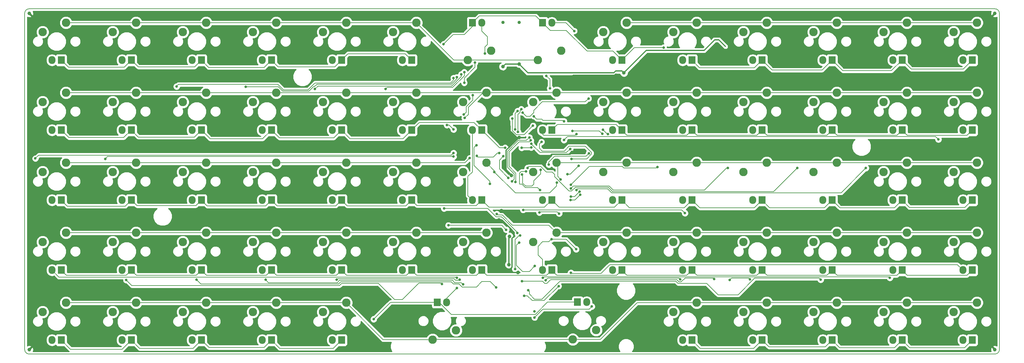
<source format=gbr>
G04 #@! TF.FileFunction,Copper,L1,Top,Signal*
%FSLAX46Y46*%
G04 Gerber Fmt 4.6, Leading zero omitted, Abs format (unit mm)*
G04 Created by KiCad (PCBNEW 4.0.1-stable) date 4/3/2017 2:01:39 AM*
%MOMM*%
G01*
G04 APERTURE LIST*
%ADD10C,0.100000*%
%ADD11C,0.150000*%
%ADD12C,2.286000*%
%ADD13C,0.900000*%
%ADD14O,1.905000X2.159000*%
%ADD15R,1.905000X2.159000*%
%ADD16C,1.000000*%
%ADD17C,0.700000*%
%ADD18C,0.300000*%
%ADD19C,0.180000*%
%ADD20C,0.254000*%
G04 APERTURE END LIST*
D10*
D11*
X1250000Y94000000D02*
X263750000Y94000000D01*
X0Y1250000D02*
X0Y92750000D01*
X263750000Y0D02*
X1250000Y0D01*
X265000000Y92750000D02*
X265000000Y1250000D01*
X263750000Y0D02*
G75*
G03X265000000Y1250000I0J1250000D01*
G01*
X265000000Y92750000D02*
G75*
G03X263750000Y94000000I-1250000J0D01*
G01*
X1250000Y94000000D02*
G75*
G03X0Y92750000I0J-1250000D01*
G01*
X0Y1250000D02*
G75*
G03X1250000Y0I1250000J0D01*
G01*
D12*
X106465000Y52080000D03*
X100115000Y49540000D03*
X125515000Y52080000D03*
X119165000Y49540000D03*
X87415000Y90180000D03*
X81065000Y87640000D03*
X258865000Y33030000D03*
X252515000Y30490000D03*
X120435000Y80020000D03*
X126785000Y82560000D03*
X139485000Y80020000D03*
X145835000Y82560000D03*
X106465000Y90180000D03*
X100115000Y87640000D03*
X68365000Y90180000D03*
X62015000Y87640000D03*
X49315000Y90180000D03*
X42965000Y87640000D03*
X30265000Y90180000D03*
X23915000Y87640000D03*
X11215000Y90180000D03*
X4865000Y87640000D03*
X125515000Y71130000D03*
X119165000Y68590000D03*
X106465000Y71130000D03*
X100115000Y68590000D03*
X87415000Y71130000D03*
X81065000Y68590000D03*
X68365000Y71130000D03*
X62015000Y68590000D03*
X49315000Y71130000D03*
X42965000Y68590000D03*
X30265000Y71130000D03*
X23915000Y68590000D03*
X11215000Y71130000D03*
X4865000Y68590000D03*
X87415000Y52080000D03*
X81065000Y49540000D03*
X68365000Y52080000D03*
X62015000Y49540000D03*
X49315000Y52080000D03*
X42965000Y49540000D03*
X30265000Y52080000D03*
X23915000Y49540000D03*
X11215000Y52080000D03*
X4865000Y49540000D03*
X125515000Y33030000D03*
X119165000Y30490000D03*
X106465000Y33030000D03*
X100115000Y30490000D03*
X87415000Y33030000D03*
X81065000Y30490000D03*
X68365000Y33030000D03*
X62015000Y30490000D03*
X49315000Y33030000D03*
X42965000Y30490000D03*
X30265000Y33030000D03*
X23915000Y30490000D03*
X11215000Y33030000D03*
X4865000Y30490000D03*
X68365000Y13980000D03*
X62015000Y11440000D03*
X49315000Y13980000D03*
X42965000Y11440000D03*
X30265000Y13980000D03*
X23915000Y11440000D03*
X11215000Y13980000D03*
X4865000Y11440000D03*
X163615000Y90180000D03*
X157265000Y87640000D03*
X182665000Y90180000D03*
X176315000Y87640000D03*
X201715000Y90180000D03*
X195365000Y87640000D03*
X220765000Y90180000D03*
X214415000Y87640000D03*
X239815000Y90180000D03*
X233465000Y87640000D03*
X144565000Y71130000D03*
X138215000Y68590000D03*
X163615000Y71130000D03*
X157265000Y68590000D03*
X182665000Y71130000D03*
X176315000Y68590000D03*
X201715000Y71130000D03*
X195365000Y68590000D03*
X220765000Y71130000D03*
X214415000Y68590000D03*
X239815000Y71130000D03*
X233465000Y68590000D03*
X258865000Y71130000D03*
X252515000Y68590000D03*
X144565000Y52080000D03*
X138215000Y49540000D03*
X163615000Y52080000D03*
X157265000Y49540000D03*
X182665000Y52080000D03*
X176315000Y49540000D03*
X201715000Y52080000D03*
X195365000Y49540000D03*
X220765000Y52080000D03*
X214415000Y49540000D03*
X239815000Y52080000D03*
X233465000Y49540000D03*
X258865000Y52080000D03*
X252515000Y49540000D03*
X144565000Y33030000D03*
X138215000Y30490000D03*
X163615000Y33030000D03*
X157265000Y30490000D03*
X182665000Y33030000D03*
X176315000Y30490000D03*
X201715000Y33030000D03*
X195365000Y30490000D03*
X220765000Y33030000D03*
X214415000Y30490000D03*
X239815000Y33030000D03*
X233465000Y30490000D03*
X182665000Y13980000D03*
X176315000Y11440000D03*
X201715000Y13980000D03*
X195365000Y11440000D03*
X220765000Y13980000D03*
X214415000Y11440000D03*
X239815000Y13980000D03*
X233465000Y11440000D03*
X258865000Y13980000D03*
X252515000Y11440000D03*
X258865000Y90180000D03*
X252515000Y87640000D03*
X87415000Y13980000D03*
X81065000Y11440000D03*
D13*
X130000000Y90300000D03*
X134400000Y90300000D03*
D12*
X149010000Y3970000D03*
X155360000Y6510000D03*
X110910000Y3945000D03*
X117260000Y6485000D03*
D14*
X143295000Y90180000D03*
D15*
X140755000Y90180000D03*
D14*
X124245000Y90180000D03*
D15*
X121705000Y90180000D03*
D14*
X121705000Y60970000D03*
D15*
X124245000Y60970000D03*
D14*
X140755000Y60970000D03*
D15*
X143295000Y60970000D03*
D14*
X159805000Y60970000D03*
D15*
X162345000Y60970000D03*
D14*
X159805000Y80020000D03*
D15*
X162345000Y80020000D03*
D14*
X178855000Y80020000D03*
D15*
X181395000Y80020000D03*
D14*
X178855000Y60970000D03*
D15*
X181395000Y60970000D03*
D14*
X197905000Y60970000D03*
D15*
X200445000Y60970000D03*
D14*
X197905000Y80020000D03*
D15*
X200445000Y80020000D03*
D14*
X216955000Y80020000D03*
D15*
X219495000Y80020000D03*
D14*
X236005000Y80020000D03*
D15*
X238545000Y80020000D03*
D14*
X236005000Y60970000D03*
D15*
X238545000Y60970000D03*
D14*
X216955000Y60970000D03*
D15*
X219495000Y60970000D03*
D14*
X216955000Y41920000D03*
D15*
X219495000Y41920000D03*
D14*
X236005000Y41920000D03*
D15*
X238545000Y41920000D03*
D14*
X255055000Y41920000D03*
D15*
X257595000Y41920000D03*
D14*
X255055000Y22870000D03*
D15*
X257595000Y22870000D03*
D14*
X236005000Y22870000D03*
D15*
X238545000Y22870000D03*
D14*
X236005000Y3820000D03*
D15*
X238545000Y3820000D03*
D14*
X216955000Y3820000D03*
D15*
X219495000Y3820000D03*
D14*
X197905000Y3820000D03*
D15*
X200445000Y3820000D03*
D14*
X178855000Y3820000D03*
D15*
X181395000Y3820000D03*
D14*
X159805000Y22870000D03*
D15*
X162345000Y22870000D03*
D14*
X216955000Y22870000D03*
D15*
X219495000Y22870000D03*
D14*
X197905000Y22870000D03*
D15*
X200445000Y22870000D03*
D14*
X178855000Y22870000D03*
D15*
X181395000Y22870000D03*
D14*
X197905000Y41920000D03*
D15*
X200445000Y41920000D03*
D14*
X178855000Y41920000D03*
D15*
X181395000Y41920000D03*
D14*
X159805000Y41920000D03*
D15*
X162345000Y41920000D03*
D14*
X140755000Y41920000D03*
D15*
X143295000Y41920000D03*
D14*
X121705000Y41920000D03*
D15*
X124245000Y41920000D03*
D14*
X102655000Y22870000D03*
D15*
X105195000Y22870000D03*
D14*
X121705000Y22870000D03*
D15*
X124245000Y22870000D03*
D14*
X140755000Y22870000D03*
D15*
X143295000Y22870000D03*
D14*
X152820000Y14130000D03*
D15*
X150280000Y14130000D03*
D14*
X114720000Y14105000D03*
D15*
X112180000Y14105000D03*
D14*
X83605000Y3820000D03*
D15*
X86145000Y3820000D03*
D14*
X7405000Y3820000D03*
D15*
X9945000Y3820000D03*
D14*
X26455000Y3820000D03*
D15*
X28995000Y3820000D03*
D14*
X45505000Y3820000D03*
D15*
X48045000Y3820000D03*
D14*
X83605000Y22870000D03*
D15*
X86145000Y22870000D03*
D14*
X64555000Y22870000D03*
D15*
X67095000Y22870000D03*
D14*
X45505000Y22870000D03*
D15*
X48045000Y22870000D03*
D14*
X26455000Y22870000D03*
D15*
X28995000Y22870000D03*
D14*
X7405000Y22870000D03*
D15*
X9945000Y22870000D03*
D14*
X45505000Y60970000D03*
D15*
X48045000Y60970000D03*
D14*
X45505000Y41920000D03*
D15*
X48045000Y41920000D03*
D14*
X102655000Y41920000D03*
D15*
X105195000Y41920000D03*
D14*
X83605000Y41920000D03*
D15*
X86145000Y41920000D03*
D14*
X64555000Y41920000D03*
D15*
X67095000Y41920000D03*
D14*
X64555000Y60970000D03*
D15*
X67095000Y60970000D03*
D14*
X83605000Y60970000D03*
D15*
X86145000Y60970000D03*
D14*
X102655000Y60970000D03*
D15*
X105195000Y60970000D03*
D14*
X102655000Y80020000D03*
D15*
X105195000Y80020000D03*
D14*
X83605000Y80020000D03*
D15*
X86145000Y80020000D03*
D14*
X64555000Y80020000D03*
D15*
X67095000Y80020000D03*
D14*
X45505000Y80020000D03*
D15*
X48045000Y80020000D03*
D14*
X26455000Y80020000D03*
D15*
X28995000Y80020000D03*
D14*
X26455000Y60970000D03*
D15*
X28995000Y60970000D03*
D14*
X26455000Y41920000D03*
D15*
X28995000Y41920000D03*
D14*
X255055000Y60970000D03*
D15*
X257595000Y60970000D03*
D14*
X255055000Y80020000D03*
D15*
X257595000Y80020000D03*
D14*
X7405000Y80020000D03*
D15*
X9945000Y80020000D03*
D14*
X7405000Y60970000D03*
D15*
X9945000Y60970000D03*
D14*
X255055000Y3820000D03*
D15*
X257595000Y3820000D03*
D14*
X64555000Y3820000D03*
D15*
X67095000Y3820000D03*
D14*
X7405000Y41920000D03*
D15*
X9945000Y41920000D03*
D16*
X1250000Y1250000D03*
X263750000Y1250000D03*
X1250000Y92750000D03*
X263750000Y92750000D03*
X128930000Y36520000D03*
X129610000Y39060000D03*
X134450000Y37360000D03*
X132300000Y48650000D03*
X134400000Y58950000D03*
X129400000Y64650000D03*
X148800000Y54850000D03*
X142300000Y53350000D03*
X136000000Y72050000D03*
X134100000Y22250000D03*
X130500000Y23150000D03*
X148600000Y75350000D03*
X160800000Y75850000D03*
X131800000Y72250000D03*
X131600000Y24350000D03*
X131800000Y32050000D03*
X130000000Y78250000D03*
X134400000Y78950000D03*
X162900000Y76550000D03*
D17*
X153400000Y54650000D03*
X142500000Y51550000D03*
X133300000Y61150000D03*
X134000000Y66150000D03*
X135000000Y66650000D03*
X134100000Y60450000D03*
X138200000Y62150000D03*
X132600000Y64150000D03*
X2900000Y53250000D03*
X116600000Y54750000D03*
X21900000Y53150000D03*
X116600000Y53750000D03*
X122900000Y53950000D03*
X129000000Y54750000D03*
X116600000Y75150000D03*
X41300000Y72850000D03*
X117500000Y75350000D03*
X60100000Y72750000D03*
X118700000Y76150000D03*
X78900000Y72150000D03*
X98100000Y72150000D03*
X119500000Y76750000D03*
X135750000Y15850000D03*
X145150000Y18500000D03*
X138600000Y11650000D03*
X150600000Y51250000D03*
X135200000Y48850000D03*
X140300000Y50150000D03*
X147600000Y48950000D03*
X138400000Y64750000D03*
X146600000Y63350000D03*
X148900000Y60750000D03*
X157000000Y59950000D03*
X142800000Y72350000D03*
X141800000Y75750000D03*
X148500000Y46050000D03*
X172000000Y50950000D03*
X136300000Y49750000D03*
X191200000Y50650000D03*
X148500000Y45050000D03*
X140100000Y44650000D03*
X136700000Y50650000D03*
X210000000Y50650000D03*
X150000000Y44650000D03*
X228700000Y50650000D03*
X248400000Y58450000D03*
X146600000Y58250000D03*
X153300000Y69550000D03*
X135400000Y65750000D03*
X179500000Y38350000D03*
X135500000Y39250000D03*
X128350000Y38160000D03*
X121000000Y53350000D03*
X145700000Y47550000D03*
X144700000Y46650000D03*
X127700000Y49550000D03*
X119600000Y64250000D03*
X27600000Y20150000D03*
X113400000Y19050000D03*
X46700000Y20250000D03*
X128200000Y18150000D03*
X65500000Y20250000D03*
X119200000Y18950000D03*
X117500000Y17950000D03*
X150000000Y59850000D03*
X157200000Y61050000D03*
X158600000Y59850000D03*
X149900000Y28550000D03*
X143200000Y31250000D03*
X149400000Y87950000D03*
X178200000Y20350000D03*
X141600000Y20050000D03*
X197200000Y20350000D03*
X135200000Y19850000D03*
X191700000Y20200000D03*
X187450000Y20400000D03*
X216400000Y20250000D03*
X136900000Y17350000D03*
X235200000Y20750000D03*
X140900000Y20750000D03*
X125100000Y81850000D03*
X122400000Y79350000D03*
X119500000Y73850000D03*
X121800000Y70450000D03*
X119400000Y65250000D03*
X138600000Y9950000D03*
X154200000Y12950000D03*
X137700000Y56250000D03*
X135100000Y56150000D03*
X130600000Y56150000D03*
X173700000Y83450000D03*
X113900000Y84350000D03*
X114000000Y39650000D03*
X133900000Y32950000D03*
X130900000Y33850000D03*
X115200000Y35050000D03*
X126500000Y46350000D03*
X116600000Y61150000D03*
X114800000Y62350000D03*
X122800000Y56850000D03*
X117500000Y20750000D03*
X94875000Y9500000D03*
X84800000Y20250000D03*
X118300000Y20250000D03*
X148500000Y22150000D03*
X137200000Y58950000D03*
X132500000Y47050000D03*
X139900000Y38550000D03*
X145300000Y38250000D03*
X148500000Y42850000D03*
X150900000Y44250000D03*
X137700000Y57250000D03*
X148300000Y55850000D03*
X148400000Y41950000D03*
X148700000Y53150000D03*
X151000000Y43350000D03*
X140500000Y57750000D03*
X137600000Y58150000D03*
X133400000Y46850000D03*
X134400000Y30350000D03*
X138700000Y23950000D03*
X133300000Y23150000D03*
X134700000Y32250000D03*
X131500000Y47950000D03*
X130100000Y53850000D03*
D18*
X129730000Y36520000D02*
X128930000Y36520000D01*
X133100000Y32150000D02*
X133100000Y33150000D01*
X132000000Y23150000D02*
X132500000Y23650000D01*
X132500000Y23650000D02*
X132500000Y31550000D01*
X132500000Y31550000D02*
X133100000Y32150000D01*
X130500000Y23150000D02*
X132000000Y23150000D01*
X133100000Y33150000D02*
X130000000Y36250000D01*
X130000000Y36250000D02*
X129730000Y36520000D01*
X131310000Y37360000D02*
X129610000Y39060000D01*
X134450000Y37360000D02*
X131310000Y37360000D01*
X130900000Y50050000D02*
X132300000Y48650000D01*
X134400000Y58950000D02*
X130900000Y55450000D01*
X130900000Y55450000D02*
X130900000Y50450000D01*
X130900000Y50450000D02*
X130900000Y50050000D01*
X132000000Y60750000D02*
X133800000Y58950000D01*
X132000000Y60750000D02*
X132000000Y62050000D01*
X129400000Y64650000D02*
X132000000Y62050000D01*
X133800000Y58950000D02*
X134400000Y58950000D01*
X142300000Y53350000D02*
X143200000Y54350000D01*
X143200000Y54350000D02*
X148300000Y54350000D01*
X148300000Y54350000D02*
X148800000Y54850000D01*
X131400000Y22250000D02*
X134100000Y22250000D01*
X130500000Y23150000D02*
X131400000Y22250000D01*
X149100000Y75850000D02*
X148600000Y75350000D01*
X160800000Y75850000D02*
X149100000Y75850000D01*
X132000000Y72050000D02*
X131800000Y72250000D01*
X136000000Y72050000D02*
X132000000Y72050000D01*
X131800000Y32050000D02*
X131600000Y31850000D01*
X131600000Y31850000D02*
X131600000Y24350000D01*
X134400000Y78950000D02*
X136800000Y76550000D01*
X160700000Y77050000D02*
X162400000Y77050000D01*
X160200000Y76550000D02*
X160700000Y77050000D01*
X160100000Y76550000D02*
X160200000Y76550000D01*
X136800000Y76550000D02*
X160100000Y76550000D01*
X130700000Y78950000D02*
X130000000Y78250000D01*
X134400000Y78950000D02*
X130700000Y78950000D01*
X162900000Y76550000D02*
X169000000Y82650000D01*
X188700000Y85550000D02*
X190500000Y83750000D01*
X187600000Y85550000D02*
X188700000Y85550000D01*
X184700000Y82650000D02*
X187600000Y85550000D01*
X169000000Y82650000D02*
X184700000Y82650000D01*
X162900000Y76550000D02*
X162400000Y77050000D01*
D19*
X152600000Y53850000D02*
X153400000Y54650000D01*
X144100000Y53850000D02*
X152600000Y53850000D01*
X142500000Y52250000D02*
X144100000Y53850000D01*
X142500000Y51550000D02*
X142500000Y52250000D01*
X133300000Y65450000D02*
X133300000Y61150000D01*
X134000000Y66150000D02*
X133300000Y65450000D01*
X134700000Y66350000D02*
X135000000Y66650000D01*
X134700000Y65850000D02*
X134700000Y66350000D01*
X134100000Y65250000D02*
X134700000Y65850000D01*
X134100000Y60450000D02*
X134100000Y65250000D01*
X135800000Y59750000D02*
X138200000Y62150000D01*
X133700000Y59750000D02*
X135800000Y59750000D01*
X132600000Y60850000D02*
X133700000Y59750000D01*
X132600000Y64150000D02*
X132600000Y60850000D01*
X3800000Y54150000D02*
X2900000Y53250000D01*
X116000000Y54150000D02*
X3800000Y54150000D01*
X116600000Y54750000D02*
X116000000Y54150000D01*
X22500000Y53750000D02*
X21900000Y53150000D01*
X116600000Y53750000D02*
X22500000Y53750000D01*
X123200000Y53650000D02*
X122900000Y53950000D01*
X127400000Y53650000D02*
X123200000Y53650000D01*
X128500000Y54750000D02*
X127400000Y53650000D01*
X129000000Y54750000D02*
X128500000Y54750000D01*
X116039998Y74050000D02*
X115789998Y73800000D01*
X116600000Y75150000D02*
X116600000Y74610002D01*
X116600000Y74610002D02*
X116039998Y74050000D01*
X41850000Y73400000D02*
X41300000Y72850000D01*
X68850000Y73400000D02*
X41850000Y73400000D01*
X70300000Y71950000D02*
X68850000Y73400000D01*
X77050000Y71950000D02*
X70300000Y71950000D01*
X78900000Y73800000D02*
X77050000Y71950000D01*
X79200000Y73800000D02*
X78900000Y73800000D01*
X115789998Y73800000D02*
X79200000Y73800000D01*
X116100000Y73550000D02*
X115950000Y73400000D01*
X117500000Y74950000D02*
X116100000Y73550000D01*
X117500000Y75350000D02*
X117500000Y74950000D01*
X68950000Y72750000D02*
X60100000Y72750000D01*
X70150000Y71550000D02*
X68950000Y72750000D01*
X77300000Y71550000D02*
X70150000Y71550000D01*
X78550000Y72800000D02*
X77300000Y71550000D01*
X78850000Y72800000D02*
X78550000Y72800000D01*
X79450000Y73400000D02*
X78850000Y72800000D01*
X115950000Y73400000D02*
X79450000Y73400000D01*
X118700000Y76150000D02*
X118700000Y75550000D01*
X118700000Y75550000D02*
X116100000Y72950000D01*
X116100000Y72950000D02*
X79700000Y72950000D01*
X79700000Y72950000D02*
X78900000Y72150000D01*
X119500000Y76750000D02*
X119500000Y75750000D01*
X119500000Y75750000D02*
X116300000Y72550000D01*
X116300000Y72550000D02*
X98500000Y72550000D01*
X98500000Y72550000D02*
X98100000Y72150000D01*
X136650000Y15850000D02*
X135750000Y15850000D01*
X137950000Y14550000D02*
X136650000Y15850000D01*
X141200000Y14550000D02*
X137950000Y14550000D01*
X145150000Y18500000D02*
X141200000Y14550000D01*
X148300000Y48950000D02*
X147600000Y48950000D01*
X150600000Y51250000D02*
X148300000Y48950000D01*
X138400000Y47150000D02*
X138400000Y46250000D01*
X140300000Y49050000D02*
X138400000Y47150000D01*
X140300000Y50150000D02*
X140300000Y49050000D01*
X135400000Y48650000D02*
X135400000Y46550000D01*
X135200000Y48850000D02*
X135400000Y48650000D01*
X135400000Y46550000D02*
X136200000Y45750000D01*
X136200000Y45750000D02*
X137900000Y45750000D01*
X138400000Y46250000D02*
X137900000Y45750000D01*
X138400000Y64750000D02*
X139200000Y63950000D01*
X139200000Y63950000D02*
X140500000Y63950000D01*
X140500000Y63950000D02*
X140600000Y63950000D01*
X140600000Y63950000D02*
X140900000Y63650000D01*
X140900000Y63650000D02*
X146300000Y63650000D01*
X146300000Y63650000D02*
X146600000Y63350000D01*
X148900000Y60750000D02*
X156200000Y60750000D01*
X156200000Y60750000D02*
X157000000Y59950000D01*
X142800000Y74750000D02*
X142800000Y72350000D01*
X141800000Y75750000D02*
X142800000Y74750000D01*
X148500000Y46050000D02*
X153500000Y51050000D01*
X153500000Y51050000D02*
X162500000Y51050000D01*
X162500000Y51050000D02*
X162900000Y50650000D01*
X162900000Y50650000D02*
X171700000Y50650000D01*
X171700000Y50650000D02*
X172000000Y50950000D01*
X134600000Y46250000D02*
X135190880Y46250000D01*
X136300000Y49750000D02*
X135000000Y49750000D01*
X135000000Y49750000D02*
X134500000Y49250000D01*
X134500000Y49250000D02*
X134500000Y46350000D01*
X134500000Y46350000D02*
X134600000Y46250000D01*
X190800000Y50650000D02*
X191200000Y50650000D01*
X184800000Y44650000D02*
X190800000Y50650000D01*
X160000000Y44650000D02*
X184800000Y44650000D01*
X158900000Y45750000D02*
X160000000Y44650000D01*
X149200000Y45750000D02*
X158900000Y45750000D01*
X148500000Y45050000D02*
X149200000Y45750000D01*
X139400000Y45350000D02*
X140100000Y44650000D01*
X136090880Y45350000D02*
X139400000Y45350000D01*
X135190880Y46250000D02*
X136090880Y45350000D01*
X144100000Y48850000D02*
X144100000Y48250000D01*
X136700000Y50650000D02*
X137100000Y51050000D01*
X137100000Y51050000D02*
X140300000Y51050000D01*
X140300000Y51050000D02*
X141800000Y49550000D01*
X141800000Y49550000D02*
X143400000Y49550000D01*
X143400000Y49550000D02*
X144100000Y48850000D01*
X203600000Y44250000D02*
X210000000Y50650000D01*
X159800000Y44250000D02*
X203600000Y44250000D01*
X158660002Y45389998D02*
X159800000Y44250000D01*
X149739998Y45389998D02*
X158660002Y45389998D01*
X148700000Y44350000D02*
X149739998Y45389998D01*
X148000000Y44350000D02*
X148700000Y44350000D01*
X144100000Y48250000D02*
X148000000Y44350000D01*
X150000000Y44650000D02*
X150300000Y44950000D01*
X150300000Y44950000D02*
X158500000Y44950000D01*
X158500000Y44950000D02*
X159560002Y43889998D01*
X159560002Y43889998D02*
X221939998Y43889998D01*
X221939998Y43889998D02*
X228700000Y50650000D01*
X247660002Y59189998D02*
X248400000Y58450000D01*
X146600000Y58250000D02*
X147539998Y59189998D01*
X147539998Y59189998D02*
X239760002Y59189998D01*
X239760002Y59189998D02*
X247660002Y59189998D01*
X153300000Y69550000D02*
X152400000Y68650000D01*
X152400000Y68650000D02*
X140700000Y68650000D01*
X140700000Y68650000D02*
X138400000Y66350000D01*
X138400000Y66350000D02*
X138400000Y65750000D01*
X138400000Y65750000D02*
X137400000Y64750000D01*
X137400000Y64750000D02*
X136400000Y64750000D01*
X136400000Y64750000D02*
X135400000Y65750000D01*
X120435000Y80020000D02*
X139485000Y80020000D01*
X163615000Y90180000D02*
X182665000Y90180000D01*
X182665000Y90180000D02*
X201715000Y90180000D01*
X201715000Y90180000D02*
X220765000Y90180000D01*
X220765000Y90180000D02*
X239815000Y90180000D01*
X239815000Y90180000D02*
X258865000Y90180000D01*
X11215000Y90180000D02*
X30265000Y90180000D01*
X30265000Y90180000D02*
X49315000Y90180000D01*
X49315000Y90180000D02*
X68365000Y90180000D01*
X68365000Y90180000D02*
X87415000Y90180000D01*
X87415000Y90180000D02*
X106465000Y90180000D01*
X106465000Y90180000D02*
X116625000Y80020000D01*
X116625000Y80020000D02*
X120435000Y80020000D01*
X178600000Y39250000D02*
X179500000Y38350000D01*
X135500000Y39250000D02*
X178600000Y39250000D01*
X30265000Y13980000D02*
X11215000Y13980000D01*
X49315000Y13980000D02*
X30265000Y13980000D01*
X68365000Y13980000D02*
X49315000Y13980000D01*
X87415000Y13980000D02*
X68365000Y13980000D01*
X110910000Y3945000D02*
X97450000Y3945000D01*
X97450000Y3945000D02*
X87415000Y13980000D01*
X149010000Y3970000D02*
X110935000Y3970000D01*
X110935000Y3970000D02*
X110910000Y3945000D01*
X258865000Y13980000D02*
X239815000Y13980000D01*
X239815000Y13980000D02*
X220765000Y13980000D01*
X220765000Y13980000D02*
X201715000Y13980000D01*
X201715000Y13980000D02*
X182665000Y13980000D01*
X182665000Y13980000D02*
X166505000Y13980000D01*
X166505000Y13980000D02*
X156495000Y3970000D01*
X156495000Y3970000D02*
X149010000Y3970000D01*
X144565000Y33030000D02*
X142495000Y35100000D01*
X128650000Y37860000D02*
X128350000Y38160000D01*
X129850000Y37860000D02*
X128650000Y37860000D01*
X132610000Y35100000D02*
X129850000Y37860000D01*
X142495000Y35100000D02*
X132610000Y35100000D01*
X144565000Y33030000D02*
X163615000Y33030000D01*
X163615000Y33030000D02*
X182665000Y33030000D01*
X182665000Y33030000D02*
X201715000Y33030000D01*
X201715000Y33030000D02*
X220765000Y33030000D01*
X220765000Y33030000D02*
X239815000Y33030000D01*
X239815000Y33030000D02*
X258865000Y33030000D01*
X11215000Y33030000D02*
X30265000Y33030000D01*
X30265000Y33030000D02*
X49315000Y33030000D01*
X49315000Y33030000D02*
X68365000Y33030000D01*
X68365000Y33030000D02*
X87415000Y33030000D01*
X87415000Y33030000D02*
X106465000Y33030000D01*
X106465000Y33030000D02*
X125515000Y33030000D01*
X106465000Y52080000D02*
X119730000Y52080000D01*
X119730000Y52080000D02*
X121000000Y53350000D01*
X144600000Y45750000D02*
X144600000Y46550000D01*
X133400000Y43850000D02*
X142700000Y43850000D01*
X142700000Y43850000D02*
X144600000Y45750000D01*
X127700000Y49550000D02*
X133400000Y43850000D01*
X144900000Y48350000D02*
X144900000Y51745000D01*
X145700000Y47550000D02*
X144900000Y48350000D01*
X144600000Y46550000D02*
X144700000Y46650000D01*
X144900000Y51745000D02*
X144565000Y52080000D01*
X144600000Y52045000D02*
X144565000Y52080000D01*
X127700000Y49550000D02*
X127700000Y49895000D01*
X127700000Y49895000D02*
X125515000Y52080000D01*
X144565000Y52080000D02*
X163615000Y52080000D01*
X106465000Y52080000D02*
X87415000Y52080000D01*
X87415000Y52080000D02*
X68365000Y52080000D01*
X68365000Y52080000D02*
X49315000Y52080000D01*
X49315000Y52080000D02*
X30265000Y52080000D01*
X30265000Y52080000D02*
X11215000Y52080000D01*
X239815000Y52080000D02*
X220765000Y52080000D01*
X220765000Y52080000D02*
X201715000Y52080000D01*
X201715000Y52080000D02*
X182665000Y52080000D01*
X182665000Y52080000D02*
X163615000Y52080000D01*
X239815000Y52080000D02*
X258865000Y52080000D01*
X120600000Y67150000D02*
X124580000Y71130000D01*
X120600000Y65250000D02*
X120600000Y67150000D01*
X119600000Y64250000D02*
X120600000Y65250000D01*
X124580000Y71130000D02*
X125515000Y71130000D01*
X11215000Y71130000D02*
X30265000Y71130000D01*
X30265000Y71130000D02*
X49315000Y71130000D01*
X49315000Y71130000D02*
X68365000Y71130000D01*
X68365000Y71130000D02*
X87415000Y71130000D01*
X87415000Y71130000D02*
X106465000Y71130000D01*
X106465000Y71130000D02*
X125515000Y71130000D01*
X125515000Y71130000D02*
X144565000Y71130000D01*
X144565000Y71130000D02*
X163615000Y71130000D01*
X163615000Y71130000D02*
X182665000Y71130000D01*
X182665000Y71130000D02*
X201715000Y71130000D01*
X201715000Y71130000D02*
X220765000Y71130000D01*
X220765000Y71130000D02*
X239815000Y71130000D01*
X239815000Y71130000D02*
X258865000Y71130000D01*
X29100000Y18650000D02*
X27600000Y20150000D01*
X85600000Y18650000D02*
X29100000Y18650000D01*
X86200000Y19250000D02*
X85600000Y18650000D01*
X96200000Y19250000D02*
X86200000Y19250000D01*
X100600000Y14850000D02*
X96200000Y19250000D01*
X102700000Y14850000D02*
X100600000Y14850000D01*
X107179996Y19329996D02*
X102700000Y14850000D01*
X113120004Y19329996D02*
X107179996Y19329996D01*
X113400000Y19050000D02*
X113120004Y19329996D01*
X47900000Y19050000D02*
X46700000Y20250000D01*
X85300000Y19050000D02*
X47900000Y19050000D01*
X85939998Y19689998D02*
X85300000Y19050000D01*
X115960002Y19689998D02*
X85939998Y19689998D01*
X116600000Y19050000D02*
X115960002Y19689998D01*
X118100000Y19050000D02*
X116600000Y19050000D01*
X118900000Y18250000D02*
X118100000Y19050000D01*
X122800000Y18250000D02*
X118900000Y18250000D01*
X124300000Y19750000D02*
X122800000Y18250000D01*
X126600000Y19750000D02*
X124300000Y19750000D01*
X128200000Y18150000D02*
X126600000Y19750000D01*
X66300000Y19450000D02*
X65500000Y20250000D01*
X85000000Y19450000D02*
X66300000Y19450000D01*
X85600000Y20050000D02*
X85000000Y19450000D01*
X116300000Y20050000D02*
X85600000Y20050000D01*
X116900000Y19450000D02*
X116300000Y20050000D01*
X118700000Y19450000D02*
X116900000Y19450000D01*
X119200000Y18950000D02*
X118700000Y19450000D01*
X117500000Y17950000D02*
X114720000Y15170000D01*
X114720000Y15170000D02*
X114720000Y14105000D01*
X141100000Y59550000D02*
X149700000Y59550000D01*
X149700000Y59550000D02*
X150000000Y59850000D01*
X157200000Y61050000D02*
X158400000Y59850000D01*
X158400000Y59850000D02*
X158600000Y59850000D01*
X140755000Y59895000D02*
X141100000Y59550000D01*
X147200000Y31250000D02*
X143200000Y31250000D01*
X149900000Y28550000D02*
X147200000Y31250000D01*
X140755000Y60970000D02*
X140755000Y59895000D01*
X140755000Y25795000D02*
X140755000Y22870000D01*
X143200000Y31250000D02*
X142500000Y30550000D01*
X142500000Y30550000D02*
X140800000Y30550000D01*
X140800000Y30550000D02*
X139600000Y29350000D01*
X139600000Y29350000D02*
X139600000Y26950000D01*
X139600000Y26950000D02*
X140755000Y25795000D01*
X149400000Y87950000D02*
X147170000Y90180000D01*
X147170000Y90180000D02*
X143295000Y90180000D01*
X177900000Y20650000D02*
X178200000Y20350000D01*
X142200000Y20650000D02*
X177900000Y20650000D01*
X141600000Y20050000D02*
X142200000Y20650000D01*
X179539998Y20689998D02*
X186700000Y20689998D01*
X177300000Y20250000D02*
X177900000Y19650000D01*
X177900000Y19650000D02*
X178500000Y19650000D01*
X178500000Y19650000D02*
X179539998Y20689998D01*
X196860002Y20689998D02*
X197200000Y20350000D01*
X143000000Y20250000D02*
X145000000Y20250000D01*
X142000000Y19250000D02*
X143000000Y20250000D01*
X141400000Y19250000D02*
X142000000Y19250000D01*
X140800000Y19850000D02*
X141400000Y19250000D01*
X135200000Y19850000D02*
X140800000Y19850000D01*
X145000000Y20250000D02*
X177300000Y20250000D01*
X192189998Y20689998D02*
X196860002Y20689998D01*
X191700000Y20200000D02*
X192189998Y20689998D01*
X187160002Y20689998D02*
X187450000Y20400000D01*
X186700000Y20689998D02*
X187160002Y20689998D01*
X193950000Y16150000D02*
X198450000Y20650000D01*
X216000000Y20650000D02*
X216400000Y20250000D01*
X198500000Y20650000D02*
X216000000Y20650000D01*
X185400000Y19250000D02*
X188500000Y16150000D01*
X188500000Y16150000D02*
X193950000Y16150000D01*
X136900000Y17350000D02*
X137200000Y17050000D01*
X137200000Y17050000D02*
X137200000Y16350000D01*
X137200000Y16350000D02*
X138600000Y14950000D01*
X138600000Y14950000D02*
X140600000Y14950000D01*
X140600000Y14950000D02*
X145500000Y19850000D01*
X145500000Y19850000D02*
X177000000Y19850000D01*
X177000000Y19850000D02*
X177600000Y19250000D01*
X177600000Y19250000D02*
X178700000Y19250000D01*
X178700000Y19250000D02*
X185400000Y19250000D01*
X198450000Y20650000D02*
X198500000Y20650000D01*
X234900000Y21050000D02*
X235200000Y20750000D01*
X141200000Y21050000D02*
X234900000Y21050000D01*
X140900000Y20750000D02*
X141200000Y21050000D01*
X28995000Y22870000D02*
X27575000Y21450000D01*
X11365000Y21450000D02*
X9945000Y22870000D01*
X27575000Y21450000D02*
X11365000Y21450000D01*
X48045000Y22870000D02*
X46625000Y21450000D01*
X30415000Y21450000D02*
X28995000Y22870000D01*
X46625000Y21450000D02*
X30415000Y21450000D01*
X67095000Y22870000D02*
X65675000Y21450000D01*
X49465000Y21450000D02*
X48045000Y22870000D01*
X65675000Y21450000D02*
X49465000Y21450000D01*
X238545000Y22870000D02*
X239965000Y21450000D01*
X256175000Y21450000D02*
X257595000Y22870000D01*
X239965000Y21450000D02*
X256175000Y21450000D01*
X219495000Y22870000D02*
X220915000Y21450000D01*
X237125000Y21450000D02*
X238545000Y22870000D01*
X220915000Y21450000D02*
X237125000Y21450000D01*
X200445000Y22870000D02*
X201865000Y21450000D01*
X218075000Y21450000D02*
X219495000Y22870000D01*
X201865000Y21450000D02*
X218075000Y21450000D01*
X181395000Y22870000D02*
X182815000Y21450000D01*
X199025000Y21450000D02*
X200445000Y22870000D01*
X182815000Y21450000D02*
X199025000Y21450000D01*
X162345000Y22870000D02*
X163765000Y21450000D01*
X179975000Y21450000D02*
X181395000Y22870000D01*
X163765000Y21450000D02*
X179975000Y21450000D01*
X143295000Y22870000D02*
X144715000Y21450000D01*
X160925000Y21450000D02*
X162345000Y22870000D01*
X144715000Y21450000D02*
X160925000Y21450000D01*
X124245000Y22870000D02*
X125665000Y21450000D01*
X141875000Y21450000D02*
X143295000Y22870000D01*
X125665000Y21450000D02*
X141875000Y21450000D01*
X105195000Y22870000D02*
X106615000Y21450000D01*
X122825000Y21450000D02*
X124245000Y22870000D01*
X106615000Y21450000D02*
X122825000Y21450000D01*
X86145000Y22870000D02*
X87565000Y21450000D01*
X103775000Y21450000D02*
X105195000Y22870000D01*
X87565000Y21450000D02*
X103775000Y21450000D01*
X67095000Y22870000D02*
X68515000Y21450000D01*
X84725000Y21450000D02*
X86145000Y22870000D01*
X84600000Y21450000D02*
X84725000Y21450000D01*
X68515000Y21450000D02*
X84600000Y21450000D01*
X124245000Y87905000D02*
X124245000Y90180000D01*
X125800000Y86350000D02*
X124245000Y87905000D01*
X125800000Y84250000D02*
X125800000Y86350000D01*
X125100000Y83550000D02*
X125800000Y84250000D01*
X125100000Y81850000D02*
X125100000Y83550000D01*
X122400000Y78050000D02*
X122400000Y79350000D01*
X119500000Y75150000D02*
X122400000Y78050000D01*
X119500000Y73850000D02*
X119500000Y75150000D01*
X121800000Y69150000D02*
X121800000Y70450000D01*
X120000000Y67350000D02*
X121800000Y69150000D01*
X120000000Y65850000D02*
X120000000Y67350000D01*
X119400000Y65250000D02*
X120000000Y65850000D01*
X121705000Y60970000D02*
X121700000Y60965000D01*
X121700000Y60965000D02*
X121700000Y49550000D01*
X121700000Y49550000D02*
X120500000Y48350000D01*
X120500000Y48350000D02*
X120500000Y43125000D01*
X120500000Y43125000D02*
X121705000Y41920000D01*
X140900000Y12250000D02*
X138600000Y9950000D01*
X153500000Y12250000D02*
X140900000Y12250000D01*
X154200000Y12950000D02*
X153500000Y12250000D01*
X124245000Y60970000D02*
X129065000Y56150000D01*
X137600000Y56150000D02*
X137700000Y56250000D01*
X135100000Y56150000D02*
X137600000Y56150000D01*
X129065000Y56150000D02*
X130600000Y56150000D01*
X143295000Y61155000D02*
X143295000Y60970000D01*
X238545000Y60970000D02*
X239965000Y59550000D01*
X256175000Y59550000D02*
X257595000Y60970000D01*
X239965000Y59550000D02*
X256175000Y59550000D01*
X181395000Y60970000D02*
X179975000Y59550000D01*
X163765000Y59550000D02*
X162345000Y60970000D01*
X179975000Y59550000D02*
X163765000Y59550000D01*
X200445000Y60970000D02*
X199025000Y59550000D01*
X182815000Y59550000D02*
X181395000Y60970000D01*
X199025000Y59550000D02*
X182815000Y59550000D01*
X219495000Y60970000D02*
X218075000Y59550000D01*
X201865000Y59550000D02*
X200445000Y60970000D01*
X218075000Y59550000D02*
X201865000Y59550000D01*
X238545000Y60970000D02*
X237125000Y59550000D01*
X220915000Y59550000D02*
X219495000Y60970000D01*
X237125000Y59550000D02*
X220915000Y59550000D01*
X143295000Y60970000D02*
X144875000Y62550000D01*
X160765000Y62550000D02*
X162345000Y60970000D01*
X144875000Y62550000D02*
X160765000Y62550000D01*
X105195000Y60970000D02*
X107275000Y63050000D01*
X122165000Y63050000D02*
X124245000Y60970000D01*
X107275000Y63050000D02*
X122165000Y63050000D01*
X86145000Y60970000D02*
X88490000Y58625000D01*
X102850000Y58625000D02*
X105195000Y60970000D01*
X88490000Y58625000D02*
X102850000Y58625000D01*
X67095000Y60970000D02*
X69215000Y58850000D01*
X84025000Y58850000D02*
X86145000Y60970000D01*
X69215000Y58850000D02*
X84025000Y58850000D01*
X48045000Y60970000D02*
X50440000Y58575000D01*
X64700000Y58575000D02*
X67095000Y60970000D01*
X50440000Y58575000D02*
X64700000Y58575000D01*
X28995000Y60970000D02*
X30890000Y59075000D01*
X46150000Y59075000D02*
X48045000Y60970000D01*
X30890000Y59075000D02*
X46150000Y59075000D01*
X9945000Y60970000D02*
X11990000Y58925000D01*
X26950000Y58925000D02*
X28995000Y60970000D01*
X11990000Y58925000D02*
X26950000Y58925000D01*
X165775000Y83450000D02*
X162345000Y80020000D01*
X173700000Y83450000D02*
X165775000Y83450000D01*
X121705000Y90180000D02*
X121705000Y89155000D01*
X121705000Y89155000D02*
X119500000Y86950000D01*
X116500000Y86950000D02*
X113900000Y84350000D01*
X119500000Y86950000D02*
X116500000Y86950000D01*
X105195000Y80020000D02*
X103465000Y81750000D01*
X87875000Y81750000D02*
X86145000Y80020000D01*
X103465000Y81750000D02*
X87875000Y81750000D01*
X28995000Y80020000D02*
X27050000Y78075000D01*
X11890000Y78075000D02*
X9945000Y80020000D01*
X27050000Y78075000D02*
X11890000Y78075000D01*
X48045000Y80020000D02*
X46175000Y78150000D01*
X30865000Y78150000D02*
X28995000Y80020000D01*
X46175000Y78150000D02*
X30865000Y78150000D01*
X67095000Y80020000D02*
X65100000Y78025000D01*
X50040000Y78025000D02*
X48045000Y80020000D01*
X65100000Y78025000D02*
X50040000Y78025000D01*
X86145000Y80020000D02*
X84325000Y78200000D01*
X84325000Y78200000D02*
X68915000Y78200000D01*
X68915000Y78200000D02*
X67095000Y80020000D01*
X140755000Y90180000D02*
X138885000Y92050000D01*
X123575000Y92050000D02*
X121705000Y90180000D01*
X138885000Y92050000D02*
X123575000Y92050000D01*
X162345000Y80020000D02*
X159915000Y82450000D01*
X159915000Y82450000D02*
X152850000Y82450000D01*
X152850000Y82450000D02*
X147225000Y88075000D01*
X147225000Y88075000D02*
X142860000Y88075000D01*
X142860000Y88075000D02*
X140755000Y90180000D01*
X200445000Y80020000D02*
X198350000Y77925000D01*
X183490000Y77925000D02*
X181395000Y80020000D01*
X198350000Y77925000D02*
X183490000Y77925000D01*
X219495000Y80020000D02*
X216775000Y77300000D01*
X203165000Y77300000D02*
X200445000Y80020000D01*
X216775000Y77300000D02*
X203165000Y77300000D01*
X238545000Y80020000D02*
X235650000Y77125000D01*
X222390000Y77125000D02*
X219495000Y80020000D01*
X235650000Y77125000D02*
X222390000Y77125000D01*
X257595000Y80020000D02*
X255150000Y77575000D01*
X240990000Y77575000D02*
X238545000Y80020000D01*
X255150000Y77575000D02*
X240990000Y77575000D01*
X125880000Y39650000D02*
X114000000Y39650000D01*
X129640000Y37390000D02*
X128140000Y37390000D01*
X128140000Y37390000D02*
X125880000Y39650000D01*
X133900000Y33130000D02*
X130280000Y36750000D01*
X133900000Y33130000D02*
X133900000Y32950000D01*
X130280000Y36750000D02*
X129640000Y37390000D01*
X133800000Y33050000D02*
X133900000Y32950000D01*
X129700000Y35050000D02*
X121400000Y35050000D01*
X130900000Y33850000D02*
X129700000Y35050000D01*
X115200000Y35050000D02*
X121400000Y35050000D01*
X126500000Y46350000D02*
X126500000Y47050000D01*
X125400000Y48150000D02*
X122200000Y51350000D01*
X126500000Y47050000D02*
X125400000Y48150000D01*
X116600000Y61150000D02*
X115400000Y62350000D01*
X115400000Y62350000D02*
X114800000Y62350000D01*
X122200000Y56250000D02*
X122800000Y56850000D01*
X122200000Y51350000D02*
X122200000Y56250000D01*
X7405000Y22870000D02*
X9325000Y20950000D01*
X117300000Y20950000D02*
X117500000Y20750000D01*
X9325000Y20950000D02*
X117300000Y20950000D01*
X150280000Y14130000D02*
X142180000Y14130000D01*
X116000000Y10750000D02*
X112645000Y14105000D01*
X138800000Y10750000D02*
X116000000Y10750000D01*
X142180000Y14130000D02*
X138800000Y10750000D01*
X112645000Y14105000D02*
X112180000Y14105000D01*
X28995000Y3820000D02*
X26500000Y1325000D01*
X12440000Y1325000D02*
X9945000Y3820000D01*
X26500000Y1325000D02*
X12440000Y1325000D01*
X48045000Y3820000D02*
X45775000Y1550000D01*
X31265000Y1550000D02*
X28995000Y3820000D01*
X45775000Y1550000D02*
X31265000Y1550000D01*
X67095000Y3820000D02*
X65075000Y1800000D01*
X50065000Y1800000D02*
X48045000Y3820000D01*
X65075000Y1800000D02*
X50065000Y1800000D01*
X86145000Y3820000D02*
X83900000Y1575000D01*
X69340000Y1575000D02*
X67095000Y3820000D01*
X83900000Y1575000D02*
X69340000Y1575000D01*
X112180000Y14105000D02*
X99480000Y14105000D01*
X99480000Y14105000D02*
X94875000Y9500000D01*
X200445000Y3820000D02*
X198200000Y1575000D01*
X183640000Y1575000D02*
X181395000Y3820000D01*
X198200000Y1575000D02*
X183640000Y1575000D01*
X219495000Y3820000D02*
X217625000Y1950000D01*
X202315000Y1950000D02*
X200445000Y3820000D01*
X217625000Y1950000D02*
X202315000Y1950000D01*
X238545000Y3820000D02*
X236475000Y1750000D01*
X221565000Y1750000D02*
X219495000Y3820000D01*
X236475000Y1750000D02*
X221565000Y1750000D01*
X257595000Y3820000D02*
X255500000Y1725000D01*
X240640000Y1725000D02*
X238545000Y3820000D01*
X255500000Y1725000D02*
X240640000Y1725000D01*
X85100000Y20550000D02*
X84800000Y20250000D01*
X116700000Y20550000D02*
X85100000Y20550000D01*
X117200000Y20050000D02*
X116700000Y20550000D01*
X118100000Y20050000D02*
X117200000Y20050000D01*
X118300000Y20250000D02*
X118100000Y20050000D01*
X253575000Y24350000D02*
X255055000Y22870000D01*
X159100000Y24350000D02*
X253575000Y24350000D01*
X156700000Y21950000D02*
X159100000Y24350000D01*
X148700000Y21950000D02*
X156700000Y21950000D01*
X148500000Y22150000D02*
X148700000Y21950000D01*
X136400000Y58150000D02*
X137200000Y58950000D01*
X134222256Y58150000D02*
X136400000Y58150000D01*
X131340002Y55267746D02*
X134222256Y58150000D01*
X131340002Y50809998D02*
X131340002Y55267746D01*
X133100000Y49050000D02*
X131340002Y50809998D01*
X133100000Y47650000D02*
X133100000Y49050000D01*
X132500000Y47050000D02*
X133100000Y47650000D01*
X145800000Y54850000D02*
X147300000Y54850000D01*
X139900000Y38550000D02*
X140100000Y38750000D01*
X140100000Y38750000D02*
X144800000Y38750000D01*
X144800000Y38750000D02*
X145300000Y38250000D01*
X148500000Y42850000D02*
X149500000Y42850000D01*
X149500000Y42850000D02*
X150900000Y44250000D01*
X140100000Y54850000D02*
X145800000Y54850000D01*
X138100000Y56850000D02*
X137700000Y57250000D01*
X138100000Y56850000D02*
X140100000Y54850000D01*
X147300000Y54850000D02*
X148300000Y55850000D01*
X151000000Y43350000D02*
X149600000Y41950000D01*
X149600000Y41950000D02*
X148400000Y41950000D01*
X152800000Y53150000D02*
X148700000Y53150000D01*
X154100000Y54450000D02*
X152800000Y53150000D01*
X154100000Y54850000D02*
X154100000Y54450000D01*
X152400000Y56550000D02*
X154100000Y54850000D01*
X148000000Y56550000D02*
X152400000Y56550000D01*
X146700000Y55250000D02*
X148000000Y56550000D01*
X140700000Y55250000D02*
X146700000Y55250000D01*
X139900000Y56050000D02*
X140700000Y55250000D01*
X139900000Y57050000D02*
X139900000Y56050000D01*
X139900000Y57150000D02*
X139900000Y57050000D01*
X140500000Y57750000D02*
X139900000Y57150000D01*
X137600000Y58150000D02*
X137200000Y57750000D01*
X137200000Y57750000D02*
X134400000Y57750000D01*
X134400000Y57750000D02*
X131704560Y55054560D01*
X131704560Y55054560D02*
X131704560Y51045440D01*
X131704560Y51045440D02*
X133500000Y49250000D01*
X133500000Y49250000D02*
X133500000Y46950000D01*
X133500000Y46950000D02*
X133400000Y46850000D01*
X134400000Y30350000D02*
X133700000Y29650000D01*
X133700000Y29650000D02*
X133700000Y24150000D01*
X133700000Y24150000D02*
X135400000Y22450000D01*
X135400000Y22450000D02*
X137200000Y22450000D01*
X137200000Y22450000D02*
X138700000Y23950000D01*
X133300000Y23150000D02*
X133300000Y31150000D01*
X133300000Y31150000D02*
X134400000Y32250000D01*
X134400000Y32250000D02*
X134700000Y32250000D01*
X131500000Y47950000D02*
X129060002Y50389998D01*
X129060002Y50389998D02*
X129060002Y52810002D01*
X129060002Y52810002D02*
X130100000Y53850000D01*
X124245000Y41920000D02*
X122775000Y40450000D01*
X106665000Y40450000D02*
X105195000Y41920000D01*
X122775000Y40450000D02*
X106665000Y40450000D01*
X143295000Y41920000D02*
X141325000Y39950000D01*
X126215000Y39950000D02*
X124245000Y41920000D01*
X141325000Y39950000D02*
X126215000Y39950000D01*
X48045000Y41920000D02*
X46525000Y40400000D01*
X30515000Y40400000D02*
X28995000Y41920000D01*
X46525000Y40400000D02*
X30515000Y40400000D01*
X86145000Y41920000D02*
X84575000Y40350000D01*
X68665000Y40350000D02*
X67095000Y41920000D01*
X84575000Y40350000D02*
X68665000Y40350000D01*
X105195000Y41920000D02*
X103625000Y40350000D01*
X103625000Y40350000D02*
X87715000Y40350000D01*
X87715000Y40350000D02*
X86145000Y41920000D01*
X28995000Y41920000D02*
X27350000Y40275000D01*
X27350000Y40275000D02*
X11590000Y40275000D01*
X11590000Y40275000D02*
X9945000Y41920000D01*
X67095000Y41920000D02*
X65500000Y40325000D01*
X65500000Y40325000D02*
X49640000Y40325000D01*
X49640000Y40325000D02*
X48045000Y41920000D01*
X162345000Y41920000D02*
X160375000Y39950000D01*
X145265000Y39950000D02*
X143295000Y41920000D01*
X160375000Y39950000D02*
X145265000Y39950000D01*
X181395000Y41920000D02*
X179325000Y39850000D01*
X164415000Y39850000D02*
X162345000Y41920000D01*
X179325000Y39850000D02*
X164415000Y39850000D01*
X200445000Y41920000D02*
X198325000Y39800000D01*
X183515000Y39800000D02*
X181395000Y41920000D01*
X198325000Y39800000D02*
X183515000Y39800000D01*
X219495000Y41920000D02*
X217425000Y39850000D01*
X202515000Y39850000D02*
X200445000Y41920000D01*
X217425000Y39850000D02*
X202515000Y39850000D01*
X238545000Y41920000D02*
X236425000Y39800000D01*
X221615000Y39800000D02*
X219495000Y41920000D01*
X236425000Y39800000D02*
X221615000Y39800000D01*
X257595000Y41920000D02*
X255600000Y39925000D01*
X240540000Y39925000D02*
X238545000Y41920000D01*
X255600000Y39925000D02*
X240540000Y39925000D01*
D20*
G36*
X262601888Y92895028D02*
X262633783Y92444625D01*
X262744783Y92176648D01*
X262959896Y92139501D01*
X263570395Y92750000D01*
X263556253Y92764142D01*
X263735858Y92943747D01*
X263750000Y92929605D01*
X263764143Y92943747D01*
X263943748Y92764142D01*
X263929605Y92750000D01*
X263943748Y92735857D01*
X263764143Y92556252D01*
X263750000Y92570395D01*
X263139501Y91959896D01*
X263176648Y91744783D01*
X263604972Y91601888D01*
X264055375Y91633783D01*
X264290000Y91730968D01*
X264290000Y2266344D01*
X263895028Y2398112D01*
X263444625Y2366217D01*
X263176648Y2255217D01*
X263139501Y2040104D01*
X263750000Y1429605D01*
X263764143Y1443747D01*
X263943748Y1264142D01*
X263929605Y1250000D01*
X263943748Y1235857D01*
X263764143Y1056252D01*
X263750000Y1070395D01*
X263735858Y1056252D01*
X263556253Y1235857D01*
X263570395Y1250000D01*
X262959896Y1860499D01*
X262744783Y1823352D01*
X262601888Y1395028D01*
X262633783Y944625D01*
X262730968Y710000D01*
X165186588Y710000D01*
X165317244Y840428D01*
X165646624Y1633664D01*
X165647374Y2492567D01*
X165319378Y3286377D01*
X164712572Y3894244D01*
X164504630Y3980589D01*
X177267500Y3980589D01*
X177267500Y3659411D01*
X177388341Y3051901D01*
X177732468Y2536879D01*
X178247490Y2192752D01*
X178855000Y2071911D01*
X179462510Y2192752D01*
X179866627Y2462775D01*
X179978410Y2289059D01*
X180190610Y2144069D01*
X180442500Y2093060D01*
X182096635Y2093060D01*
X183127347Y1062348D01*
X183284508Y957337D01*
X183362555Y905187D01*
X183640000Y850000D01*
X198200000Y850000D01*
X198431415Y896031D01*
X198477446Y905187D01*
X198712652Y1062348D01*
X199743364Y2093060D01*
X201146635Y2093060D01*
X201802347Y1437348D01*
X201915130Y1361989D01*
X202037555Y1280187D01*
X202315000Y1225000D01*
X217625000Y1225000D01*
X217864076Y1272555D01*
X217902446Y1280187D01*
X218137652Y1437348D01*
X218793364Y2093060D01*
X220196636Y2093060D01*
X221052348Y1237348D01*
X221287554Y1080187D01*
X221333585Y1071031D01*
X221565000Y1025000D01*
X236475000Y1025000D01*
X236706415Y1071031D01*
X236752446Y1080187D01*
X236987652Y1237348D01*
X237843364Y2093060D01*
X239246635Y2093060D01*
X240127347Y1212348D01*
X240250310Y1130187D01*
X240362555Y1055187D01*
X240640000Y1000000D01*
X255500000Y1000000D01*
X255739076Y1047555D01*
X255777446Y1055187D01*
X256012652Y1212348D01*
X256893364Y2093060D01*
X258547500Y2093060D01*
X258782817Y2137338D01*
X258998941Y2276410D01*
X259143931Y2488610D01*
X259194940Y2740500D01*
X259194940Y4899500D01*
X259150662Y5134817D01*
X259011590Y5350941D01*
X258799390Y5495931D01*
X258547500Y5546940D01*
X256642500Y5546940D01*
X256407183Y5502662D01*
X256191059Y5363590D01*
X256064632Y5178558D01*
X255662510Y5447248D01*
X255055000Y5568089D01*
X254447490Y5447248D01*
X253932468Y5103121D01*
X253588341Y4588099D01*
X253467500Y3980589D01*
X253467500Y3659411D01*
X253588341Y3051901D01*
X253932468Y2536879D01*
X254062491Y2450000D01*
X240940305Y2450000D01*
X240144940Y3245365D01*
X240144940Y4899500D01*
X240100662Y5134817D01*
X239961590Y5350941D01*
X239749390Y5495931D01*
X239497500Y5546940D01*
X237592500Y5546940D01*
X237357183Y5502662D01*
X237141059Y5363590D01*
X237014632Y5178558D01*
X236612510Y5447248D01*
X236005000Y5568089D01*
X235397490Y5447248D01*
X234882468Y5103121D01*
X234538341Y4588099D01*
X234417500Y3980589D01*
X234417500Y3659411D01*
X234538341Y3051901D01*
X234882468Y2536879D01*
X234975076Y2475000D01*
X221865304Y2475000D01*
X221094940Y3245364D01*
X221094940Y4899500D01*
X221050662Y5134817D01*
X220911590Y5350941D01*
X220699390Y5495931D01*
X220447500Y5546940D01*
X218542500Y5546940D01*
X218307183Y5502662D01*
X218091059Y5363590D01*
X217964632Y5178558D01*
X217562510Y5447248D01*
X216955000Y5568089D01*
X216347490Y5447248D01*
X215832468Y5103121D01*
X215488341Y4588099D01*
X215367500Y3980589D01*
X215367500Y3659411D01*
X215488341Y3051901D01*
X215740178Y2675000D01*
X202615305Y2675000D01*
X202044940Y3245365D01*
X202044940Y4899500D01*
X202000662Y5134817D01*
X201861590Y5350941D01*
X201649390Y5495931D01*
X201397500Y5546940D01*
X199492500Y5546940D01*
X199257183Y5502662D01*
X199041059Y5363590D01*
X198914632Y5178558D01*
X198512510Y5447248D01*
X197905000Y5568089D01*
X197297490Y5447248D01*
X196782468Y5103121D01*
X196438341Y4588099D01*
X196317500Y3980589D01*
X196317500Y3659411D01*
X196438341Y3051901D01*
X196782468Y2536879D01*
X197136982Y2300000D01*
X183940305Y2300000D01*
X182994940Y3245364D01*
X182994940Y4899500D01*
X182950662Y5134817D01*
X182811590Y5350941D01*
X182599390Y5495931D01*
X182347500Y5546940D01*
X180442500Y5546940D01*
X180207183Y5502662D01*
X179991059Y5363590D01*
X179864632Y5178558D01*
X179462510Y5447248D01*
X178855000Y5568089D01*
X178247490Y5447248D01*
X177732468Y5103121D01*
X177388341Y4588099D01*
X177267500Y3980589D01*
X164504630Y3980589D01*
X163919336Y4223624D01*
X163060433Y4224374D01*
X162266623Y3896378D01*
X161658756Y3289572D01*
X161329376Y2496336D01*
X161328626Y1637433D01*
X161656622Y843623D01*
X161790012Y710000D01*
X141310588Y710000D01*
X141441244Y840428D01*
X141770624Y1633664D01*
X141771374Y2492567D01*
X141460475Y3245000D01*
X147385765Y3245000D01*
X147501806Y2964160D01*
X148001529Y2463564D01*
X148654782Y2192309D01*
X149362114Y2191692D01*
X150015840Y2461806D01*
X150516436Y2961529D01*
X150634144Y3245000D01*
X156495000Y3245000D01*
X156726415Y3291031D01*
X156772446Y3300187D01*
X157007652Y3457348D01*
X162156037Y8605733D01*
X173558842Y8605733D01*
X173784580Y8059405D01*
X174202206Y7641049D01*
X174748139Y7414358D01*
X175339267Y7413842D01*
X175885595Y7639580D01*
X176303951Y8057206D01*
X176437726Y8379374D01*
X177495645Y8379374D01*
X177895028Y7412793D01*
X178633904Y6672627D01*
X179599785Y6271558D01*
X180645626Y6270645D01*
X181612207Y6670028D01*
X182352373Y7408904D01*
X182753442Y8374785D01*
X182753643Y8605733D01*
X183718842Y8605733D01*
X183944580Y8059405D01*
X184362206Y7641049D01*
X184908139Y7414358D01*
X185499267Y7413842D01*
X186045595Y7639580D01*
X186463951Y8057206D01*
X186690642Y8603139D01*
X186690644Y8605733D01*
X192608842Y8605733D01*
X192834580Y8059405D01*
X193252206Y7641049D01*
X193798139Y7414358D01*
X194389267Y7413842D01*
X194935595Y7639580D01*
X195353951Y8057206D01*
X195487726Y8379374D01*
X196545645Y8379374D01*
X196945028Y7412793D01*
X197683904Y6672627D01*
X198649785Y6271558D01*
X199695626Y6270645D01*
X200662207Y6670028D01*
X201402373Y7408904D01*
X201803442Y8374785D01*
X201803643Y8605733D01*
X202768842Y8605733D01*
X202994580Y8059405D01*
X203412206Y7641049D01*
X203958139Y7414358D01*
X204549267Y7413842D01*
X205095595Y7639580D01*
X205513951Y8057206D01*
X205740642Y8603139D01*
X205740644Y8605733D01*
X211658842Y8605733D01*
X211884580Y8059405D01*
X212302206Y7641049D01*
X212848139Y7414358D01*
X213439267Y7413842D01*
X213985595Y7639580D01*
X214403951Y8057206D01*
X214537726Y8379374D01*
X215595645Y8379374D01*
X215995028Y7412793D01*
X216733904Y6672627D01*
X217699785Y6271558D01*
X218745626Y6270645D01*
X219712207Y6670028D01*
X220452373Y7408904D01*
X220853442Y8374785D01*
X220853643Y8605733D01*
X221818842Y8605733D01*
X222044580Y8059405D01*
X222462206Y7641049D01*
X223008139Y7414358D01*
X223599267Y7413842D01*
X224145595Y7639580D01*
X224563951Y8057206D01*
X224790642Y8603139D01*
X224790644Y8605733D01*
X230708842Y8605733D01*
X230934580Y8059405D01*
X231352206Y7641049D01*
X231898139Y7414358D01*
X232489267Y7413842D01*
X233035595Y7639580D01*
X233453951Y8057206D01*
X233587726Y8379374D01*
X234645645Y8379374D01*
X235045028Y7412793D01*
X235783904Y6672627D01*
X236749785Y6271558D01*
X237795626Y6270645D01*
X238762207Y6670028D01*
X239502373Y7408904D01*
X239903442Y8374785D01*
X239903643Y8605733D01*
X240868842Y8605733D01*
X241094580Y8059405D01*
X241512206Y7641049D01*
X242058139Y7414358D01*
X242649267Y7413842D01*
X243195595Y7639580D01*
X243613951Y8057206D01*
X243840642Y8603139D01*
X243840644Y8605733D01*
X249758842Y8605733D01*
X249984580Y8059405D01*
X250402206Y7641049D01*
X250948139Y7414358D01*
X251539267Y7413842D01*
X252085595Y7639580D01*
X252503951Y8057206D01*
X252637726Y8379374D01*
X253695645Y8379374D01*
X254095028Y7412793D01*
X254833904Y6672627D01*
X255799785Y6271558D01*
X256845626Y6270645D01*
X257812207Y6670028D01*
X258552373Y7408904D01*
X258953442Y8374785D01*
X258953643Y8605733D01*
X259918842Y8605733D01*
X260144580Y8059405D01*
X260562206Y7641049D01*
X261108139Y7414358D01*
X261699267Y7413842D01*
X262245595Y7639580D01*
X262663951Y8057206D01*
X262890642Y8603139D01*
X262891158Y9194267D01*
X262665420Y9740595D01*
X262247794Y10158951D01*
X261701861Y10385642D01*
X261110733Y10386158D01*
X260564405Y10160420D01*
X260146049Y9742794D01*
X259919358Y9196861D01*
X259918842Y8605733D01*
X258953643Y8605733D01*
X258954355Y9420626D01*
X258554972Y10387207D01*
X257816096Y11127373D01*
X256850215Y11528442D01*
X255804374Y11529355D01*
X254837793Y11129972D01*
X254097627Y10391096D01*
X253696558Y9425215D01*
X253695645Y8379374D01*
X252637726Y8379374D01*
X252730642Y8603139D01*
X252731158Y9194267D01*
X252537903Y9661979D01*
X252867114Y9661692D01*
X253520840Y9931806D01*
X254021436Y10431529D01*
X254292691Y11084782D01*
X254293308Y11792114D01*
X254023194Y12445840D01*
X253523471Y12946436D01*
X252870218Y13217691D01*
X252162886Y13218308D01*
X251509160Y12948194D01*
X251008564Y12448471D01*
X250737309Y11795218D01*
X250736692Y11087886D01*
X251006806Y10434160D01*
X251054815Y10386067D01*
X250950733Y10386158D01*
X250404405Y10160420D01*
X249986049Y9742794D01*
X249759358Y9196861D01*
X249758842Y8605733D01*
X243840644Y8605733D01*
X243841158Y9194267D01*
X243615420Y9740595D01*
X243197794Y10158951D01*
X242651861Y10385642D01*
X242060733Y10386158D01*
X241514405Y10160420D01*
X241096049Y9742794D01*
X240869358Y9196861D01*
X240868842Y8605733D01*
X239903643Y8605733D01*
X239904355Y9420626D01*
X239504972Y10387207D01*
X238766096Y11127373D01*
X237800215Y11528442D01*
X236754374Y11529355D01*
X235787793Y11129972D01*
X235047627Y10391096D01*
X234646558Y9425215D01*
X234645645Y8379374D01*
X233587726Y8379374D01*
X233680642Y8603139D01*
X233681158Y9194267D01*
X233487903Y9661979D01*
X233817114Y9661692D01*
X234470840Y9931806D01*
X234971436Y10431529D01*
X235242691Y11084782D01*
X235243308Y11792114D01*
X234973194Y12445840D01*
X234473471Y12946436D01*
X233820218Y13217691D01*
X233112886Y13218308D01*
X232459160Y12948194D01*
X231958564Y12448471D01*
X231687309Y11795218D01*
X231686692Y11087886D01*
X231956806Y10434160D01*
X232004815Y10386067D01*
X231900733Y10386158D01*
X231354405Y10160420D01*
X230936049Y9742794D01*
X230709358Y9196861D01*
X230708842Y8605733D01*
X224790644Y8605733D01*
X224791158Y9194267D01*
X224565420Y9740595D01*
X224147794Y10158951D01*
X223601861Y10385642D01*
X223010733Y10386158D01*
X222464405Y10160420D01*
X222046049Y9742794D01*
X221819358Y9196861D01*
X221818842Y8605733D01*
X220853643Y8605733D01*
X220854355Y9420626D01*
X220454972Y10387207D01*
X219716096Y11127373D01*
X218750215Y11528442D01*
X217704374Y11529355D01*
X216737793Y11129972D01*
X215997627Y10391096D01*
X215596558Y9425215D01*
X215595645Y8379374D01*
X214537726Y8379374D01*
X214630642Y8603139D01*
X214631158Y9194267D01*
X214437903Y9661979D01*
X214767114Y9661692D01*
X215420840Y9931806D01*
X215921436Y10431529D01*
X216192691Y11084782D01*
X216193308Y11792114D01*
X215923194Y12445840D01*
X215423471Y12946436D01*
X214770218Y13217691D01*
X214062886Y13218308D01*
X213409160Y12948194D01*
X212908564Y12448471D01*
X212637309Y11795218D01*
X212636692Y11087886D01*
X212906806Y10434160D01*
X212954815Y10386067D01*
X212850733Y10386158D01*
X212304405Y10160420D01*
X211886049Y9742794D01*
X211659358Y9196861D01*
X211658842Y8605733D01*
X205740644Y8605733D01*
X205741158Y9194267D01*
X205515420Y9740595D01*
X205097794Y10158951D01*
X204551861Y10385642D01*
X203960733Y10386158D01*
X203414405Y10160420D01*
X202996049Y9742794D01*
X202769358Y9196861D01*
X202768842Y8605733D01*
X201803643Y8605733D01*
X201804355Y9420626D01*
X201404972Y10387207D01*
X200666096Y11127373D01*
X199700215Y11528442D01*
X198654374Y11529355D01*
X197687793Y11129972D01*
X196947627Y10391096D01*
X196546558Y9425215D01*
X196545645Y8379374D01*
X195487726Y8379374D01*
X195580642Y8603139D01*
X195581158Y9194267D01*
X195387903Y9661979D01*
X195717114Y9661692D01*
X196370840Y9931806D01*
X196871436Y10431529D01*
X197142691Y11084782D01*
X197143308Y11792114D01*
X196873194Y12445840D01*
X196373471Y12946436D01*
X195720218Y13217691D01*
X195012886Y13218308D01*
X194359160Y12948194D01*
X193858564Y12448471D01*
X193587309Y11795218D01*
X193586692Y11087886D01*
X193856806Y10434160D01*
X193904815Y10386067D01*
X193800733Y10386158D01*
X193254405Y10160420D01*
X192836049Y9742794D01*
X192609358Y9196861D01*
X192608842Y8605733D01*
X186690644Y8605733D01*
X186691158Y9194267D01*
X186465420Y9740595D01*
X186047794Y10158951D01*
X185501861Y10385642D01*
X184910733Y10386158D01*
X184364405Y10160420D01*
X183946049Y9742794D01*
X183719358Y9196861D01*
X183718842Y8605733D01*
X182753643Y8605733D01*
X182754355Y9420626D01*
X182354972Y10387207D01*
X181616096Y11127373D01*
X180650215Y11528442D01*
X179604374Y11529355D01*
X178637793Y11129972D01*
X177897627Y10391096D01*
X177496558Y9425215D01*
X177495645Y8379374D01*
X176437726Y8379374D01*
X176530642Y8603139D01*
X176531158Y9194267D01*
X176337903Y9661979D01*
X176667114Y9661692D01*
X177320840Y9931806D01*
X177821436Y10431529D01*
X178092691Y11084782D01*
X178093308Y11792114D01*
X177823194Y12445840D01*
X177323471Y12946436D01*
X176670218Y13217691D01*
X175962886Y13218308D01*
X175309160Y12948194D01*
X174808564Y12448471D01*
X174537309Y11795218D01*
X174536692Y11087886D01*
X174806806Y10434160D01*
X174854815Y10386067D01*
X174750733Y10386158D01*
X174204405Y10160420D01*
X173786049Y9742794D01*
X173559358Y9196861D01*
X173558842Y8605733D01*
X162156037Y8605733D01*
X166805305Y13255000D01*
X181040765Y13255000D01*
X181156806Y12974160D01*
X181656529Y12473564D01*
X182309782Y12202309D01*
X183017114Y12201692D01*
X183670840Y12471806D01*
X184171436Y12971529D01*
X184289144Y13255000D01*
X200090765Y13255000D01*
X200206806Y12974160D01*
X200706529Y12473564D01*
X201359782Y12202309D01*
X202067114Y12201692D01*
X202720840Y12471806D01*
X203221436Y12971529D01*
X203339144Y13255000D01*
X219140765Y13255000D01*
X219256806Y12974160D01*
X219756529Y12473564D01*
X220409782Y12202309D01*
X221117114Y12201692D01*
X221770840Y12471806D01*
X222271436Y12971529D01*
X222389144Y13255000D01*
X238190765Y13255000D01*
X238306806Y12974160D01*
X238806529Y12473564D01*
X239459782Y12202309D01*
X240167114Y12201692D01*
X240820840Y12471806D01*
X241321436Y12971529D01*
X241439144Y13255000D01*
X257240765Y13255000D01*
X257356806Y12974160D01*
X257856529Y12473564D01*
X258509782Y12202309D01*
X259217114Y12201692D01*
X259870840Y12471806D01*
X260371436Y12971529D01*
X260642691Y13624782D01*
X260643308Y14332114D01*
X260373194Y14985840D01*
X259873471Y15486436D01*
X259220218Y15757691D01*
X258512886Y15758308D01*
X257859160Y15488194D01*
X257358564Y14988471D01*
X257240856Y14705000D01*
X241439235Y14705000D01*
X241323194Y14985840D01*
X240823471Y15486436D01*
X240170218Y15757691D01*
X239462886Y15758308D01*
X238809160Y15488194D01*
X238308564Y14988471D01*
X238190856Y14705000D01*
X222389235Y14705000D01*
X222273194Y14985840D01*
X221773471Y15486436D01*
X221120218Y15757691D01*
X220412886Y15758308D01*
X219759160Y15488194D01*
X219258564Y14988471D01*
X219140856Y14705000D01*
X203339235Y14705000D01*
X203223194Y14985840D01*
X202723471Y15486436D01*
X202070218Y15757691D01*
X201362886Y15758308D01*
X200709160Y15488194D01*
X200208564Y14988471D01*
X200090856Y14705000D01*
X184289235Y14705000D01*
X184173194Y14985840D01*
X183673471Y15486436D01*
X183020218Y15757691D01*
X182312886Y15758308D01*
X181659160Y15488194D01*
X181158564Y14988471D01*
X181040856Y14705000D01*
X166505000Y14705000D01*
X166227554Y14649813D01*
X165992348Y14492653D01*
X156194696Y4695000D01*
X150634235Y4695000D01*
X150518194Y4975840D01*
X150018471Y5476436D01*
X149365218Y5747691D01*
X148657886Y5748308D01*
X148004160Y5478194D01*
X147503564Y4978471D01*
X147385856Y4695000D01*
X112523905Y4695000D01*
X112418194Y4950840D01*
X111918471Y5451436D01*
X111265218Y5722691D01*
X110557886Y5723308D01*
X109904160Y5453194D01*
X109403564Y4953471D01*
X109285856Y4670000D01*
X97750304Y4670000D01*
X89076160Y13344144D01*
X89192691Y13624782D01*
X89193308Y14332114D01*
X88923194Y14985840D01*
X88423471Y15486436D01*
X87770218Y15757691D01*
X87062886Y15758308D01*
X86409160Y15488194D01*
X85908564Y14988471D01*
X85790856Y14705000D01*
X69989235Y14705000D01*
X69873194Y14985840D01*
X69373471Y15486436D01*
X68720218Y15757691D01*
X68012886Y15758308D01*
X67359160Y15488194D01*
X66858564Y14988471D01*
X66740856Y14705000D01*
X50939235Y14705000D01*
X50823194Y14985840D01*
X50323471Y15486436D01*
X49670218Y15757691D01*
X48962886Y15758308D01*
X48309160Y15488194D01*
X47808564Y14988471D01*
X47690856Y14705000D01*
X31889235Y14705000D01*
X31773194Y14985840D01*
X31273471Y15486436D01*
X30620218Y15757691D01*
X29912886Y15758308D01*
X29259160Y15488194D01*
X28758564Y14988471D01*
X28640856Y14705000D01*
X12839235Y14705000D01*
X12723194Y14985840D01*
X12223471Y15486436D01*
X11570218Y15757691D01*
X10862886Y15758308D01*
X10209160Y15488194D01*
X9708564Y14988471D01*
X9437309Y14335218D01*
X9436692Y13627886D01*
X9706806Y12974160D01*
X10206529Y12473564D01*
X10859782Y12202309D01*
X11567114Y12201692D01*
X12220840Y12471806D01*
X12721436Y12971529D01*
X12839144Y13255000D01*
X28640765Y13255000D01*
X28756806Y12974160D01*
X29256529Y12473564D01*
X29909782Y12202309D01*
X30617114Y12201692D01*
X31270840Y12471806D01*
X31771436Y12971529D01*
X31889144Y13255000D01*
X47690765Y13255000D01*
X47806806Y12974160D01*
X48306529Y12473564D01*
X48959782Y12202309D01*
X49667114Y12201692D01*
X50320840Y12471806D01*
X50821436Y12971529D01*
X50939144Y13255000D01*
X66740765Y13255000D01*
X66856806Y12974160D01*
X67356529Y12473564D01*
X68009782Y12202309D01*
X68717114Y12201692D01*
X69370840Y12471806D01*
X69871436Y12971529D01*
X69989144Y13255000D01*
X85790765Y13255000D01*
X85906806Y12974160D01*
X86406529Y12473564D01*
X87059782Y12202309D01*
X87767114Y12201692D01*
X88050791Y12318905D01*
X89983820Y10385876D01*
X89660733Y10386158D01*
X89114405Y10160420D01*
X88696049Y9742794D01*
X88469358Y9196861D01*
X88468842Y8605733D01*
X88694580Y8059405D01*
X89112206Y7641049D01*
X89658139Y7414358D01*
X90249267Y7413842D01*
X90795595Y7639580D01*
X91213951Y8057206D01*
X91440642Y8603139D01*
X91440926Y8928770D01*
X96937348Y3432348D01*
X97172555Y3275187D01*
X97450000Y3220000D01*
X99664248Y3220000D01*
X99353376Y2471336D01*
X99352626Y1612433D01*
X99680622Y818623D01*
X99789055Y710000D01*
X26859479Y710000D01*
X27012652Y812348D01*
X28293365Y2093060D01*
X29696635Y2093060D01*
X30752348Y1037347D01*
X30987554Y880187D01*
X31265000Y825000D01*
X45775000Y825000D01*
X46006415Y871031D01*
X46052446Y880187D01*
X46287652Y1037348D01*
X47343364Y2093060D01*
X48746635Y2093060D01*
X49552347Y1287348D01*
X49645656Y1225001D01*
X49787555Y1130187D01*
X50065000Y1075000D01*
X65075000Y1075000D01*
X65306415Y1121031D01*
X65352446Y1130187D01*
X65587652Y1287348D01*
X66393364Y2093060D01*
X67796635Y2093060D01*
X68827347Y1062348D01*
X68984508Y957337D01*
X69062555Y905187D01*
X69340000Y850000D01*
X83900000Y850000D01*
X84131415Y896031D01*
X84177446Y905187D01*
X84412652Y1062348D01*
X85443364Y2093060D01*
X87097500Y2093060D01*
X87332817Y2137338D01*
X87548941Y2276410D01*
X87693931Y2488610D01*
X87744940Y2740500D01*
X87744940Y4899500D01*
X87700662Y5134817D01*
X87561590Y5350941D01*
X87349390Y5495931D01*
X87097500Y5546940D01*
X85192500Y5546940D01*
X84957183Y5502662D01*
X84741059Y5363590D01*
X84614632Y5178558D01*
X84212510Y5447248D01*
X83605000Y5568089D01*
X82997490Y5447248D01*
X82482468Y5103121D01*
X82138341Y4588099D01*
X82017500Y3980589D01*
X82017500Y3659411D01*
X82138341Y3051901D01*
X82482468Y2536879D01*
X82836982Y2300000D01*
X69640305Y2300000D01*
X68694940Y3245364D01*
X68694940Y4899500D01*
X68650662Y5134817D01*
X68511590Y5350941D01*
X68299390Y5495931D01*
X68047500Y5546940D01*
X66142500Y5546940D01*
X65907183Y5502662D01*
X65691059Y5363590D01*
X65564632Y5178558D01*
X65162510Y5447248D01*
X64555000Y5568089D01*
X63947490Y5447248D01*
X63432468Y5103121D01*
X63088341Y4588099D01*
X62967500Y3980589D01*
X62967500Y3659411D01*
X63088341Y3051901D01*
X63432468Y2536879D01*
X63450246Y2525000D01*
X50365305Y2525000D01*
X49644940Y3245365D01*
X49644940Y4899500D01*
X49600662Y5134817D01*
X49461590Y5350941D01*
X49249390Y5495931D01*
X48997500Y5546940D01*
X47092500Y5546940D01*
X46857183Y5502662D01*
X46641059Y5363590D01*
X46514632Y5178558D01*
X46112510Y5447248D01*
X45505000Y5568089D01*
X44897490Y5447248D01*
X44382468Y5103121D01*
X44038341Y4588099D01*
X43917500Y3980589D01*
X43917500Y3659411D01*
X44038341Y3051901D01*
X44382468Y2536879D01*
X44774397Y2275000D01*
X31565305Y2275000D01*
X30594940Y3245364D01*
X30594940Y4899500D01*
X30550662Y5134817D01*
X30411590Y5350941D01*
X30199390Y5495931D01*
X29947500Y5546940D01*
X28042500Y5546940D01*
X27807183Y5502662D01*
X27591059Y5363590D01*
X27464632Y5178558D01*
X27062510Y5447248D01*
X26455000Y5568089D01*
X25847490Y5447248D01*
X25332468Y5103121D01*
X24988341Y4588099D01*
X24867500Y3980589D01*
X24867500Y3659411D01*
X24988341Y3051901D01*
X25332468Y2536879D01*
X25847490Y2192752D01*
X26260329Y2110633D01*
X26199696Y2050000D01*
X12740305Y2050000D01*
X11544940Y3245364D01*
X11544940Y4899500D01*
X11500662Y5134817D01*
X11361590Y5350941D01*
X11149390Y5495931D01*
X10897500Y5546940D01*
X8992500Y5546940D01*
X8757183Y5502662D01*
X8541059Y5363590D01*
X8414632Y5178558D01*
X8012510Y5447248D01*
X7405000Y5568089D01*
X6797490Y5447248D01*
X6282468Y5103121D01*
X5938341Y4588099D01*
X5817500Y3980589D01*
X5817500Y3659411D01*
X5938341Y3051901D01*
X6282468Y2536879D01*
X6797490Y2192752D01*
X7405000Y2071911D01*
X8012510Y2192752D01*
X8416627Y2462775D01*
X8528410Y2289059D01*
X8740610Y2144069D01*
X8992500Y2093060D01*
X10646636Y2093060D01*
X11927348Y812347D01*
X12080521Y710000D01*
X2266344Y710000D01*
X2398112Y1104972D01*
X2366217Y1555375D01*
X2255217Y1823352D01*
X2040104Y1860499D01*
X1429605Y1250000D01*
X1443748Y1235857D01*
X1264143Y1056252D01*
X1250000Y1070395D01*
X1235858Y1056252D01*
X1056253Y1235857D01*
X1070395Y1250000D01*
X1056253Y1264142D01*
X1235858Y1443747D01*
X1250000Y1429605D01*
X1860499Y2040104D01*
X1823352Y2255217D01*
X1395028Y2398112D01*
X944625Y2366217D01*
X710000Y2269032D01*
X710000Y8605733D01*
X2108842Y8605733D01*
X2334580Y8059405D01*
X2752206Y7641049D01*
X3298139Y7414358D01*
X3889267Y7413842D01*
X4435595Y7639580D01*
X4853951Y8057206D01*
X4987726Y8379374D01*
X6045645Y8379374D01*
X6445028Y7412793D01*
X7183904Y6672627D01*
X8149785Y6271558D01*
X9195626Y6270645D01*
X10162207Y6670028D01*
X10902373Y7408904D01*
X11303442Y8374785D01*
X11303643Y8605733D01*
X12268842Y8605733D01*
X12494580Y8059405D01*
X12912206Y7641049D01*
X13458139Y7414358D01*
X14049267Y7413842D01*
X14595595Y7639580D01*
X15013951Y8057206D01*
X15240642Y8603139D01*
X15240644Y8605733D01*
X21158842Y8605733D01*
X21384580Y8059405D01*
X21802206Y7641049D01*
X22348139Y7414358D01*
X22939267Y7413842D01*
X23485595Y7639580D01*
X23903951Y8057206D01*
X24037726Y8379374D01*
X25095645Y8379374D01*
X25495028Y7412793D01*
X26233904Y6672627D01*
X27199785Y6271558D01*
X28245626Y6270645D01*
X29212207Y6670028D01*
X29952373Y7408904D01*
X30353442Y8374785D01*
X30353643Y8605733D01*
X31318842Y8605733D01*
X31544580Y8059405D01*
X31962206Y7641049D01*
X32508139Y7414358D01*
X33099267Y7413842D01*
X33645595Y7639580D01*
X34063951Y8057206D01*
X34290642Y8603139D01*
X34290644Y8605733D01*
X40208842Y8605733D01*
X40434580Y8059405D01*
X40852206Y7641049D01*
X41398139Y7414358D01*
X41989267Y7413842D01*
X42535595Y7639580D01*
X42953951Y8057206D01*
X43087726Y8379374D01*
X44145645Y8379374D01*
X44545028Y7412793D01*
X45283904Y6672627D01*
X46249785Y6271558D01*
X47295626Y6270645D01*
X48262207Y6670028D01*
X49002373Y7408904D01*
X49403442Y8374785D01*
X49403643Y8605733D01*
X50368842Y8605733D01*
X50594580Y8059405D01*
X51012206Y7641049D01*
X51558139Y7414358D01*
X52149267Y7413842D01*
X52695595Y7639580D01*
X53113951Y8057206D01*
X53340642Y8603139D01*
X53340644Y8605733D01*
X59258842Y8605733D01*
X59484580Y8059405D01*
X59902206Y7641049D01*
X60448139Y7414358D01*
X61039267Y7413842D01*
X61585595Y7639580D01*
X62003951Y8057206D01*
X62137726Y8379374D01*
X63195645Y8379374D01*
X63595028Y7412793D01*
X64333904Y6672627D01*
X65299785Y6271558D01*
X66345626Y6270645D01*
X67312207Y6670028D01*
X68052373Y7408904D01*
X68453442Y8374785D01*
X68453643Y8605733D01*
X69418842Y8605733D01*
X69644580Y8059405D01*
X70062206Y7641049D01*
X70608139Y7414358D01*
X71199267Y7413842D01*
X71745595Y7639580D01*
X72163951Y8057206D01*
X72390642Y8603139D01*
X72390644Y8605733D01*
X78308842Y8605733D01*
X78534580Y8059405D01*
X78952206Y7641049D01*
X79498139Y7414358D01*
X80089267Y7413842D01*
X80635595Y7639580D01*
X81053951Y8057206D01*
X81187726Y8379374D01*
X82245645Y8379374D01*
X82645028Y7412793D01*
X83383904Y6672627D01*
X84349785Y6271558D01*
X85395626Y6270645D01*
X86362207Y6670028D01*
X87102373Y7408904D01*
X87503442Y8374785D01*
X87504355Y9420626D01*
X87104972Y10387207D01*
X86366096Y11127373D01*
X85400215Y11528442D01*
X84354374Y11529355D01*
X83387793Y11129972D01*
X82647627Y10391096D01*
X82246558Y9425215D01*
X82245645Y8379374D01*
X81187726Y8379374D01*
X81280642Y8603139D01*
X81281158Y9194267D01*
X81087903Y9661979D01*
X81417114Y9661692D01*
X82070840Y9931806D01*
X82571436Y10431529D01*
X82842691Y11084782D01*
X82843308Y11792114D01*
X82573194Y12445840D01*
X82073471Y12946436D01*
X81420218Y13217691D01*
X80712886Y13218308D01*
X80059160Y12948194D01*
X79558564Y12448471D01*
X79287309Y11795218D01*
X79286692Y11087886D01*
X79556806Y10434160D01*
X79604815Y10386067D01*
X79500733Y10386158D01*
X78954405Y10160420D01*
X78536049Y9742794D01*
X78309358Y9196861D01*
X78308842Y8605733D01*
X72390644Y8605733D01*
X72391158Y9194267D01*
X72165420Y9740595D01*
X71747794Y10158951D01*
X71201861Y10385642D01*
X70610733Y10386158D01*
X70064405Y10160420D01*
X69646049Y9742794D01*
X69419358Y9196861D01*
X69418842Y8605733D01*
X68453643Y8605733D01*
X68454355Y9420626D01*
X68054972Y10387207D01*
X67316096Y11127373D01*
X66350215Y11528442D01*
X65304374Y11529355D01*
X64337793Y11129972D01*
X63597627Y10391096D01*
X63196558Y9425215D01*
X63195645Y8379374D01*
X62137726Y8379374D01*
X62230642Y8603139D01*
X62231158Y9194267D01*
X62037903Y9661979D01*
X62367114Y9661692D01*
X63020840Y9931806D01*
X63521436Y10431529D01*
X63792691Y11084782D01*
X63793308Y11792114D01*
X63523194Y12445840D01*
X63023471Y12946436D01*
X62370218Y13217691D01*
X61662886Y13218308D01*
X61009160Y12948194D01*
X60508564Y12448471D01*
X60237309Y11795218D01*
X60236692Y11087886D01*
X60506806Y10434160D01*
X60554815Y10386067D01*
X60450733Y10386158D01*
X59904405Y10160420D01*
X59486049Y9742794D01*
X59259358Y9196861D01*
X59258842Y8605733D01*
X53340644Y8605733D01*
X53341158Y9194267D01*
X53115420Y9740595D01*
X52697794Y10158951D01*
X52151861Y10385642D01*
X51560733Y10386158D01*
X51014405Y10160420D01*
X50596049Y9742794D01*
X50369358Y9196861D01*
X50368842Y8605733D01*
X49403643Y8605733D01*
X49404355Y9420626D01*
X49004972Y10387207D01*
X48266096Y11127373D01*
X47300215Y11528442D01*
X46254374Y11529355D01*
X45287793Y11129972D01*
X44547627Y10391096D01*
X44146558Y9425215D01*
X44145645Y8379374D01*
X43087726Y8379374D01*
X43180642Y8603139D01*
X43181158Y9194267D01*
X42987903Y9661979D01*
X43317114Y9661692D01*
X43970840Y9931806D01*
X44471436Y10431529D01*
X44742691Y11084782D01*
X44743308Y11792114D01*
X44473194Y12445840D01*
X43973471Y12946436D01*
X43320218Y13217691D01*
X42612886Y13218308D01*
X41959160Y12948194D01*
X41458564Y12448471D01*
X41187309Y11795218D01*
X41186692Y11087886D01*
X41456806Y10434160D01*
X41504815Y10386067D01*
X41400733Y10386158D01*
X40854405Y10160420D01*
X40436049Y9742794D01*
X40209358Y9196861D01*
X40208842Y8605733D01*
X34290644Y8605733D01*
X34291158Y9194267D01*
X34065420Y9740595D01*
X33647794Y10158951D01*
X33101861Y10385642D01*
X32510733Y10386158D01*
X31964405Y10160420D01*
X31546049Y9742794D01*
X31319358Y9196861D01*
X31318842Y8605733D01*
X30353643Y8605733D01*
X30354355Y9420626D01*
X29954972Y10387207D01*
X29216096Y11127373D01*
X28250215Y11528442D01*
X27204374Y11529355D01*
X26237793Y11129972D01*
X25497627Y10391096D01*
X25096558Y9425215D01*
X25095645Y8379374D01*
X24037726Y8379374D01*
X24130642Y8603139D01*
X24131158Y9194267D01*
X23937903Y9661979D01*
X24267114Y9661692D01*
X24920840Y9931806D01*
X25421436Y10431529D01*
X25692691Y11084782D01*
X25693308Y11792114D01*
X25423194Y12445840D01*
X24923471Y12946436D01*
X24270218Y13217691D01*
X23562886Y13218308D01*
X22909160Y12948194D01*
X22408564Y12448471D01*
X22137309Y11795218D01*
X22136692Y11087886D01*
X22406806Y10434160D01*
X22454815Y10386067D01*
X22350733Y10386158D01*
X21804405Y10160420D01*
X21386049Y9742794D01*
X21159358Y9196861D01*
X21158842Y8605733D01*
X15240644Y8605733D01*
X15241158Y9194267D01*
X15015420Y9740595D01*
X14597794Y10158951D01*
X14051861Y10385642D01*
X13460733Y10386158D01*
X12914405Y10160420D01*
X12496049Y9742794D01*
X12269358Y9196861D01*
X12268842Y8605733D01*
X11303643Y8605733D01*
X11304355Y9420626D01*
X10904972Y10387207D01*
X10166096Y11127373D01*
X9200215Y11528442D01*
X8154374Y11529355D01*
X7187793Y11129972D01*
X6447627Y10391096D01*
X6046558Y9425215D01*
X6045645Y8379374D01*
X4987726Y8379374D01*
X5080642Y8603139D01*
X5081158Y9194267D01*
X4887903Y9661979D01*
X5217114Y9661692D01*
X5870840Y9931806D01*
X6371436Y10431529D01*
X6642691Y11084782D01*
X6643308Y11792114D01*
X6373194Y12445840D01*
X5873471Y12946436D01*
X5220218Y13217691D01*
X4512886Y13218308D01*
X3859160Y12948194D01*
X3358564Y12448471D01*
X3087309Y11795218D01*
X3086692Y11087886D01*
X3356806Y10434160D01*
X3404815Y10386067D01*
X3300733Y10386158D01*
X2754405Y10160420D01*
X2336049Y9742794D01*
X2109358Y9196861D01*
X2108842Y8605733D01*
X710000Y8605733D01*
X710000Y27655733D01*
X2108842Y27655733D01*
X2334580Y27109405D01*
X2752206Y26691049D01*
X3298139Y26464358D01*
X3889267Y26463842D01*
X4435595Y26689580D01*
X4853951Y27107206D01*
X4987726Y27429374D01*
X6045645Y27429374D01*
X6445028Y26462793D01*
X7183904Y25722627D01*
X8149785Y25321558D01*
X9195626Y25320645D01*
X10162207Y25720028D01*
X10902373Y26458904D01*
X11303442Y27424785D01*
X11303643Y27655733D01*
X12268842Y27655733D01*
X12494580Y27109405D01*
X12912206Y26691049D01*
X13458139Y26464358D01*
X14049267Y26463842D01*
X14595595Y26689580D01*
X15013951Y27107206D01*
X15240642Y27653139D01*
X15240644Y27655733D01*
X21158842Y27655733D01*
X21384580Y27109405D01*
X21802206Y26691049D01*
X22348139Y26464358D01*
X22939267Y26463842D01*
X23485595Y26689580D01*
X23903951Y27107206D01*
X24037726Y27429374D01*
X25095645Y27429374D01*
X25495028Y26462793D01*
X26233904Y25722627D01*
X27199785Y25321558D01*
X28245626Y25320645D01*
X29212207Y25720028D01*
X29952373Y26458904D01*
X30353442Y27424785D01*
X30353643Y27655733D01*
X31318842Y27655733D01*
X31544580Y27109405D01*
X31962206Y26691049D01*
X32508139Y26464358D01*
X33099267Y26463842D01*
X33645595Y26689580D01*
X34063951Y27107206D01*
X34290642Y27653139D01*
X34290644Y27655733D01*
X40208842Y27655733D01*
X40434580Y27109405D01*
X40852206Y26691049D01*
X41398139Y26464358D01*
X41989267Y26463842D01*
X42535595Y26689580D01*
X42953951Y27107206D01*
X43087726Y27429374D01*
X44145645Y27429374D01*
X44545028Y26462793D01*
X45283904Y25722627D01*
X46249785Y25321558D01*
X47295626Y25320645D01*
X48262207Y25720028D01*
X49002373Y26458904D01*
X49403442Y27424785D01*
X49403643Y27655733D01*
X50368842Y27655733D01*
X50594580Y27109405D01*
X51012206Y26691049D01*
X51558139Y26464358D01*
X52149267Y26463842D01*
X52695595Y26689580D01*
X53113951Y27107206D01*
X53340642Y27653139D01*
X53340644Y27655733D01*
X59258842Y27655733D01*
X59484580Y27109405D01*
X59902206Y26691049D01*
X60448139Y26464358D01*
X61039267Y26463842D01*
X61585595Y26689580D01*
X62003951Y27107206D01*
X62137726Y27429374D01*
X63195645Y27429374D01*
X63595028Y26462793D01*
X64333904Y25722627D01*
X65299785Y25321558D01*
X66345626Y25320645D01*
X67312207Y25720028D01*
X68052373Y26458904D01*
X68453442Y27424785D01*
X68453643Y27655733D01*
X69418842Y27655733D01*
X69644580Y27109405D01*
X70062206Y26691049D01*
X70608139Y26464358D01*
X71199267Y26463842D01*
X71745595Y26689580D01*
X72163951Y27107206D01*
X72390642Y27653139D01*
X72390644Y27655733D01*
X78308842Y27655733D01*
X78534580Y27109405D01*
X78952206Y26691049D01*
X79498139Y26464358D01*
X80089267Y26463842D01*
X80635595Y26689580D01*
X81053951Y27107206D01*
X81187726Y27429374D01*
X82245645Y27429374D01*
X82645028Y26462793D01*
X83383904Y25722627D01*
X84349785Y25321558D01*
X85395626Y25320645D01*
X86362207Y25720028D01*
X87102373Y26458904D01*
X87503442Y27424785D01*
X87503643Y27655733D01*
X88468842Y27655733D01*
X88694580Y27109405D01*
X89112206Y26691049D01*
X89658139Y26464358D01*
X90249267Y26463842D01*
X90795595Y26689580D01*
X91213951Y27107206D01*
X91440642Y27653139D01*
X91440644Y27655733D01*
X97358842Y27655733D01*
X97584580Y27109405D01*
X98002206Y26691049D01*
X98548139Y26464358D01*
X99139267Y26463842D01*
X99685595Y26689580D01*
X100103951Y27107206D01*
X100237726Y27429374D01*
X101295645Y27429374D01*
X101695028Y26462793D01*
X102433904Y25722627D01*
X103399785Y25321558D01*
X104445626Y25320645D01*
X105412207Y25720028D01*
X106152373Y26458904D01*
X106553442Y27424785D01*
X106553643Y27655733D01*
X107518842Y27655733D01*
X107744580Y27109405D01*
X108162206Y26691049D01*
X108708139Y26464358D01*
X109299267Y26463842D01*
X109845595Y26689580D01*
X110263951Y27107206D01*
X110490642Y27653139D01*
X110490644Y27655733D01*
X116408842Y27655733D01*
X116634580Y27109405D01*
X117052206Y26691049D01*
X117598139Y26464358D01*
X118189267Y26463842D01*
X118735595Y26689580D01*
X119153951Y27107206D01*
X119287726Y27429374D01*
X120345645Y27429374D01*
X120745028Y26462793D01*
X121483904Y25722627D01*
X122449785Y25321558D01*
X123495626Y25320645D01*
X124462207Y25720028D01*
X125202373Y26458904D01*
X125603442Y27424785D01*
X125603643Y27655733D01*
X126568842Y27655733D01*
X126794580Y27109405D01*
X127212206Y26691049D01*
X127758139Y26464358D01*
X128349267Y26463842D01*
X128895595Y26689580D01*
X129313951Y27107206D01*
X129540642Y27653139D01*
X129541158Y28244267D01*
X129315420Y28790595D01*
X128897794Y29208951D01*
X128351861Y29435642D01*
X127760733Y29436158D01*
X127214405Y29210420D01*
X126796049Y28792794D01*
X126569358Y28246861D01*
X126568842Y27655733D01*
X125603643Y27655733D01*
X125604355Y28470626D01*
X125204972Y29437207D01*
X124466096Y30177373D01*
X123500215Y30578442D01*
X122454374Y30579355D01*
X121487793Y30179972D01*
X120747627Y29441096D01*
X120346558Y28475215D01*
X120345645Y27429374D01*
X119287726Y27429374D01*
X119380642Y27653139D01*
X119381158Y28244267D01*
X119187903Y28711979D01*
X119517114Y28711692D01*
X120170840Y28981806D01*
X120671436Y29481529D01*
X120942691Y30134782D01*
X120943308Y30842114D01*
X120673194Y31495840D01*
X120173471Y31996436D01*
X119520218Y32267691D01*
X118812886Y32268308D01*
X118159160Y31998194D01*
X117658564Y31498471D01*
X117387309Y30845218D01*
X117386692Y30137886D01*
X117656806Y29484160D01*
X117704815Y29436067D01*
X117600733Y29436158D01*
X117054405Y29210420D01*
X116636049Y28792794D01*
X116409358Y28246861D01*
X116408842Y27655733D01*
X110490644Y27655733D01*
X110491158Y28244267D01*
X110265420Y28790595D01*
X109847794Y29208951D01*
X109301861Y29435642D01*
X108710733Y29436158D01*
X108164405Y29210420D01*
X107746049Y28792794D01*
X107519358Y28246861D01*
X107518842Y27655733D01*
X106553643Y27655733D01*
X106554355Y28470626D01*
X106154972Y29437207D01*
X105416096Y30177373D01*
X104450215Y30578442D01*
X103404374Y30579355D01*
X102437793Y30179972D01*
X101697627Y29441096D01*
X101296558Y28475215D01*
X101295645Y27429374D01*
X100237726Y27429374D01*
X100330642Y27653139D01*
X100331158Y28244267D01*
X100137903Y28711979D01*
X100467114Y28711692D01*
X101120840Y28981806D01*
X101621436Y29481529D01*
X101892691Y30134782D01*
X101893308Y30842114D01*
X101623194Y31495840D01*
X101123471Y31996436D01*
X100470218Y32267691D01*
X99762886Y32268308D01*
X99109160Y31998194D01*
X98608564Y31498471D01*
X98337309Y30845218D01*
X98336692Y30137886D01*
X98606806Y29484160D01*
X98654815Y29436067D01*
X98550733Y29436158D01*
X98004405Y29210420D01*
X97586049Y28792794D01*
X97359358Y28246861D01*
X97358842Y27655733D01*
X91440644Y27655733D01*
X91441158Y28244267D01*
X91215420Y28790595D01*
X90797794Y29208951D01*
X90251861Y29435642D01*
X89660733Y29436158D01*
X89114405Y29210420D01*
X88696049Y28792794D01*
X88469358Y28246861D01*
X88468842Y27655733D01*
X87503643Y27655733D01*
X87504355Y28470626D01*
X87104972Y29437207D01*
X86366096Y30177373D01*
X85400215Y30578442D01*
X84354374Y30579355D01*
X83387793Y30179972D01*
X82647627Y29441096D01*
X82246558Y28475215D01*
X82245645Y27429374D01*
X81187726Y27429374D01*
X81280642Y27653139D01*
X81281158Y28244267D01*
X81087903Y28711979D01*
X81417114Y28711692D01*
X82070840Y28981806D01*
X82571436Y29481529D01*
X82842691Y30134782D01*
X82843308Y30842114D01*
X82573194Y31495840D01*
X82073471Y31996436D01*
X81420218Y32267691D01*
X80712886Y32268308D01*
X80059160Y31998194D01*
X79558564Y31498471D01*
X79287309Y30845218D01*
X79286692Y30137886D01*
X79556806Y29484160D01*
X79604815Y29436067D01*
X79500733Y29436158D01*
X78954405Y29210420D01*
X78536049Y28792794D01*
X78309358Y28246861D01*
X78308842Y27655733D01*
X72390644Y27655733D01*
X72391158Y28244267D01*
X72165420Y28790595D01*
X71747794Y29208951D01*
X71201861Y29435642D01*
X70610733Y29436158D01*
X70064405Y29210420D01*
X69646049Y28792794D01*
X69419358Y28246861D01*
X69418842Y27655733D01*
X68453643Y27655733D01*
X68454355Y28470626D01*
X68054972Y29437207D01*
X67316096Y30177373D01*
X66350215Y30578442D01*
X65304374Y30579355D01*
X64337793Y30179972D01*
X63597627Y29441096D01*
X63196558Y28475215D01*
X63195645Y27429374D01*
X62137726Y27429374D01*
X62230642Y27653139D01*
X62231158Y28244267D01*
X62037903Y28711979D01*
X62367114Y28711692D01*
X63020840Y28981806D01*
X63521436Y29481529D01*
X63792691Y30134782D01*
X63793308Y30842114D01*
X63523194Y31495840D01*
X63023471Y31996436D01*
X62370218Y32267691D01*
X61662886Y32268308D01*
X61009160Y31998194D01*
X60508564Y31498471D01*
X60237309Y30845218D01*
X60236692Y30137886D01*
X60506806Y29484160D01*
X60554815Y29436067D01*
X60450733Y29436158D01*
X59904405Y29210420D01*
X59486049Y28792794D01*
X59259358Y28246861D01*
X59258842Y27655733D01*
X53340644Y27655733D01*
X53341158Y28244267D01*
X53115420Y28790595D01*
X52697794Y29208951D01*
X52151861Y29435642D01*
X51560733Y29436158D01*
X51014405Y29210420D01*
X50596049Y28792794D01*
X50369358Y28246861D01*
X50368842Y27655733D01*
X49403643Y27655733D01*
X49404355Y28470626D01*
X49004972Y29437207D01*
X48266096Y30177373D01*
X47300215Y30578442D01*
X46254374Y30579355D01*
X45287793Y30179972D01*
X44547627Y29441096D01*
X44146558Y28475215D01*
X44145645Y27429374D01*
X43087726Y27429374D01*
X43180642Y27653139D01*
X43181158Y28244267D01*
X42987903Y28711979D01*
X43317114Y28711692D01*
X43970840Y28981806D01*
X44471436Y29481529D01*
X44742691Y30134782D01*
X44743308Y30842114D01*
X44473194Y31495840D01*
X43973471Y31996436D01*
X43320218Y32267691D01*
X42612886Y32268308D01*
X41959160Y31998194D01*
X41458564Y31498471D01*
X41187309Y30845218D01*
X41186692Y30137886D01*
X41456806Y29484160D01*
X41504815Y29436067D01*
X41400733Y29436158D01*
X40854405Y29210420D01*
X40436049Y28792794D01*
X40209358Y28246861D01*
X40208842Y27655733D01*
X34290644Y27655733D01*
X34291158Y28244267D01*
X34065420Y28790595D01*
X33647794Y29208951D01*
X33101861Y29435642D01*
X32510733Y29436158D01*
X31964405Y29210420D01*
X31546049Y28792794D01*
X31319358Y28246861D01*
X31318842Y27655733D01*
X30353643Y27655733D01*
X30354355Y28470626D01*
X29954972Y29437207D01*
X29216096Y30177373D01*
X28250215Y30578442D01*
X27204374Y30579355D01*
X26237793Y30179972D01*
X25497627Y29441096D01*
X25096558Y28475215D01*
X25095645Y27429374D01*
X24037726Y27429374D01*
X24130642Y27653139D01*
X24131158Y28244267D01*
X23937903Y28711979D01*
X24267114Y28711692D01*
X24920840Y28981806D01*
X25421436Y29481529D01*
X25692691Y30134782D01*
X25693308Y30842114D01*
X25423194Y31495840D01*
X24923471Y31996436D01*
X24270218Y32267691D01*
X23562886Y32268308D01*
X22909160Y31998194D01*
X22408564Y31498471D01*
X22137309Y30845218D01*
X22136692Y30137886D01*
X22406806Y29484160D01*
X22454815Y29436067D01*
X22350733Y29436158D01*
X21804405Y29210420D01*
X21386049Y28792794D01*
X21159358Y28246861D01*
X21158842Y27655733D01*
X15240644Y27655733D01*
X15241158Y28244267D01*
X15015420Y28790595D01*
X14597794Y29208951D01*
X14051861Y29435642D01*
X13460733Y29436158D01*
X12914405Y29210420D01*
X12496049Y28792794D01*
X12269358Y28246861D01*
X12268842Y27655733D01*
X11303643Y27655733D01*
X11304355Y28470626D01*
X10904972Y29437207D01*
X10166096Y30177373D01*
X9200215Y30578442D01*
X8154374Y30579355D01*
X7187793Y30179972D01*
X6447627Y29441096D01*
X6046558Y28475215D01*
X6045645Y27429374D01*
X4987726Y27429374D01*
X5080642Y27653139D01*
X5081158Y28244267D01*
X4887903Y28711979D01*
X5217114Y28711692D01*
X5870840Y28981806D01*
X6371436Y29481529D01*
X6642691Y30134782D01*
X6643308Y30842114D01*
X6373194Y31495840D01*
X5873471Y31996436D01*
X5220218Y32267691D01*
X4512886Y32268308D01*
X3859160Y31998194D01*
X3358564Y31498471D01*
X3087309Y30845218D01*
X3086692Y30137886D01*
X3356806Y29484160D01*
X3404815Y29436067D01*
X3300733Y29436158D01*
X2754405Y29210420D01*
X2336049Y28792794D01*
X2109358Y28246861D01*
X2108842Y27655733D01*
X710000Y27655733D01*
X710000Y46705733D01*
X2108842Y46705733D01*
X2334580Y46159405D01*
X2752206Y45741049D01*
X3298139Y45514358D01*
X3889267Y45513842D01*
X4435595Y45739580D01*
X4853951Y46157206D01*
X4987726Y46479374D01*
X6045645Y46479374D01*
X6445028Y45512793D01*
X7183904Y44772627D01*
X8149785Y44371558D01*
X9195626Y44370645D01*
X10162207Y44770028D01*
X10902373Y45508904D01*
X11303442Y46474785D01*
X11303643Y46705733D01*
X12268842Y46705733D01*
X12494580Y46159405D01*
X12912206Y45741049D01*
X13458139Y45514358D01*
X14049267Y45513842D01*
X14595595Y45739580D01*
X15013951Y46157206D01*
X15240642Y46703139D01*
X15240644Y46705733D01*
X21158842Y46705733D01*
X21384580Y46159405D01*
X21802206Y45741049D01*
X22348139Y45514358D01*
X22939267Y45513842D01*
X23485595Y45739580D01*
X23903951Y46157206D01*
X24037726Y46479374D01*
X25095645Y46479374D01*
X25495028Y45512793D01*
X26233904Y44772627D01*
X27199785Y44371558D01*
X28245626Y44370645D01*
X29212207Y44770028D01*
X29952373Y45508904D01*
X30353442Y46474785D01*
X30353643Y46705733D01*
X31318842Y46705733D01*
X31544580Y46159405D01*
X31962206Y45741049D01*
X32508139Y45514358D01*
X33099267Y45513842D01*
X33645595Y45739580D01*
X34063951Y46157206D01*
X34290642Y46703139D01*
X34290644Y46705733D01*
X40208842Y46705733D01*
X40434580Y46159405D01*
X40852206Y45741049D01*
X41398139Y45514358D01*
X41989267Y45513842D01*
X42535595Y45739580D01*
X42953951Y46157206D01*
X43087726Y46479374D01*
X44145645Y46479374D01*
X44545028Y45512793D01*
X45283904Y44772627D01*
X46249785Y44371558D01*
X47295626Y44370645D01*
X48262207Y44770028D01*
X49002373Y45508904D01*
X49403442Y46474785D01*
X49403643Y46705733D01*
X50368842Y46705733D01*
X50594580Y46159405D01*
X51012206Y45741049D01*
X51558139Y45514358D01*
X52149267Y45513842D01*
X52695595Y45739580D01*
X53113951Y46157206D01*
X53340642Y46703139D01*
X53340644Y46705733D01*
X59258842Y46705733D01*
X59484580Y46159405D01*
X59902206Y45741049D01*
X60448139Y45514358D01*
X61039267Y45513842D01*
X61585595Y45739580D01*
X62003951Y46157206D01*
X62137726Y46479374D01*
X63195645Y46479374D01*
X63595028Y45512793D01*
X64333904Y44772627D01*
X65299785Y44371558D01*
X66345626Y44370645D01*
X67312207Y44770028D01*
X68052373Y45508904D01*
X68453442Y46474785D01*
X68453643Y46705733D01*
X69418842Y46705733D01*
X69644580Y46159405D01*
X70062206Y45741049D01*
X70608139Y45514358D01*
X71199267Y45513842D01*
X71745595Y45739580D01*
X72163951Y46157206D01*
X72390642Y46703139D01*
X72390644Y46705733D01*
X78308842Y46705733D01*
X78534580Y46159405D01*
X78952206Y45741049D01*
X79498139Y45514358D01*
X80089267Y45513842D01*
X80635595Y45739580D01*
X81053951Y46157206D01*
X81187726Y46479374D01*
X82245645Y46479374D01*
X82645028Y45512793D01*
X83383904Y44772627D01*
X84349785Y44371558D01*
X85395626Y44370645D01*
X86362207Y44770028D01*
X87102373Y45508904D01*
X87503442Y46474785D01*
X87503643Y46705733D01*
X88468842Y46705733D01*
X88694580Y46159405D01*
X89112206Y45741049D01*
X89658139Y45514358D01*
X90249267Y45513842D01*
X90795595Y45739580D01*
X91213951Y46157206D01*
X91440642Y46703139D01*
X91440644Y46705733D01*
X97358842Y46705733D01*
X97584580Y46159405D01*
X98002206Y45741049D01*
X98548139Y45514358D01*
X99139267Y45513842D01*
X99685595Y45739580D01*
X100103951Y46157206D01*
X100237726Y46479374D01*
X101295645Y46479374D01*
X101695028Y45512793D01*
X102433904Y44772627D01*
X103399785Y44371558D01*
X104445626Y44370645D01*
X105412207Y44770028D01*
X106152373Y45508904D01*
X106553442Y46474785D01*
X106553643Y46705733D01*
X107518842Y46705733D01*
X107744580Y46159405D01*
X108162206Y45741049D01*
X108708139Y45514358D01*
X109299267Y45513842D01*
X109845595Y45739580D01*
X110263951Y46157206D01*
X110490642Y46703139D01*
X110491158Y47294267D01*
X110265420Y47840595D01*
X109847794Y48258951D01*
X109301861Y48485642D01*
X108710733Y48486158D01*
X108164405Y48260420D01*
X107746049Y47842794D01*
X107519358Y47296861D01*
X107518842Y46705733D01*
X106553643Y46705733D01*
X106554355Y47520626D01*
X106154972Y48487207D01*
X105416096Y49227373D01*
X104450215Y49628442D01*
X103404374Y49629355D01*
X102437793Y49229972D01*
X101697627Y48491096D01*
X101296558Y47525215D01*
X101295645Y46479374D01*
X100237726Y46479374D01*
X100330642Y46703139D01*
X100331158Y47294267D01*
X100137903Y47761979D01*
X100467114Y47761692D01*
X101120840Y48031806D01*
X101621436Y48531529D01*
X101892691Y49184782D01*
X101893308Y49892114D01*
X101623194Y50545840D01*
X101123471Y51046436D01*
X100470218Y51317691D01*
X99762886Y51318308D01*
X99109160Y51048194D01*
X98608564Y50548471D01*
X98337309Y49895218D01*
X98336692Y49187886D01*
X98606806Y48534160D01*
X98654815Y48486067D01*
X98550733Y48486158D01*
X98004405Y48260420D01*
X97586049Y47842794D01*
X97359358Y47296861D01*
X97358842Y46705733D01*
X91440644Y46705733D01*
X91441158Y47294267D01*
X91215420Y47840595D01*
X90797794Y48258951D01*
X90251861Y48485642D01*
X89660733Y48486158D01*
X89114405Y48260420D01*
X88696049Y47842794D01*
X88469358Y47296861D01*
X88468842Y46705733D01*
X87503643Y46705733D01*
X87504355Y47520626D01*
X87104972Y48487207D01*
X86366096Y49227373D01*
X85400215Y49628442D01*
X84354374Y49629355D01*
X83387793Y49229972D01*
X82647627Y48491096D01*
X82246558Y47525215D01*
X82245645Y46479374D01*
X81187726Y46479374D01*
X81280642Y46703139D01*
X81281158Y47294267D01*
X81087903Y47761979D01*
X81417114Y47761692D01*
X82070840Y48031806D01*
X82571436Y48531529D01*
X82842691Y49184782D01*
X82843308Y49892114D01*
X82573194Y50545840D01*
X82073471Y51046436D01*
X81420218Y51317691D01*
X80712886Y51318308D01*
X80059160Y51048194D01*
X79558564Y50548471D01*
X79287309Y49895218D01*
X79286692Y49187886D01*
X79556806Y48534160D01*
X79604815Y48486067D01*
X79500733Y48486158D01*
X78954405Y48260420D01*
X78536049Y47842794D01*
X78309358Y47296861D01*
X78308842Y46705733D01*
X72390644Y46705733D01*
X72391158Y47294267D01*
X72165420Y47840595D01*
X71747794Y48258951D01*
X71201861Y48485642D01*
X70610733Y48486158D01*
X70064405Y48260420D01*
X69646049Y47842794D01*
X69419358Y47296861D01*
X69418842Y46705733D01*
X68453643Y46705733D01*
X68454355Y47520626D01*
X68054972Y48487207D01*
X67316096Y49227373D01*
X66350215Y49628442D01*
X65304374Y49629355D01*
X64337793Y49229972D01*
X63597627Y48491096D01*
X63196558Y47525215D01*
X63195645Y46479374D01*
X62137726Y46479374D01*
X62230642Y46703139D01*
X62231158Y47294267D01*
X62037903Y47761979D01*
X62367114Y47761692D01*
X63020840Y48031806D01*
X63521436Y48531529D01*
X63792691Y49184782D01*
X63793308Y49892114D01*
X63523194Y50545840D01*
X63023471Y51046436D01*
X62370218Y51317691D01*
X61662886Y51318308D01*
X61009160Y51048194D01*
X60508564Y50548471D01*
X60237309Y49895218D01*
X60236692Y49187886D01*
X60506806Y48534160D01*
X60554815Y48486067D01*
X60450733Y48486158D01*
X59904405Y48260420D01*
X59486049Y47842794D01*
X59259358Y47296861D01*
X59258842Y46705733D01*
X53340644Y46705733D01*
X53341158Y47294267D01*
X53115420Y47840595D01*
X52697794Y48258951D01*
X52151861Y48485642D01*
X51560733Y48486158D01*
X51014405Y48260420D01*
X50596049Y47842794D01*
X50369358Y47296861D01*
X50368842Y46705733D01*
X49403643Y46705733D01*
X49404355Y47520626D01*
X49004972Y48487207D01*
X48266096Y49227373D01*
X47300215Y49628442D01*
X46254374Y49629355D01*
X45287793Y49229972D01*
X44547627Y48491096D01*
X44146558Y47525215D01*
X44145645Y46479374D01*
X43087726Y46479374D01*
X43180642Y46703139D01*
X43181158Y47294267D01*
X42987903Y47761979D01*
X43317114Y47761692D01*
X43970840Y48031806D01*
X44471436Y48531529D01*
X44742691Y49184782D01*
X44743308Y49892114D01*
X44473194Y50545840D01*
X43973471Y51046436D01*
X43320218Y51317691D01*
X42612886Y51318308D01*
X41959160Y51048194D01*
X41458564Y50548471D01*
X41187309Y49895218D01*
X41186692Y49187886D01*
X41456806Y48534160D01*
X41504815Y48486067D01*
X41400733Y48486158D01*
X40854405Y48260420D01*
X40436049Y47842794D01*
X40209358Y47296861D01*
X40208842Y46705733D01*
X34290644Y46705733D01*
X34291158Y47294267D01*
X34065420Y47840595D01*
X33647794Y48258951D01*
X33101861Y48485642D01*
X32510733Y48486158D01*
X31964405Y48260420D01*
X31546049Y47842794D01*
X31319358Y47296861D01*
X31318842Y46705733D01*
X30353643Y46705733D01*
X30354355Y47520626D01*
X29954972Y48487207D01*
X29216096Y49227373D01*
X28250215Y49628442D01*
X27204374Y49629355D01*
X26237793Y49229972D01*
X25497627Y48491096D01*
X25096558Y47525215D01*
X25095645Y46479374D01*
X24037726Y46479374D01*
X24130642Y46703139D01*
X24131158Y47294267D01*
X23937903Y47761979D01*
X24267114Y47761692D01*
X24920840Y48031806D01*
X25421436Y48531529D01*
X25692691Y49184782D01*
X25693308Y49892114D01*
X25423194Y50545840D01*
X24923471Y51046436D01*
X24270218Y51317691D01*
X23562886Y51318308D01*
X22909160Y51048194D01*
X22408564Y50548471D01*
X22137309Y49895218D01*
X22136692Y49187886D01*
X22406806Y48534160D01*
X22454815Y48486067D01*
X22350733Y48486158D01*
X21804405Y48260420D01*
X21386049Y47842794D01*
X21159358Y47296861D01*
X21158842Y46705733D01*
X15240644Y46705733D01*
X15241158Y47294267D01*
X15015420Y47840595D01*
X14597794Y48258951D01*
X14051861Y48485642D01*
X13460733Y48486158D01*
X12914405Y48260420D01*
X12496049Y47842794D01*
X12269358Y47296861D01*
X12268842Y46705733D01*
X11303643Y46705733D01*
X11304355Y47520626D01*
X10904972Y48487207D01*
X10166096Y49227373D01*
X9200215Y49628442D01*
X8154374Y49629355D01*
X7187793Y49229972D01*
X6447627Y48491096D01*
X6046558Y47525215D01*
X6045645Y46479374D01*
X4987726Y46479374D01*
X5080642Y46703139D01*
X5081158Y47294267D01*
X4887903Y47761979D01*
X5217114Y47761692D01*
X5870840Y48031806D01*
X6371436Y48531529D01*
X6642691Y49184782D01*
X6643308Y49892114D01*
X6373194Y50545840D01*
X5873471Y51046436D01*
X5220218Y51317691D01*
X4512886Y51318308D01*
X3859160Y51048194D01*
X3358564Y50548471D01*
X3087309Y49895218D01*
X3086692Y49187886D01*
X3356806Y48534160D01*
X3404815Y48486067D01*
X3300733Y48486158D01*
X2754405Y48260420D01*
X2336049Y47842794D01*
X2109358Y47296861D01*
X2108842Y46705733D01*
X710000Y46705733D01*
X710000Y53054931D01*
X1914830Y53054931D01*
X2064471Y52692771D01*
X2341314Y52415445D01*
X2703212Y52265172D01*
X3095069Y52264830D01*
X3457229Y52414471D01*
X3734555Y52691314D01*
X3884828Y53053212D01*
X3884965Y53209660D01*
X4100305Y53425000D01*
X10045681Y53425000D01*
X9708564Y53088471D01*
X9437309Y52435218D01*
X9436692Y51727886D01*
X9706806Y51074160D01*
X10206529Y50573564D01*
X10859782Y50302309D01*
X11567114Y50301692D01*
X12220840Y50571806D01*
X12721436Y51071529D01*
X12839144Y51355000D01*
X28640765Y51355000D01*
X28756806Y51074160D01*
X29256529Y50573564D01*
X29909782Y50302309D01*
X30617114Y50301692D01*
X31270840Y50571806D01*
X31771436Y51071529D01*
X31889144Y51355000D01*
X47690765Y51355000D01*
X47806806Y51074160D01*
X48306529Y50573564D01*
X48959782Y50302309D01*
X49667114Y50301692D01*
X50320840Y50571806D01*
X50821436Y51071529D01*
X50939144Y51355000D01*
X66740765Y51355000D01*
X66856806Y51074160D01*
X67356529Y50573564D01*
X68009782Y50302309D01*
X68717114Y50301692D01*
X69370840Y50571806D01*
X69871436Y51071529D01*
X69989144Y51355000D01*
X85790765Y51355000D01*
X85906806Y51074160D01*
X86406529Y50573564D01*
X87059782Y50302309D01*
X87767114Y50301692D01*
X88420840Y50571806D01*
X88921436Y51071529D01*
X89039144Y51355000D01*
X104840765Y51355000D01*
X104956806Y51074160D01*
X105456529Y50573564D01*
X106109782Y50302309D01*
X106817114Y50301692D01*
X107470840Y50571806D01*
X107971436Y51071529D01*
X108089144Y51355000D01*
X119730000Y51355000D01*
X119961415Y51401031D01*
X120007446Y51410187D01*
X120242652Y51567348D01*
X120975000Y52299695D01*
X120975000Y49850305D01*
X120943244Y49818549D01*
X120943308Y49892114D01*
X120673194Y50545840D01*
X120173471Y51046436D01*
X119520218Y51317691D01*
X118812886Y51318308D01*
X118159160Y51048194D01*
X117658564Y50548471D01*
X117387309Y49895218D01*
X117386692Y49187886D01*
X117656806Y48534160D01*
X117704815Y48486067D01*
X117600733Y48486158D01*
X117054405Y48260420D01*
X116636049Y47842794D01*
X116409358Y47296861D01*
X116408842Y46705733D01*
X116634580Y46159405D01*
X117052206Y45741049D01*
X117598139Y45514358D01*
X118189267Y45513842D01*
X118735595Y45739580D01*
X119153951Y46157206D01*
X119380642Y46703139D01*
X119381158Y47294267D01*
X119187903Y47761979D01*
X119517114Y47761692D01*
X119775000Y47868248D01*
X119775000Y43125000D01*
X119821031Y42893585D01*
X119830187Y42847554D01*
X119987348Y42612348D01*
X120184131Y42415565D01*
X120117500Y42080589D01*
X120117500Y41759411D01*
X120233746Y41175000D01*
X106965304Y41175000D01*
X106794940Y41345364D01*
X106794940Y42999500D01*
X106750662Y43234817D01*
X106611590Y43450941D01*
X106399390Y43595931D01*
X106147500Y43646940D01*
X104242500Y43646940D01*
X104007183Y43602662D01*
X103791059Y43463590D01*
X103664632Y43278558D01*
X103262510Y43547248D01*
X102655000Y43668089D01*
X102047490Y43547248D01*
X101532468Y43203121D01*
X101188341Y42688099D01*
X101067500Y42080589D01*
X101067500Y41759411D01*
X101188341Y41151901D01*
X101239725Y41075000D01*
X88015305Y41075000D01*
X87744940Y41345365D01*
X87744940Y42999500D01*
X87700662Y43234817D01*
X87561590Y43450941D01*
X87349390Y43595931D01*
X87097500Y43646940D01*
X85192500Y43646940D01*
X84957183Y43602662D01*
X84741059Y43463590D01*
X84614632Y43278558D01*
X84212510Y43547248D01*
X83605000Y43668089D01*
X82997490Y43547248D01*
X82482468Y43203121D01*
X82138341Y42688099D01*
X82017500Y42080589D01*
X82017500Y41759411D01*
X82138341Y41151901D01*
X82189725Y41075000D01*
X68965305Y41075000D01*
X68694940Y41345365D01*
X68694940Y42999500D01*
X68650662Y43234817D01*
X68511590Y43450941D01*
X68299390Y43595931D01*
X68047500Y43646940D01*
X66142500Y43646940D01*
X65907183Y43602662D01*
X65691059Y43463590D01*
X65564632Y43278558D01*
X65162510Y43547248D01*
X64555000Y43668089D01*
X63947490Y43547248D01*
X63432468Y43203121D01*
X63088341Y42688099D01*
X62967500Y42080589D01*
X62967500Y41759411D01*
X63088341Y41151901D01*
X63156429Y41050000D01*
X49940305Y41050000D01*
X49644940Y41345365D01*
X49644940Y42999500D01*
X49600662Y43234817D01*
X49461590Y43450941D01*
X49249390Y43595931D01*
X48997500Y43646940D01*
X47092500Y43646940D01*
X46857183Y43602662D01*
X46641059Y43463590D01*
X46514632Y43278558D01*
X46112510Y43547248D01*
X45505000Y43668089D01*
X44897490Y43547248D01*
X44382468Y43203121D01*
X44038341Y42688099D01*
X43917500Y42080589D01*
X43917500Y41759411D01*
X44038341Y41151901D01*
X44056316Y41125000D01*
X30815305Y41125000D01*
X30594940Y41345365D01*
X30594940Y42999500D01*
X30550662Y43234817D01*
X30411590Y43450941D01*
X30199390Y43595931D01*
X29947500Y43646940D01*
X28042500Y43646940D01*
X27807183Y43602662D01*
X27591059Y43463590D01*
X27464632Y43278558D01*
X27062510Y43547248D01*
X26455000Y43668089D01*
X25847490Y43547248D01*
X25332468Y43203121D01*
X24988341Y42688099D01*
X24867500Y42080589D01*
X24867500Y41759411D01*
X24988341Y41151901D01*
X25089838Y41000000D01*
X11890305Y41000000D01*
X11544940Y41345365D01*
X11544940Y42999500D01*
X11500662Y43234817D01*
X11361590Y43450941D01*
X11149390Y43595931D01*
X10897500Y43646940D01*
X8992500Y43646940D01*
X8757183Y43602662D01*
X8541059Y43463590D01*
X8414632Y43278558D01*
X8012510Y43547248D01*
X7405000Y43668089D01*
X6797490Y43547248D01*
X6282468Y43203121D01*
X5938341Y42688099D01*
X5817500Y42080589D01*
X5817500Y41759411D01*
X5938341Y41151901D01*
X6282468Y40636879D01*
X6797490Y40292752D01*
X7405000Y40171911D01*
X8012510Y40292752D01*
X8416627Y40562775D01*
X8528410Y40389059D01*
X8740610Y40244069D01*
X8992500Y40193060D01*
X10646635Y40193060D01*
X11077347Y39762348D01*
X11234508Y39657337D01*
X11312555Y39605187D01*
X11590000Y39550000D01*
X27350000Y39550000D01*
X27581415Y39596031D01*
X27627446Y39605187D01*
X27862652Y39762348D01*
X28293364Y40193060D01*
X29696635Y40193060D01*
X30002348Y39887347D01*
X30237554Y39730187D01*
X30515000Y39675000D01*
X35939072Y39675000D01*
X35267458Y39004557D01*
X34865458Y38036433D01*
X34864543Y36988166D01*
X35264853Y36019342D01*
X36005443Y35277458D01*
X36973567Y34875458D01*
X38021834Y34874543D01*
X38990658Y35274853D01*
X39732542Y36015443D01*
X40134542Y36983567D01*
X40135457Y38031834D01*
X39735147Y39000658D01*
X39061981Y39675000D01*
X46525000Y39675000D01*
X46756415Y39721031D01*
X46802446Y39730187D01*
X47037652Y39887348D01*
X47343364Y40193060D01*
X48746635Y40193060D01*
X49127348Y39812347D01*
X49362554Y39655187D01*
X49640000Y39600000D01*
X65500000Y39600000D01*
X65739076Y39647555D01*
X65777446Y39655187D01*
X66012652Y39812348D01*
X66393364Y40193060D01*
X67796635Y40193060D01*
X68152347Y39837348D01*
X68309508Y39732337D01*
X68387555Y39680187D01*
X68665000Y39625000D01*
X84575000Y39625000D01*
X84814076Y39672555D01*
X84852446Y39680187D01*
X85087652Y39837348D01*
X85443364Y40193060D01*
X86846635Y40193060D01*
X87202347Y39837348D01*
X87359508Y39732337D01*
X87437555Y39680187D01*
X87715000Y39625000D01*
X103625000Y39625000D01*
X103864076Y39672555D01*
X103902446Y39680187D01*
X104137652Y39837348D01*
X104493364Y40193060D01*
X105896636Y40193060D01*
X106152348Y39937348D01*
X106387554Y39780187D01*
X106433585Y39771031D01*
X106665000Y39725000D01*
X113015066Y39725000D01*
X113014830Y39454931D01*
X113164471Y39092771D01*
X113441314Y38815445D01*
X113803212Y38665172D01*
X114195069Y38664830D01*
X114557229Y38814471D01*
X114667951Y38925000D01*
X125579696Y38925000D01*
X127627348Y36877347D01*
X127862554Y36720187D01*
X128140000Y36665000D01*
X129339696Y36665000D01*
X129767348Y36237347D01*
X129767351Y36237345D01*
X131221761Y34782935D01*
X131096788Y34834828D01*
X130940340Y34834965D01*
X130212652Y35562652D01*
X129977446Y35719813D01*
X129931415Y35728969D01*
X129700000Y35775000D01*
X115868050Y35775000D01*
X115758686Y35884555D01*
X115396788Y36034828D01*
X115004931Y36035170D01*
X114642771Y35885529D01*
X114365445Y35608686D01*
X114215172Y35246788D01*
X114214830Y34854931D01*
X114364471Y34492771D01*
X114641314Y34215445D01*
X115003212Y34065172D01*
X115395069Y34064830D01*
X115757229Y34214471D01*
X115867951Y34325000D01*
X124295594Y34325000D01*
X124008564Y34038471D01*
X123890856Y33755000D01*
X108089235Y33755000D01*
X107973194Y34035840D01*
X107473471Y34536436D01*
X106820218Y34807691D01*
X106112886Y34808308D01*
X105459160Y34538194D01*
X104958564Y34038471D01*
X104840856Y33755000D01*
X89039235Y33755000D01*
X88923194Y34035840D01*
X88423471Y34536436D01*
X87770218Y34807691D01*
X87062886Y34808308D01*
X86409160Y34538194D01*
X85908564Y34038471D01*
X85790856Y33755000D01*
X69989235Y33755000D01*
X69873194Y34035840D01*
X69373471Y34536436D01*
X68720218Y34807691D01*
X68012886Y34808308D01*
X67359160Y34538194D01*
X66858564Y34038471D01*
X66740856Y33755000D01*
X50939235Y33755000D01*
X50823194Y34035840D01*
X50323471Y34536436D01*
X49670218Y34807691D01*
X48962886Y34808308D01*
X48309160Y34538194D01*
X47808564Y34038471D01*
X47690856Y33755000D01*
X31889235Y33755000D01*
X31773194Y34035840D01*
X31273471Y34536436D01*
X30620218Y34807691D01*
X29912886Y34808308D01*
X29259160Y34538194D01*
X28758564Y34038471D01*
X28640856Y33755000D01*
X12839235Y33755000D01*
X12723194Y34035840D01*
X12223471Y34536436D01*
X11570218Y34807691D01*
X10862886Y34808308D01*
X10209160Y34538194D01*
X9708564Y34038471D01*
X9437309Y33385218D01*
X9436692Y32677886D01*
X9706806Y32024160D01*
X10206529Y31523564D01*
X10859782Y31252309D01*
X11567114Y31251692D01*
X12220840Y31521806D01*
X12721436Y32021529D01*
X12839144Y32305000D01*
X28640765Y32305000D01*
X28756806Y32024160D01*
X29256529Y31523564D01*
X29909782Y31252309D01*
X30617114Y31251692D01*
X31270840Y31521806D01*
X31771436Y32021529D01*
X31889144Y32305000D01*
X47690765Y32305000D01*
X47806806Y32024160D01*
X48306529Y31523564D01*
X48959782Y31252309D01*
X49667114Y31251692D01*
X50320840Y31521806D01*
X50821436Y32021529D01*
X50939144Y32305000D01*
X66740765Y32305000D01*
X66856806Y32024160D01*
X67356529Y31523564D01*
X68009782Y31252309D01*
X68717114Y31251692D01*
X69370840Y31521806D01*
X69871436Y32021529D01*
X69989144Y32305000D01*
X85790765Y32305000D01*
X85906806Y32024160D01*
X86406529Y31523564D01*
X87059782Y31252309D01*
X87767114Y31251692D01*
X88420840Y31521806D01*
X88921436Y32021529D01*
X89039144Y32305000D01*
X104840765Y32305000D01*
X104956806Y32024160D01*
X105456529Y31523564D01*
X106109782Y31252309D01*
X106817114Y31251692D01*
X107470840Y31521806D01*
X107971436Y32021529D01*
X108089144Y32305000D01*
X123890765Y32305000D01*
X124006806Y32024160D01*
X124506529Y31523564D01*
X125159782Y31252309D01*
X125867114Y31251692D01*
X126520840Y31521806D01*
X127021436Y32021529D01*
X127292691Y32674782D01*
X127293308Y33382114D01*
X127023194Y34035840D01*
X126734538Y34325000D01*
X129399696Y34325000D01*
X129914965Y33809730D01*
X129914830Y33654931D01*
X130064471Y33292771D01*
X130341314Y33015445D01*
X130703212Y32865172D01*
X131009793Y32864904D01*
X130838355Y32693765D01*
X130665197Y32276756D01*
X130664803Y31825225D01*
X130815000Y31461722D01*
X130815000Y25170102D01*
X130638355Y24993765D01*
X130465197Y24576756D01*
X130464803Y24125225D01*
X130637233Y23707914D01*
X130956235Y23388355D01*
X131373244Y23215197D01*
X131824775Y23214803D01*
X132242086Y23387233D01*
X132395599Y23540479D01*
X132315172Y23346788D01*
X132314830Y22954931D01*
X132464471Y22592771D01*
X132741314Y22315445D01*
X133079544Y22175000D01*
X125965305Y22175000D01*
X125844940Y22295365D01*
X125844940Y23949500D01*
X125800662Y24184817D01*
X125661590Y24400941D01*
X125449390Y24545931D01*
X125197500Y24596940D01*
X123292500Y24596940D01*
X123057183Y24552662D01*
X122841059Y24413590D01*
X122714632Y24228558D01*
X122312510Y24497248D01*
X121705000Y24618089D01*
X121097490Y24497248D01*
X120582468Y24153121D01*
X120238341Y23638099D01*
X120117500Y23030589D01*
X120117500Y22709411D01*
X120223801Y22175000D01*
X106915305Y22175000D01*
X106794940Y22295365D01*
X106794940Y23949500D01*
X106750662Y24184817D01*
X106611590Y24400941D01*
X106399390Y24545931D01*
X106147500Y24596940D01*
X104242500Y24596940D01*
X104007183Y24552662D01*
X103791059Y24413590D01*
X103664632Y24228558D01*
X103262510Y24497248D01*
X102655000Y24618089D01*
X102047490Y24497248D01*
X101532468Y24153121D01*
X101188341Y23638099D01*
X101067500Y23030589D01*
X101067500Y22709411D01*
X101173801Y22175000D01*
X87865305Y22175000D01*
X87744940Y22295365D01*
X87744940Y23949500D01*
X87700662Y24184817D01*
X87561590Y24400941D01*
X87349390Y24545931D01*
X87097500Y24596940D01*
X85192500Y24596940D01*
X84957183Y24552662D01*
X84741059Y24413590D01*
X84614632Y24228558D01*
X84212510Y24497248D01*
X83605000Y24618089D01*
X82997490Y24497248D01*
X82482468Y24153121D01*
X82138341Y23638099D01*
X82017500Y23030589D01*
X82017500Y22709411D01*
X82123801Y22175000D01*
X68815305Y22175000D01*
X68694940Y22295365D01*
X68694940Y23949500D01*
X68650662Y24184817D01*
X68511590Y24400941D01*
X68299390Y24545931D01*
X68047500Y24596940D01*
X66142500Y24596940D01*
X65907183Y24552662D01*
X65691059Y24413590D01*
X65564632Y24228558D01*
X65162510Y24497248D01*
X64555000Y24618089D01*
X63947490Y24497248D01*
X63432468Y24153121D01*
X63088341Y23638099D01*
X62967500Y23030589D01*
X62967500Y22709411D01*
X63073801Y22175000D01*
X49765305Y22175000D01*
X49644940Y22295365D01*
X49644940Y23949500D01*
X49600662Y24184817D01*
X49461590Y24400941D01*
X49249390Y24545931D01*
X48997500Y24596940D01*
X47092500Y24596940D01*
X46857183Y24552662D01*
X46641059Y24413590D01*
X46514632Y24228558D01*
X46112510Y24497248D01*
X45505000Y24618089D01*
X44897490Y24497248D01*
X44382468Y24153121D01*
X44038341Y23638099D01*
X43917500Y23030589D01*
X43917500Y22709411D01*
X44023801Y22175000D01*
X30715305Y22175000D01*
X30594940Y22295365D01*
X30594940Y23949500D01*
X30550662Y24184817D01*
X30411590Y24400941D01*
X30199390Y24545931D01*
X29947500Y24596940D01*
X28042500Y24596940D01*
X27807183Y24552662D01*
X27591059Y24413590D01*
X27464632Y24228558D01*
X27062510Y24497248D01*
X26455000Y24618089D01*
X25847490Y24497248D01*
X25332468Y24153121D01*
X24988341Y23638099D01*
X24867500Y23030589D01*
X24867500Y22709411D01*
X24973801Y22175000D01*
X11665305Y22175000D01*
X11544940Y22295365D01*
X11544940Y23949500D01*
X11500662Y24184817D01*
X11361590Y24400941D01*
X11149390Y24545931D01*
X10897500Y24596940D01*
X8992500Y24596940D01*
X8757183Y24552662D01*
X8541059Y24413590D01*
X8414632Y24228558D01*
X8012510Y24497248D01*
X7405000Y24618089D01*
X6797490Y24497248D01*
X6282468Y24153121D01*
X5938341Y23638099D01*
X5817500Y23030589D01*
X5817500Y22709411D01*
X5938341Y22101901D01*
X6282468Y21586879D01*
X6797490Y21242752D01*
X7405000Y21121911D01*
X8007867Y21241829D01*
X8812348Y20437348D01*
X9047554Y20280187D01*
X9085924Y20272555D01*
X9325000Y20225000D01*
X26615066Y20225000D01*
X26614830Y19954931D01*
X26764471Y19592771D01*
X27041314Y19315445D01*
X27403212Y19165172D01*
X27559660Y19165035D01*
X28587347Y18137348D01*
X28695878Y18064830D01*
X28822555Y17980187D01*
X29100000Y17925000D01*
X85600000Y17925000D01*
X85867285Y17978166D01*
X85877446Y17980187D01*
X86112652Y18137348D01*
X86500305Y18525000D01*
X95899696Y18525000D01*
X99594695Y14830000D01*
X99480000Y14830000D01*
X99202555Y14774813D01*
X99202553Y14774812D01*
X99202554Y14774812D01*
X98967347Y14617652D01*
X94834731Y10485035D01*
X94679931Y10485170D01*
X94317771Y10335529D01*
X94040445Y10058686D01*
X93890172Y9696788D01*
X93889830Y9304931D01*
X94039471Y8942771D01*
X94316314Y8665445D01*
X94678212Y8515172D01*
X95070069Y8514830D01*
X95432229Y8664471D01*
X95498606Y8730733D01*
X106883842Y8730733D01*
X107109580Y8184405D01*
X107527206Y7766049D01*
X108073139Y7539358D01*
X108664267Y7538842D01*
X109210595Y7764580D01*
X109628951Y8182206D01*
X109855642Y8728139D01*
X109856158Y9319267D01*
X109630420Y9865595D01*
X109212794Y10283951D01*
X108666861Y10510642D01*
X108075733Y10511158D01*
X107529405Y10285420D01*
X107111049Y9867794D01*
X106884358Y9321861D01*
X106883842Y8730733D01*
X95498606Y8730733D01*
X95709555Y8941314D01*
X95859828Y9303212D01*
X95859965Y9459660D01*
X99780305Y13380000D01*
X110580060Y13380000D01*
X110580060Y13025500D01*
X110624338Y12790183D01*
X110763410Y12574059D01*
X110975610Y12429069D01*
X111227500Y12378060D01*
X113132500Y12378060D01*
X113312724Y12411972D01*
X114139450Y11585246D01*
X113975215Y11653442D01*
X112929374Y11654355D01*
X111962793Y11254972D01*
X111222627Y10516096D01*
X110821558Y9550215D01*
X110820645Y8504374D01*
X111220028Y7537793D01*
X111958904Y6797627D01*
X112924785Y6396558D01*
X113970626Y6395645D01*
X114937207Y6795028D01*
X115677373Y7533904D01*
X116078442Y8499785D01*
X116079355Y9545626D01*
X115870651Y10050729D01*
X116000000Y10025000D01*
X117428530Y10025000D01*
X117271049Y9867794D01*
X117044358Y9321861D01*
X117043842Y8730733D01*
X117237097Y8263021D01*
X116907886Y8263308D01*
X116254160Y7993194D01*
X115753564Y7493471D01*
X115482309Y6840218D01*
X115481692Y6132886D01*
X115751806Y5479160D01*
X116251529Y4978564D01*
X116904782Y4707309D01*
X117612114Y4706692D01*
X118265840Y4976806D01*
X118766436Y5476529D01*
X119037691Y6129782D01*
X119037715Y6157886D01*
X153581692Y6157886D01*
X153851806Y5504160D01*
X154351529Y5003564D01*
X155004782Y4732309D01*
X155712114Y4731692D01*
X156365840Y5001806D01*
X156866436Y5501529D01*
X157137691Y6154782D01*
X157138308Y6862114D01*
X156868194Y7515840D01*
X156820185Y7563933D01*
X156924267Y7563842D01*
X157470595Y7789580D01*
X157888951Y8207206D01*
X158115642Y8753139D01*
X158116158Y9344267D01*
X157890420Y9890595D01*
X157472794Y10308951D01*
X156926861Y10535642D01*
X156335733Y10536158D01*
X155789405Y10310420D01*
X155371049Y9892794D01*
X155144358Y9346861D01*
X155143842Y8755733D01*
X155337097Y8288021D01*
X155007886Y8288308D01*
X154354160Y8018194D01*
X153853564Y7518471D01*
X153582309Y6865218D01*
X153581692Y6157886D01*
X119037715Y6157886D01*
X119038308Y6837114D01*
X118768194Y7490840D01*
X118720185Y7538933D01*
X118824267Y7538842D01*
X119370595Y7764580D01*
X119788951Y8182206D01*
X120015642Y8728139D01*
X120015666Y8755733D01*
X144983842Y8755733D01*
X145209580Y8209405D01*
X145627206Y7791049D01*
X146173139Y7564358D01*
X146764267Y7563842D01*
X147310595Y7789580D01*
X147728951Y8207206D01*
X147955642Y8753139D01*
X147956158Y9344267D01*
X147730420Y9890595D01*
X147312794Y10308951D01*
X146766861Y10535642D01*
X146175733Y10536158D01*
X145629405Y10310420D01*
X145211049Y9892794D01*
X144984358Y9346861D01*
X144983842Y8755733D01*
X120015666Y8755733D01*
X120016158Y9319267D01*
X119790420Y9865595D01*
X119631293Y10025000D01*
X137615066Y10025000D01*
X137614830Y9754931D01*
X137764471Y9392771D01*
X138041314Y9115445D01*
X138403212Y8965172D01*
X138795069Y8964830D01*
X139157229Y9114471D01*
X139434555Y9391314D01*
X139584828Y9753212D01*
X139584965Y9909660D01*
X141200305Y11525000D01*
X150655806Y11525000D01*
X150062793Y11279972D01*
X149322627Y10541096D01*
X148921558Y9575215D01*
X148920645Y8529374D01*
X149320028Y7562793D01*
X150058904Y6822627D01*
X151024785Y6421558D01*
X152070626Y6420645D01*
X153037207Y6820028D01*
X153777373Y7558904D01*
X154178442Y8524785D01*
X154179355Y9570626D01*
X153779972Y10537207D01*
X153041096Y11277373D01*
X152444744Y11525000D01*
X153500000Y11525000D01*
X153731415Y11571031D01*
X153777446Y11580187D01*
X154012652Y11737348D01*
X154240269Y11964965D01*
X154395069Y11964830D01*
X154757229Y12114471D01*
X155034555Y12391314D01*
X155184828Y12753212D01*
X155185170Y13145069D01*
X155035529Y13507229D01*
X154758686Y13784555D01*
X154400329Y13933358D01*
X154407500Y13969411D01*
X154407500Y14290589D01*
X154286659Y14898099D01*
X153942532Y15413121D01*
X153427510Y15757248D01*
X152820000Y15878089D01*
X152212490Y15757248D01*
X151808373Y15487225D01*
X151696590Y15660941D01*
X151484390Y15805931D01*
X151232500Y15856940D01*
X149327500Y15856940D01*
X149092183Y15812662D01*
X148876059Y15673590D01*
X148731069Y15461390D01*
X148680060Y15209500D01*
X148680060Y14855000D01*
X142530304Y14855000D01*
X145190270Y17514965D01*
X145345069Y17514830D01*
X145707229Y17664471D01*
X145984555Y17941314D01*
X146134828Y18303212D01*
X146135170Y18695069D01*
X145985529Y19057229D01*
X145917876Y19125000D01*
X161590105Y19125000D01*
X161260627Y18796096D01*
X160859558Y17830215D01*
X160858645Y16784374D01*
X161258028Y15817793D01*
X161996904Y15077627D01*
X162962785Y14676558D01*
X164008626Y14675645D01*
X164975207Y15075028D01*
X165715373Y15813904D01*
X166116442Y16779785D01*
X166117355Y17825626D01*
X165717972Y18792207D01*
X165385759Y19125000D01*
X176699696Y19125000D01*
X177087347Y18737348D01*
X177199138Y18662652D01*
X177322555Y18580187D01*
X177600000Y18525000D01*
X185099696Y18525000D01*
X187987348Y15637348D01*
X188222554Y15480187D01*
X188268585Y15471031D01*
X188500000Y15425000D01*
X193950000Y15425000D01*
X194181415Y15471031D01*
X194227446Y15480187D01*
X194462652Y15637348D01*
X198750304Y19925000D01*
X215468516Y19925000D01*
X215564471Y19692771D01*
X215841314Y19415445D01*
X216203212Y19265172D01*
X216595069Y19264830D01*
X216957229Y19414471D01*
X217234555Y19691314D01*
X217384828Y20053212D01*
X217385065Y20325000D01*
X234309835Y20325000D01*
X234364471Y20192771D01*
X234641314Y19915445D01*
X235003212Y19765172D01*
X235395069Y19764830D01*
X235757229Y19914471D01*
X236034555Y20191314D01*
X236184828Y20553212D01*
X236184978Y20725000D01*
X237125000Y20725000D01*
X237376363Y20774999D01*
X237402446Y20780187D01*
X237637652Y20937348D01*
X237843364Y21143060D01*
X239246635Y21143060D01*
X239452347Y20937348D01*
X239545659Y20874999D01*
X239687555Y20780187D01*
X239965000Y20725000D01*
X256175000Y20725000D01*
X256426363Y20774999D01*
X256452446Y20780187D01*
X256687652Y20937348D01*
X256893364Y21143060D01*
X258547500Y21143060D01*
X258782817Y21187338D01*
X258998941Y21326410D01*
X259143931Y21538610D01*
X259194940Y21790500D01*
X259194940Y23949500D01*
X259150662Y24184817D01*
X259011590Y24400941D01*
X258799390Y24545931D01*
X258547500Y24596940D01*
X256642500Y24596940D01*
X256407183Y24552662D01*
X256191059Y24413590D01*
X256064632Y24228558D01*
X255662510Y24497248D01*
X255055000Y24618089D01*
X254452133Y24498171D01*
X254087652Y24862652D01*
X253852446Y25019813D01*
X253806415Y25028969D01*
X253575000Y25075000D01*
X159100000Y25075000D01*
X158822554Y25019813D01*
X158587348Y24862653D01*
X156399696Y22675000D01*
X149348846Y22675000D01*
X149335529Y22707229D01*
X149058686Y22984555D01*
X148696788Y23134828D01*
X148304931Y23135170D01*
X147942771Y22985529D01*
X147665445Y22708686D01*
X147515172Y22346788D01*
X147515022Y22175000D01*
X145015305Y22175000D01*
X144894940Y22295365D01*
X144894940Y23949500D01*
X144850662Y24184817D01*
X144711590Y24400941D01*
X144499390Y24545931D01*
X144247500Y24596940D01*
X142342500Y24596940D01*
X142107183Y24552662D01*
X141891059Y24413590D01*
X141764632Y24228558D01*
X141480000Y24418744D01*
X141480000Y25329773D01*
X141499785Y25321558D01*
X142545626Y25320645D01*
X143512207Y25720028D01*
X144252373Y26458904D01*
X144653442Y27424785D01*
X144653643Y27655733D01*
X145618842Y27655733D01*
X145844580Y27109405D01*
X146262206Y26691049D01*
X146808139Y26464358D01*
X147399267Y26463842D01*
X147945595Y26689580D01*
X148363951Y27107206D01*
X148590642Y27653139D01*
X148591158Y28244267D01*
X148365420Y28790595D01*
X147947794Y29208951D01*
X147401861Y29435642D01*
X146810733Y29436158D01*
X146264405Y29210420D01*
X145846049Y28792794D01*
X145619358Y28246861D01*
X145618842Y27655733D01*
X144653643Y27655733D01*
X144654355Y28470626D01*
X144254972Y29437207D01*
X143516096Y30177373D01*
X143305288Y30264908D01*
X143395069Y30264830D01*
X143757229Y30414471D01*
X143867951Y30525000D01*
X146899696Y30525000D01*
X148914965Y28509730D01*
X148914830Y28354931D01*
X149064471Y27992771D01*
X149341314Y27715445D01*
X149703212Y27565172D01*
X150095069Y27564830D01*
X150315071Y27655733D01*
X154508842Y27655733D01*
X154734580Y27109405D01*
X155152206Y26691049D01*
X155698139Y26464358D01*
X156289267Y26463842D01*
X156835595Y26689580D01*
X157253951Y27107206D01*
X157387726Y27429374D01*
X158445645Y27429374D01*
X158845028Y26462793D01*
X159583904Y25722627D01*
X160549785Y25321558D01*
X161595626Y25320645D01*
X162562207Y25720028D01*
X163302373Y26458904D01*
X163703442Y27424785D01*
X163703643Y27655733D01*
X164668842Y27655733D01*
X164894580Y27109405D01*
X165312206Y26691049D01*
X165858139Y26464358D01*
X166449267Y26463842D01*
X166995595Y26689580D01*
X167413951Y27107206D01*
X167640642Y27653139D01*
X167640644Y27655733D01*
X173558842Y27655733D01*
X173784580Y27109405D01*
X174202206Y26691049D01*
X174748139Y26464358D01*
X175339267Y26463842D01*
X175885595Y26689580D01*
X176303951Y27107206D01*
X176437726Y27429374D01*
X177495645Y27429374D01*
X177895028Y26462793D01*
X178633904Y25722627D01*
X179599785Y25321558D01*
X180645626Y25320645D01*
X181612207Y25720028D01*
X182352373Y26458904D01*
X182753442Y27424785D01*
X182753643Y27655733D01*
X183718842Y27655733D01*
X183944580Y27109405D01*
X184362206Y26691049D01*
X184908139Y26464358D01*
X185499267Y26463842D01*
X186045595Y26689580D01*
X186463951Y27107206D01*
X186690642Y27653139D01*
X186690644Y27655733D01*
X192608842Y27655733D01*
X192834580Y27109405D01*
X193252206Y26691049D01*
X193798139Y26464358D01*
X194389267Y26463842D01*
X194935595Y26689580D01*
X195353951Y27107206D01*
X195487726Y27429374D01*
X196545645Y27429374D01*
X196945028Y26462793D01*
X197683904Y25722627D01*
X198649785Y25321558D01*
X199695626Y25320645D01*
X200662207Y25720028D01*
X201402373Y26458904D01*
X201803442Y27424785D01*
X201803643Y27655733D01*
X202768842Y27655733D01*
X202994580Y27109405D01*
X203412206Y26691049D01*
X203958139Y26464358D01*
X204549267Y26463842D01*
X205095595Y26689580D01*
X205513951Y27107206D01*
X205740642Y27653139D01*
X205740644Y27655733D01*
X211658842Y27655733D01*
X211884580Y27109405D01*
X212302206Y26691049D01*
X212848139Y26464358D01*
X213439267Y26463842D01*
X213985595Y26689580D01*
X214403951Y27107206D01*
X214537726Y27429374D01*
X215595645Y27429374D01*
X215995028Y26462793D01*
X216733904Y25722627D01*
X217699785Y25321558D01*
X218745626Y25320645D01*
X219712207Y25720028D01*
X220452373Y26458904D01*
X220853442Y27424785D01*
X220853643Y27655733D01*
X221818842Y27655733D01*
X222044580Y27109405D01*
X222462206Y26691049D01*
X223008139Y26464358D01*
X223599267Y26463842D01*
X224145595Y26689580D01*
X224563951Y27107206D01*
X224790642Y27653139D01*
X224790644Y27655733D01*
X230708842Y27655733D01*
X230934580Y27109405D01*
X231352206Y26691049D01*
X231898139Y26464358D01*
X232489267Y26463842D01*
X233035595Y26689580D01*
X233453951Y27107206D01*
X233587726Y27429374D01*
X234645645Y27429374D01*
X235045028Y26462793D01*
X235783904Y25722627D01*
X236749785Y25321558D01*
X237795626Y25320645D01*
X238762207Y25720028D01*
X239502373Y26458904D01*
X239903442Y27424785D01*
X239903643Y27655733D01*
X240868842Y27655733D01*
X241094580Y27109405D01*
X241512206Y26691049D01*
X242058139Y26464358D01*
X242649267Y26463842D01*
X243195595Y26689580D01*
X243613951Y27107206D01*
X243840642Y27653139D01*
X243840644Y27655733D01*
X249758842Y27655733D01*
X249984580Y27109405D01*
X250402206Y26691049D01*
X250948139Y26464358D01*
X251539267Y26463842D01*
X252085595Y26689580D01*
X252503951Y27107206D01*
X252637726Y27429374D01*
X253695645Y27429374D01*
X254095028Y26462793D01*
X254833904Y25722627D01*
X255799785Y25321558D01*
X256845626Y25320645D01*
X257812207Y25720028D01*
X258552373Y26458904D01*
X258953442Y27424785D01*
X258953643Y27655733D01*
X259918842Y27655733D01*
X260144580Y27109405D01*
X260562206Y26691049D01*
X261108139Y26464358D01*
X261699267Y26463842D01*
X262245595Y26689580D01*
X262663951Y27107206D01*
X262890642Y27653139D01*
X262891158Y28244267D01*
X262665420Y28790595D01*
X262247794Y29208951D01*
X261701861Y29435642D01*
X261110733Y29436158D01*
X260564405Y29210420D01*
X260146049Y28792794D01*
X259919358Y28246861D01*
X259918842Y27655733D01*
X258953643Y27655733D01*
X258954355Y28470626D01*
X258554972Y29437207D01*
X257816096Y30177373D01*
X256850215Y30578442D01*
X255804374Y30579355D01*
X254837793Y30179972D01*
X254097627Y29441096D01*
X253696558Y28475215D01*
X253695645Y27429374D01*
X252637726Y27429374D01*
X252730642Y27653139D01*
X252731158Y28244267D01*
X252537903Y28711979D01*
X252867114Y28711692D01*
X253520840Y28981806D01*
X254021436Y29481529D01*
X254292691Y30134782D01*
X254293308Y30842114D01*
X254023194Y31495840D01*
X253523471Y31996436D01*
X252870218Y32267691D01*
X252162886Y32268308D01*
X251509160Y31998194D01*
X251008564Y31498471D01*
X250737309Y30845218D01*
X250736692Y30137886D01*
X251006806Y29484160D01*
X251054815Y29436067D01*
X250950733Y29436158D01*
X250404405Y29210420D01*
X249986049Y28792794D01*
X249759358Y28246861D01*
X249758842Y27655733D01*
X243840644Y27655733D01*
X243841158Y28244267D01*
X243615420Y28790595D01*
X243197794Y29208951D01*
X242651861Y29435642D01*
X242060733Y29436158D01*
X241514405Y29210420D01*
X241096049Y28792794D01*
X240869358Y28246861D01*
X240868842Y27655733D01*
X239903643Y27655733D01*
X239904355Y28470626D01*
X239504972Y29437207D01*
X238766096Y30177373D01*
X237800215Y30578442D01*
X236754374Y30579355D01*
X235787793Y30179972D01*
X235047627Y29441096D01*
X234646558Y28475215D01*
X234645645Y27429374D01*
X233587726Y27429374D01*
X233680642Y27653139D01*
X233681158Y28244267D01*
X233487903Y28711979D01*
X233817114Y28711692D01*
X234470840Y28981806D01*
X234971436Y29481529D01*
X235242691Y30134782D01*
X235243308Y30842114D01*
X234973194Y31495840D01*
X234473471Y31996436D01*
X233820218Y32267691D01*
X233112886Y32268308D01*
X232459160Y31998194D01*
X231958564Y31498471D01*
X231687309Y30845218D01*
X231686692Y30137886D01*
X231956806Y29484160D01*
X232004815Y29436067D01*
X231900733Y29436158D01*
X231354405Y29210420D01*
X230936049Y28792794D01*
X230709358Y28246861D01*
X230708842Y27655733D01*
X224790644Y27655733D01*
X224791158Y28244267D01*
X224565420Y28790595D01*
X224147794Y29208951D01*
X223601861Y29435642D01*
X223010733Y29436158D01*
X222464405Y29210420D01*
X222046049Y28792794D01*
X221819358Y28246861D01*
X221818842Y27655733D01*
X220853643Y27655733D01*
X220854355Y28470626D01*
X220454972Y29437207D01*
X219716096Y30177373D01*
X218750215Y30578442D01*
X217704374Y30579355D01*
X216737793Y30179972D01*
X215997627Y29441096D01*
X215596558Y28475215D01*
X215595645Y27429374D01*
X214537726Y27429374D01*
X214630642Y27653139D01*
X214631158Y28244267D01*
X214437903Y28711979D01*
X214767114Y28711692D01*
X215420840Y28981806D01*
X215921436Y29481529D01*
X216192691Y30134782D01*
X216193308Y30842114D01*
X215923194Y31495840D01*
X215423471Y31996436D01*
X214770218Y32267691D01*
X214062886Y32268308D01*
X213409160Y31998194D01*
X212908564Y31498471D01*
X212637309Y30845218D01*
X212636692Y30137886D01*
X212906806Y29484160D01*
X212954815Y29436067D01*
X212850733Y29436158D01*
X212304405Y29210420D01*
X211886049Y28792794D01*
X211659358Y28246861D01*
X211658842Y27655733D01*
X205740644Y27655733D01*
X205741158Y28244267D01*
X205515420Y28790595D01*
X205097794Y29208951D01*
X204551861Y29435642D01*
X203960733Y29436158D01*
X203414405Y29210420D01*
X202996049Y28792794D01*
X202769358Y28246861D01*
X202768842Y27655733D01*
X201803643Y27655733D01*
X201804355Y28470626D01*
X201404972Y29437207D01*
X200666096Y30177373D01*
X199700215Y30578442D01*
X198654374Y30579355D01*
X197687793Y30179972D01*
X196947627Y29441096D01*
X196546558Y28475215D01*
X196545645Y27429374D01*
X195487726Y27429374D01*
X195580642Y27653139D01*
X195581158Y28244267D01*
X195387903Y28711979D01*
X195717114Y28711692D01*
X196370840Y28981806D01*
X196871436Y29481529D01*
X197142691Y30134782D01*
X197143308Y30842114D01*
X196873194Y31495840D01*
X196373471Y31996436D01*
X195720218Y32267691D01*
X195012886Y32268308D01*
X194359160Y31998194D01*
X193858564Y31498471D01*
X193587309Y30845218D01*
X193586692Y30137886D01*
X193856806Y29484160D01*
X193904815Y29436067D01*
X193800733Y29436158D01*
X193254405Y29210420D01*
X192836049Y28792794D01*
X192609358Y28246861D01*
X192608842Y27655733D01*
X186690644Y27655733D01*
X186691158Y28244267D01*
X186465420Y28790595D01*
X186047794Y29208951D01*
X185501861Y29435642D01*
X184910733Y29436158D01*
X184364405Y29210420D01*
X183946049Y28792794D01*
X183719358Y28246861D01*
X183718842Y27655733D01*
X182753643Y27655733D01*
X182754355Y28470626D01*
X182354972Y29437207D01*
X181616096Y30177373D01*
X180650215Y30578442D01*
X179604374Y30579355D01*
X178637793Y30179972D01*
X177897627Y29441096D01*
X177496558Y28475215D01*
X177495645Y27429374D01*
X176437726Y27429374D01*
X176530642Y27653139D01*
X176531158Y28244267D01*
X176337903Y28711979D01*
X176667114Y28711692D01*
X177320840Y28981806D01*
X177821436Y29481529D01*
X178092691Y30134782D01*
X178093308Y30842114D01*
X177823194Y31495840D01*
X177323471Y31996436D01*
X176670218Y32267691D01*
X175962886Y32268308D01*
X175309160Y31998194D01*
X174808564Y31498471D01*
X174537309Y30845218D01*
X174536692Y30137886D01*
X174806806Y29484160D01*
X174854815Y29436067D01*
X174750733Y29436158D01*
X174204405Y29210420D01*
X173786049Y28792794D01*
X173559358Y28246861D01*
X173558842Y27655733D01*
X167640644Y27655733D01*
X167641158Y28244267D01*
X167415420Y28790595D01*
X166997794Y29208951D01*
X166451861Y29435642D01*
X165860733Y29436158D01*
X165314405Y29210420D01*
X164896049Y28792794D01*
X164669358Y28246861D01*
X164668842Y27655733D01*
X163703643Y27655733D01*
X163704355Y28470626D01*
X163304972Y29437207D01*
X162566096Y30177373D01*
X161600215Y30578442D01*
X160554374Y30579355D01*
X159587793Y30179972D01*
X158847627Y29441096D01*
X158446558Y28475215D01*
X158445645Y27429374D01*
X157387726Y27429374D01*
X157480642Y27653139D01*
X157481158Y28244267D01*
X157287903Y28711979D01*
X157617114Y28711692D01*
X158270840Y28981806D01*
X158771436Y29481529D01*
X159042691Y30134782D01*
X159043308Y30842114D01*
X158773194Y31495840D01*
X158273471Y31996436D01*
X157620218Y32267691D01*
X156912886Y32268308D01*
X156259160Y31998194D01*
X155758564Y31498471D01*
X155487309Y30845218D01*
X155486692Y30137886D01*
X155756806Y29484160D01*
X155804815Y29436067D01*
X155700733Y29436158D01*
X155154405Y29210420D01*
X154736049Y28792794D01*
X154509358Y28246861D01*
X154508842Y27655733D01*
X150315071Y27655733D01*
X150457229Y27714471D01*
X150734555Y27991314D01*
X150884828Y28353212D01*
X150885170Y28745069D01*
X150735529Y29107229D01*
X150458686Y29384555D01*
X150096788Y29534828D01*
X149940340Y29534965D01*
X147712652Y31762652D01*
X147477446Y31919813D01*
X147431415Y31928969D01*
X147200000Y31975000D01*
X146024826Y31975000D01*
X146071436Y32021529D01*
X146189144Y32305000D01*
X161990765Y32305000D01*
X162106806Y32024160D01*
X162606529Y31523564D01*
X163259782Y31252309D01*
X163967114Y31251692D01*
X164620840Y31521806D01*
X165121436Y32021529D01*
X165239144Y32305000D01*
X181040765Y32305000D01*
X181156806Y32024160D01*
X181656529Y31523564D01*
X182309782Y31252309D01*
X183017114Y31251692D01*
X183670840Y31521806D01*
X184171436Y32021529D01*
X184289144Y32305000D01*
X200090765Y32305000D01*
X200206806Y32024160D01*
X200706529Y31523564D01*
X201359782Y31252309D01*
X202067114Y31251692D01*
X202720840Y31521806D01*
X203221436Y32021529D01*
X203339144Y32305000D01*
X219140765Y32305000D01*
X219256806Y32024160D01*
X219756529Y31523564D01*
X220409782Y31252309D01*
X221117114Y31251692D01*
X221770840Y31521806D01*
X222271436Y32021529D01*
X222389144Y32305000D01*
X238190765Y32305000D01*
X238306806Y32024160D01*
X238806529Y31523564D01*
X239459782Y31252309D01*
X240167114Y31251692D01*
X240820840Y31521806D01*
X241321436Y32021529D01*
X241439144Y32305000D01*
X257240765Y32305000D01*
X257356806Y32024160D01*
X257856529Y31523564D01*
X258509782Y31252309D01*
X259217114Y31251692D01*
X259870840Y31521806D01*
X260371436Y32021529D01*
X260642691Y32674782D01*
X260643308Y33382114D01*
X260373194Y34035840D01*
X259873471Y34536436D01*
X259220218Y34807691D01*
X258512886Y34808308D01*
X257859160Y34538194D01*
X257358564Y34038471D01*
X257240856Y33755000D01*
X241439235Y33755000D01*
X241323194Y34035840D01*
X240823471Y34536436D01*
X240170218Y34807691D01*
X239462886Y34808308D01*
X238809160Y34538194D01*
X238308564Y34038471D01*
X238190856Y33755000D01*
X222389235Y33755000D01*
X222273194Y34035840D01*
X221773471Y34536436D01*
X221120218Y34807691D01*
X220412886Y34808308D01*
X219759160Y34538194D01*
X219258564Y34038471D01*
X219140856Y33755000D01*
X203339235Y33755000D01*
X203223194Y34035840D01*
X202723471Y34536436D01*
X202070218Y34807691D01*
X201362886Y34808308D01*
X200709160Y34538194D01*
X200208564Y34038471D01*
X200090856Y33755000D01*
X184289235Y33755000D01*
X184173194Y34035840D01*
X183673471Y34536436D01*
X183020218Y34807691D01*
X182312886Y34808308D01*
X181659160Y34538194D01*
X181158564Y34038471D01*
X181040856Y33755000D01*
X165239235Y33755000D01*
X165123194Y34035840D01*
X164623471Y34536436D01*
X163970218Y34807691D01*
X163262886Y34808308D01*
X162609160Y34538194D01*
X162108564Y34038471D01*
X161990856Y33755000D01*
X146189235Y33755000D01*
X146073194Y34035840D01*
X145573471Y34536436D01*
X144920218Y34807691D01*
X144212886Y34808308D01*
X143929209Y34691095D01*
X143007652Y35612652D01*
X142772446Y35769813D01*
X142726415Y35778969D01*
X142495000Y35825000D01*
X132910305Y35825000D01*
X130362652Y38372652D01*
X130127446Y38529813D01*
X130081415Y38538969D01*
X129850000Y38585000D01*
X129240165Y38585000D01*
X129185529Y38717229D01*
X128908686Y38994555D01*
X128546788Y39144828D01*
X128154931Y39145170D01*
X127792771Y38995529D01*
X127676172Y38879133D01*
X127330304Y39225000D01*
X134514978Y39225000D01*
X134514830Y39054931D01*
X134664471Y38692771D01*
X134941314Y38415445D01*
X135303212Y38265172D01*
X135695069Y38264830D01*
X136057229Y38414471D01*
X136167951Y38525000D01*
X138914978Y38525000D01*
X138914830Y38354931D01*
X139064471Y37992771D01*
X139341314Y37715445D01*
X139703212Y37565172D01*
X140095069Y37564830D01*
X140457229Y37714471D01*
X140734555Y37991314D01*
X140748543Y38025000D01*
X144327197Y38025000D01*
X144464471Y37692771D01*
X144741314Y37415445D01*
X145103212Y37265172D01*
X145495069Y37264830D01*
X145857229Y37414471D01*
X146134555Y37691314D01*
X146284828Y38053212D01*
X146285170Y38445069D01*
X146252143Y38525000D01*
X178299696Y38525000D01*
X178514965Y38309730D01*
X178514830Y38154931D01*
X178664471Y37792771D01*
X178941314Y37515445D01*
X179303212Y37365172D01*
X179695069Y37364830D01*
X180057229Y37514471D01*
X180334555Y37791314D01*
X180484828Y38153212D01*
X180485170Y38545069D01*
X180335529Y38907229D01*
X180058686Y39184555D01*
X179781338Y39299720D01*
X179837652Y39337348D01*
X180693364Y40193060D01*
X182096635Y40193060D01*
X183002348Y39287347D01*
X183237554Y39130187D01*
X183515000Y39075000D01*
X198325000Y39075000D01*
X198556415Y39121031D01*
X198602446Y39130187D01*
X198837652Y39287348D01*
X199743364Y40193060D01*
X201146636Y40193060D01*
X202002348Y39337348D01*
X202237554Y39180187D01*
X202283585Y39171031D01*
X202515000Y39125000D01*
X217425000Y39125000D01*
X217656415Y39171031D01*
X217702446Y39180187D01*
X217937652Y39337348D01*
X218793364Y40193060D01*
X220196635Y40193060D01*
X221102348Y39287347D01*
X221337554Y39130187D01*
X221615000Y39075000D01*
X236425000Y39075000D01*
X236656415Y39121031D01*
X236702446Y39130187D01*
X236937652Y39287348D01*
X237843364Y40193060D01*
X239246636Y40193060D01*
X240027348Y39412348D01*
X240262554Y39255187D01*
X240308585Y39246031D01*
X240540000Y39200000D01*
X255600000Y39200000D01*
X255831415Y39246031D01*
X255877446Y39255187D01*
X256112652Y39412348D01*
X256893364Y40193060D01*
X258547500Y40193060D01*
X258782817Y40237338D01*
X258998941Y40376410D01*
X259143931Y40588610D01*
X259194940Y40840500D01*
X259194940Y42999500D01*
X259150662Y43234817D01*
X259011590Y43450941D01*
X258799390Y43595931D01*
X258547500Y43646940D01*
X256642500Y43646940D01*
X256407183Y43602662D01*
X256191059Y43463590D01*
X256064632Y43278558D01*
X255662510Y43547248D01*
X255055000Y43668089D01*
X254447490Y43547248D01*
X253932468Y43203121D01*
X253588341Y42688099D01*
X253467500Y42080589D01*
X253467500Y41759411D01*
X253588341Y41151901D01*
X253923701Y40650000D01*
X240840304Y40650000D01*
X240144940Y41345364D01*
X240144940Y42999500D01*
X240100662Y43234817D01*
X239961590Y43450941D01*
X239749390Y43595931D01*
X239497500Y43646940D01*
X237592500Y43646940D01*
X237357183Y43602662D01*
X237141059Y43463590D01*
X237014632Y43278558D01*
X236612510Y43547248D01*
X236005000Y43668089D01*
X235397490Y43547248D01*
X234882468Y43203121D01*
X234538341Y42688099D01*
X234417500Y42080589D01*
X234417500Y41759411D01*
X234538341Y41151901D01*
X234882468Y40636879D01*
X235049907Y40525000D01*
X221915305Y40525000D01*
X221094940Y41345365D01*
X221094940Y42999500D01*
X221063799Y43164998D01*
X221939998Y43164998D01*
X222171413Y43211029D01*
X222217444Y43220185D01*
X222452650Y43377346D01*
X225781037Y46705733D01*
X230708842Y46705733D01*
X230934580Y46159405D01*
X231352206Y45741049D01*
X231898139Y45514358D01*
X232489267Y45513842D01*
X233035595Y45739580D01*
X233453951Y46157206D01*
X233587726Y46479374D01*
X234645645Y46479374D01*
X235045028Y45512793D01*
X235783904Y44772627D01*
X236749785Y44371558D01*
X237795626Y44370645D01*
X238762207Y44770028D01*
X239502373Y45508904D01*
X239903442Y46474785D01*
X239903643Y46705733D01*
X240868842Y46705733D01*
X241094580Y46159405D01*
X241512206Y45741049D01*
X242058139Y45514358D01*
X242649267Y45513842D01*
X243195595Y45739580D01*
X243613951Y46157206D01*
X243840642Y46703139D01*
X243840644Y46705733D01*
X249758842Y46705733D01*
X249984580Y46159405D01*
X250402206Y45741049D01*
X250948139Y45514358D01*
X251539267Y45513842D01*
X252085595Y45739580D01*
X252503951Y46157206D01*
X252637726Y46479374D01*
X253695645Y46479374D01*
X254095028Y45512793D01*
X254833904Y44772627D01*
X255799785Y44371558D01*
X256845626Y44370645D01*
X257812207Y44770028D01*
X258552373Y45508904D01*
X258953442Y46474785D01*
X258953643Y46705733D01*
X259918842Y46705733D01*
X260144580Y46159405D01*
X260562206Y45741049D01*
X261108139Y45514358D01*
X261699267Y45513842D01*
X262245595Y45739580D01*
X262663951Y46157206D01*
X262890642Y46703139D01*
X262891158Y47294267D01*
X262665420Y47840595D01*
X262247794Y48258951D01*
X261701861Y48485642D01*
X261110733Y48486158D01*
X260564405Y48260420D01*
X260146049Y47842794D01*
X259919358Y47296861D01*
X259918842Y46705733D01*
X258953643Y46705733D01*
X258954355Y47520626D01*
X258554972Y48487207D01*
X257816096Y49227373D01*
X256850215Y49628442D01*
X255804374Y49629355D01*
X254837793Y49229972D01*
X254097627Y48491096D01*
X253696558Y47525215D01*
X253695645Y46479374D01*
X252637726Y46479374D01*
X252730642Y46703139D01*
X252731158Y47294267D01*
X252537903Y47761979D01*
X252867114Y47761692D01*
X253520840Y48031806D01*
X254021436Y48531529D01*
X254292691Y49184782D01*
X254293308Y49892114D01*
X254023194Y50545840D01*
X253523471Y51046436D01*
X252870218Y51317691D01*
X252162886Y51318308D01*
X251509160Y51048194D01*
X251008564Y50548471D01*
X250737309Y49895218D01*
X250736692Y49187886D01*
X251006806Y48534160D01*
X251054815Y48486067D01*
X250950733Y48486158D01*
X250404405Y48260420D01*
X249986049Y47842794D01*
X249759358Y47296861D01*
X249758842Y46705733D01*
X243840644Y46705733D01*
X243841158Y47294267D01*
X243615420Y47840595D01*
X243197794Y48258951D01*
X242651861Y48485642D01*
X242060733Y48486158D01*
X241514405Y48260420D01*
X241096049Y47842794D01*
X240869358Y47296861D01*
X240868842Y46705733D01*
X239903643Y46705733D01*
X239904355Y47520626D01*
X239504972Y48487207D01*
X238766096Y49227373D01*
X237800215Y49628442D01*
X236754374Y49629355D01*
X235787793Y49229972D01*
X235047627Y48491096D01*
X234646558Y47525215D01*
X234645645Y46479374D01*
X233587726Y46479374D01*
X233680642Y46703139D01*
X233681158Y47294267D01*
X233487903Y47761979D01*
X233817114Y47761692D01*
X234470840Y48031806D01*
X234971436Y48531529D01*
X235242691Y49184782D01*
X235243308Y49892114D01*
X234973194Y50545840D01*
X234473471Y51046436D01*
X233820218Y51317691D01*
X233112886Y51318308D01*
X232459160Y51048194D01*
X231958564Y50548471D01*
X231687309Y49895218D01*
X231686692Y49187886D01*
X231956806Y48534160D01*
X232004815Y48486067D01*
X231900733Y48486158D01*
X231354405Y48260420D01*
X230936049Y47842794D01*
X230709358Y47296861D01*
X230708842Y46705733D01*
X225781037Y46705733D01*
X228740270Y49664965D01*
X228895069Y49664830D01*
X229257229Y49814471D01*
X229534555Y50091314D01*
X229684828Y50453212D01*
X229685170Y50845069D01*
X229535529Y51207229D01*
X229388015Y51355000D01*
X238190765Y51355000D01*
X238306806Y51074160D01*
X238806529Y50573564D01*
X239459782Y50302309D01*
X240167114Y50301692D01*
X240820840Y50571806D01*
X241321436Y51071529D01*
X241439144Y51355000D01*
X257240765Y51355000D01*
X257356806Y51074160D01*
X257856529Y50573564D01*
X258509782Y50302309D01*
X259217114Y50301692D01*
X259870840Y50571806D01*
X260371436Y51071529D01*
X260642691Y51724782D01*
X260643308Y52432114D01*
X260373194Y53085840D01*
X259873471Y53586436D01*
X259220218Y53857691D01*
X258512886Y53858308D01*
X257859160Y53588194D01*
X257358564Y53088471D01*
X257240856Y52805000D01*
X241439235Y52805000D01*
X241323194Y53085840D01*
X240823471Y53586436D01*
X240170218Y53857691D01*
X239462886Y53858308D01*
X238809160Y53588194D01*
X238308564Y53088471D01*
X238190856Y52805000D01*
X222389235Y52805000D01*
X222273194Y53085840D01*
X221773471Y53586436D01*
X221120218Y53857691D01*
X220412886Y53858308D01*
X219759160Y53588194D01*
X219258564Y53088471D01*
X219140856Y52805000D01*
X203339235Y52805000D01*
X203223194Y53085840D01*
X202723471Y53586436D01*
X202070218Y53857691D01*
X201362886Y53858308D01*
X200709160Y53588194D01*
X200208564Y53088471D01*
X200090856Y52805000D01*
X184289235Y52805000D01*
X184173194Y53085840D01*
X183673471Y53586436D01*
X183020218Y53857691D01*
X182312886Y53858308D01*
X181659160Y53588194D01*
X181158564Y53088471D01*
X181040856Y52805000D01*
X165239235Y52805000D01*
X165123194Y53085840D01*
X164623471Y53586436D01*
X163970218Y53857691D01*
X163262886Y53858308D01*
X162609160Y53588194D01*
X162108564Y53088471D01*
X161990856Y52805000D01*
X153480304Y52805000D01*
X154612653Y53937348D01*
X154769813Y54172554D01*
X154825000Y54450000D01*
X154825000Y54850000D01*
X154769813Y55127445D01*
X154769813Y55127446D01*
X154612652Y55362652D01*
X152912652Y57062652D01*
X152677446Y57219813D01*
X152601959Y57234828D01*
X152400000Y57275000D01*
X148000000Y57275000D01*
X147722554Y57219813D01*
X147487348Y57062653D01*
X146399696Y55975000D01*
X141000305Y55975000D01*
X140625000Y56350304D01*
X140625000Y56764891D01*
X140695069Y56764830D01*
X141057229Y56914471D01*
X141334555Y57191314D01*
X141484828Y57553212D01*
X141485170Y57945069D01*
X141335529Y58307229D01*
X141058686Y58584555D01*
X140696788Y58734828D01*
X140304931Y58735170D01*
X139942771Y58585529D01*
X139665445Y58308686D01*
X139515172Y57946788D01*
X139515035Y57790340D01*
X139387348Y57662652D01*
X139230187Y57427446D01*
X139227800Y57415445D01*
X139175000Y57150000D01*
X139175000Y56800304D01*
X138685035Y57290269D01*
X138685170Y57445069D01*
X138535529Y57807229D01*
X138527536Y57815236D01*
X138584828Y57953212D01*
X138585170Y58345069D01*
X138435529Y58707229D01*
X138185007Y58958188D01*
X138185170Y59145069D01*
X138035529Y59507229D01*
X137758686Y59784555D01*
X137396788Y59934828D01*
X137010469Y59935165D01*
X138240270Y61164965D01*
X138395069Y61164830D01*
X138757229Y61314471D01*
X139034555Y61591314D01*
X139184828Y61953212D01*
X139185170Y62345069D01*
X139035529Y62707229D01*
X138758686Y62984555D01*
X138396788Y63134828D01*
X138004931Y63135170D01*
X137642771Y62985529D01*
X137365445Y62708686D01*
X137215172Y62346788D01*
X137215035Y62190340D01*
X135499696Y60475000D01*
X135085022Y60475000D01*
X135085170Y60645069D01*
X134935529Y61007229D01*
X134825000Y61117951D01*
X134825000Y64931787D01*
X134841314Y64915445D01*
X135203212Y64765172D01*
X135359660Y64765035D01*
X135887348Y64237347D01*
X136122554Y64080187D01*
X136400000Y64025000D01*
X137400000Y64025000D01*
X137631415Y64071031D01*
X137676956Y64080090D01*
X137841314Y63915445D01*
X138203212Y63765172D01*
X138359660Y63765035D01*
X138687348Y63437347D01*
X138922554Y63280187D01*
X139200000Y63225000D01*
X140299696Y63225000D01*
X140387348Y63137348D01*
X140622554Y62980187D01*
X140668585Y62971031D01*
X140900000Y62925000D01*
X144224695Y62925000D01*
X143996635Y62696940D01*
X142342500Y62696940D01*
X142107183Y62652662D01*
X141891059Y62513590D01*
X141764632Y62328558D01*
X141362510Y62597248D01*
X140755000Y62718089D01*
X140147490Y62597248D01*
X139632468Y62253121D01*
X139288341Y61738099D01*
X139167500Y61130589D01*
X139167500Y60809411D01*
X139288341Y60201901D01*
X139632468Y59686879D01*
X140147490Y59342752D01*
X140315329Y59309367D01*
X140587348Y59037347D01*
X140822554Y58880187D01*
X141100000Y58825000D01*
X145781787Y58825000D01*
X145765445Y58808686D01*
X145615172Y58446788D01*
X145614830Y58054931D01*
X145764471Y57692771D01*
X146041314Y57415445D01*
X146403212Y57265172D01*
X146795069Y57264830D01*
X147157229Y57414471D01*
X147434555Y57691314D01*
X147584828Y58053212D01*
X147584965Y58209661D01*
X147840302Y58464998D01*
X225738721Y58464998D01*
X225267458Y57994557D01*
X224865458Y57026433D01*
X224864543Y55978166D01*
X225264853Y55009342D01*
X226005443Y54267458D01*
X226973567Y53865458D01*
X228021834Y53864543D01*
X228990658Y54264853D01*
X229732542Y55005443D01*
X230134542Y55973567D01*
X230135457Y57021834D01*
X229735147Y57990658D01*
X229261634Y58464998D01*
X247359698Y58464998D01*
X247414965Y58409731D01*
X247414830Y58254931D01*
X247564471Y57892771D01*
X247841314Y57615445D01*
X248203212Y57465172D01*
X248595069Y57464830D01*
X248957229Y57614471D01*
X249234555Y57891314D01*
X249384828Y58253212D01*
X249385170Y58645069D01*
X249310824Y58825000D01*
X256175000Y58825000D01*
X256426363Y58874999D01*
X256452446Y58880187D01*
X256687652Y59037348D01*
X256893364Y59243060D01*
X258547500Y59243060D01*
X258782817Y59287338D01*
X258998941Y59426410D01*
X259143931Y59638610D01*
X259194940Y59890500D01*
X259194940Y62049500D01*
X259150662Y62284817D01*
X259011590Y62500941D01*
X258799390Y62645931D01*
X258547500Y62696940D01*
X256642500Y62696940D01*
X256407183Y62652662D01*
X256191059Y62513590D01*
X256064632Y62328558D01*
X255662510Y62597248D01*
X255055000Y62718089D01*
X254447490Y62597248D01*
X253932468Y62253121D01*
X253588341Y61738099D01*
X253467500Y61130589D01*
X253467500Y60809411D01*
X253573801Y60275000D01*
X240265305Y60275000D01*
X240144940Y60395365D01*
X240144940Y62049500D01*
X240100662Y62284817D01*
X239961590Y62500941D01*
X239749390Y62645931D01*
X239497500Y62696940D01*
X237592500Y62696940D01*
X237357183Y62652662D01*
X237141059Y62513590D01*
X237014632Y62328558D01*
X236612510Y62597248D01*
X236005000Y62718089D01*
X235397490Y62597248D01*
X234882468Y62253121D01*
X234538341Y61738099D01*
X234417500Y61130589D01*
X234417500Y60809411D01*
X234523801Y60275000D01*
X221215305Y60275000D01*
X221094940Y60395365D01*
X221094940Y62049500D01*
X221050662Y62284817D01*
X220911590Y62500941D01*
X220699390Y62645931D01*
X220447500Y62696940D01*
X218542500Y62696940D01*
X218307183Y62652662D01*
X218091059Y62513590D01*
X217964632Y62328558D01*
X217562510Y62597248D01*
X216955000Y62718089D01*
X216347490Y62597248D01*
X215832468Y62253121D01*
X215488341Y61738099D01*
X215367500Y61130589D01*
X215367500Y60809411D01*
X215473801Y60275000D01*
X202165305Y60275000D01*
X202044940Y60395365D01*
X202044940Y62049500D01*
X202000662Y62284817D01*
X201861590Y62500941D01*
X201649390Y62645931D01*
X201397500Y62696940D01*
X199492500Y62696940D01*
X199257183Y62652662D01*
X199041059Y62513590D01*
X198914632Y62328558D01*
X198512510Y62597248D01*
X197905000Y62718089D01*
X197297490Y62597248D01*
X196782468Y62253121D01*
X196438341Y61738099D01*
X196317500Y61130589D01*
X196317500Y60809411D01*
X196423801Y60275000D01*
X183115305Y60275000D01*
X182994940Y60395365D01*
X182994940Y62049500D01*
X182950662Y62284817D01*
X182811590Y62500941D01*
X182599390Y62645931D01*
X182347500Y62696940D01*
X180442500Y62696940D01*
X180207183Y62652662D01*
X179991059Y62513590D01*
X179864632Y62328558D01*
X179462510Y62597248D01*
X178855000Y62718089D01*
X178247490Y62597248D01*
X177732468Y62253121D01*
X177388341Y61738099D01*
X177267500Y61130589D01*
X177267500Y60809411D01*
X177373801Y60275000D01*
X164065305Y60275000D01*
X163944940Y60395365D01*
X163944940Y62049500D01*
X163900662Y62284817D01*
X163761590Y62500941D01*
X163549390Y62645931D01*
X163297500Y62696940D01*
X161643364Y62696940D01*
X161277652Y63062652D01*
X161042446Y63219813D01*
X160996415Y63228969D01*
X160765000Y63275000D01*
X147584934Y63275000D01*
X147585170Y63545069D01*
X147435529Y63907229D01*
X147158686Y64184555D01*
X146796788Y64334828D01*
X146500660Y64335086D01*
X146300000Y64375000D01*
X144068148Y64375000D01*
X144252373Y64558904D01*
X144653442Y65524785D01*
X144653643Y65755733D01*
X145618842Y65755733D01*
X145844580Y65209405D01*
X146262206Y64791049D01*
X146808139Y64564358D01*
X147399267Y64563842D01*
X147945595Y64789580D01*
X148363951Y65207206D01*
X148590642Y65753139D01*
X148590644Y65755733D01*
X154508842Y65755733D01*
X154734580Y65209405D01*
X155152206Y64791049D01*
X155698139Y64564358D01*
X156289267Y64563842D01*
X156835595Y64789580D01*
X157253951Y65207206D01*
X157387726Y65529374D01*
X158445645Y65529374D01*
X158845028Y64562793D01*
X159583904Y63822627D01*
X160549785Y63421558D01*
X161595626Y63420645D01*
X162562207Y63820028D01*
X163302373Y64558904D01*
X163703442Y65524785D01*
X163703643Y65755733D01*
X164668842Y65755733D01*
X164894580Y65209405D01*
X165312206Y64791049D01*
X165858139Y64564358D01*
X166449267Y64563842D01*
X166995595Y64789580D01*
X167413951Y65207206D01*
X167640642Y65753139D01*
X167640644Y65755733D01*
X173558842Y65755733D01*
X173784580Y65209405D01*
X174202206Y64791049D01*
X174748139Y64564358D01*
X175339267Y64563842D01*
X175885595Y64789580D01*
X176303951Y65207206D01*
X176437726Y65529374D01*
X177495645Y65529374D01*
X177895028Y64562793D01*
X178633904Y63822627D01*
X179599785Y63421558D01*
X180645626Y63420645D01*
X181612207Y63820028D01*
X182352373Y64558904D01*
X182753442Y65524785D01*
X182753643Y65755733D01*
X183718842Y65755733D01*
X183944580Y65209405D01*
X184362206Y64791049D01*
X184908139Y64564358D01*
X185499267Y64563842D01*
X186045595Y64789580D01*
X186463951Y65207206D01*
X186690642Y65753139D01*
X186690644Y65755733D01*
X192608842Y65755733D01*
X192834580Y65209405D01*
X193252206Y64791049D01*
X193798139Y64564358D01*
X194389267Y64563842D01*
X194935595Y64789580D01*
X195353951Y65207206D01*
X195487726Y65529374D01*
X196545645Y65529374D01*
X196945028Y64562793D01*
X197683904Y63822627D01*
X198649785Y63421558D01*
X199695626Y63420645D01*
X200662207Y63820028D01*
X201402373Y64558904D01*
X201803442Y65524785D01*
X201803643Y65755733D01*
X202768842Y65755733D01*
X202994580Y65209405D01*
X203412206Y64791049D01*
X203958139Y64564358D01*
X204549267Y64563842D01*
X205095595Y64789580D01*
X205513951Y65207206D01*
X205740642Y65753139D01*
X205740644Y65755733D01*
X211658842Y65755733D01*
X211884580Y65209405D01*
X212302206Y64791049D01*
X212848139Y64564358D01*
X213439267Y64563842D01*
X213985595Y64789580D01*
X214403951Y65207206D01*
X214537726Y65529374D01*
X215595645Y65529374D01*
X215995028Y64562793D01*
X216733904Y63822627D01*
X217699785Y63421558D01*
X218745626Y63420645D01*
X219712207Y63820028D01*
X220452373Y64558904D01*
X220853442Y65524785D01*
X220853643Y65755733D01*
X221818842Y65755733D01*
X222044580Y65209405D01*
X222462206Y64791049D01*
X223008139Y64564358D01*
X223599267Y64563842D01*
X224145595Y64789580D01*
X224563951Y65207206D01*
X224790642Y65753139D01*
X224790644Y65755733D01*
X230708842Y65755733D01*
X230934580Y65209405D01*
X231352206Y64791049D01*
X231898139Y64564358D01*
X232489267Y64563842D01*
X233035595Y64789580D01*
X233453951Y65207206D01*
X233587726Y65529374D01*
X234645645Y65529374D01*
X235045028Y64562793D01*
X235783904Y63822627D01*
X236749785Y63421558D01*
X237795626Y63420645D01*
X238762207Y63820028D01*
X239502373Y64558904D01*
X239903442Y65524785D01*
X239903643Y65755733D01*
X240868842Y65755733D01*
X241094580Y65209405D01*
X241512206Y64791049D01*
X242058139Y64564358D01*
X242649267Y64563842D01*
X243195595Y64789580D01*
X243613951Y65207206D01*
X243840642Y65753139D01*
X243840644Y65755733D01*
X249758842Y65755733D01*
X249984580Y65209405D01*
X250402206Y64791049D01*
X250948139Y64564358D01*
X251539267Y64563842D01*
X252085595Y64789580D01*
X252503951Y65207206D01*
X252637726Y65529374D01*
X253695645Y65529374D01*
X254095028Y64562793D01*
X254833904Y63822627D01*
X255799785Y63421558D01*
X256845626Y63420645D01*
X257812207Y63820028D01*
X258552373Y64558904D01*
X258953442Y65524785D01*
X258953643Y65755733D01*
X259918842Y65755733D01*
X260144580Y65209405D01*
X260562206Y64791049D01*
X261108139Y64564358D01*
X261699267Y64563842D01*
X262245595Y64789580D01*
X262663951Y65207206D01*
X262890642Y65753139D01*
X262891158Y66344267D01*
X262665420Y66890595D01*
X262247794Y67308951D01*
X261701861Y67535642D01*
X261110733Y67536158D01*
X260564405Y67310420D01*
X260146049Y66892794D01*
X259919358Y66346861D01*
X259918842Y65755733D01*
X258953643Y65755733D01*
X258954355Y66570626D01*
X258554972Y67537207D01*
X257816096Y68277373D01*
X256850215Y68678442D01*
X255804374Y68679355D01*
X254837793Y68279972D01*
X254097627Y67541096D01*
X253696558Y66575215D01*
X253695645Y65529374D01*
X252637726Y65529374D01*
X252730642Y65753139D01*
X252731158Y66344267D01*
X252537903Y66811979D01*
X252867114Y66811692D01*
X253520840Y67081806D01*
X254021436Y67581529D01*
X254292691Y68234782D01*
X254293308Y68942114D01*
X254023194Y69595840D01*
X253523471Y70096436D01*
X252870218Y70367691D01*
X252162886Y70368308D01*
X251509160Y70098194D01*
X251008564Y69598471D01*
X250737309Y68945218D01*
X250736692Y68237886D01*
X251006806Y67584160D01*
X251054815Y67536067D01*
X250950733Y67536158D01*
X250404405Y67310420D01*
X249986049Y66892794D01*
X249759358Y66346861D01*
X249758842Y65755733D01*
X243840644Y65755733D01*
X243841158Y66344267D01*
X243615420Y66890595D01*
X243197794Y67308951D01*
X242651861Y67535642D01*
X242060733Y67536158D01*
X241514405Y67310420D01*
X241096049Y66892794D01*
X240869358Y66346861D01*
X240868842Y65755733D01*
X239903643Y65755733D01*
X239904355Y66570626D01*
X239504972Y67537207D01*
X238766096Y68277373D01*
X237800215Y68678442D01*
X236754374Y68679355D01*
X235787793Y68279972D01*
X235047627Y67541096D01*
X234646558Y66575215D01*
X234645645Y65529374D01*
X233587726Y65529374D01*
X233680642Y65753139D01*
X233681158Y66344267D01*
X233487903Y66811979D01*
X233817114Y66811692D01*
X234470840Y67081806D01*
X234971436Y67581529D01*
X235242691Y68234782D01*
X235243308Y68942114D01*
X234973194Y69595840D01*
X234473471Y70096436D01*
X233820218Y70367691D01*
X233112886Y70368308D01*
X232459160Y70098194D01*
X231958564Y69598471D01*
X231687309Y68945218D01*
X231686692Y68237886D01*
X231956806Y67584160D01*
X232004815Y67536067D01*
X231900733Y67536158D01*
X231354405Y67310420D01*
X230936049Y66892794D01*
X230709358Y66346861D01*
X230708842Y65755733D01*
X224790644Y65755733D01*
X224791158Y66344267D01*
X224565420Y66890595D01*
X224147794Y67308951D01*
X223601861Y67535642D01*
X223010733Y67536158D01*
X222464405Y67310420D01*
X222046049Y66892794D01*
X221819358Y66346861D01*
X221818842Y65755733D01*
X220853643Y65755733D01*
X220854355Y66570626D01*
X220454972Y67537207D01*
X219716096Y68277373D01*
X218750215Y68678442D01*
X217704374Y68679355D01*
X216737793Y68279972D01*
X215997627Y67541096D01*
X215596558Y66575215D01*
X215595645Y65529374D01*
X214537726Y65529374D01*
X214630642Y65753139D01*
X214631158Y66344267D01*
X214437903Y66811979D01*
X214767114Y66811692D01*
X215420840Y67081806D01*
X215921436Y67581529D01*
X216192691Y68234782D01*
X216193308Y68942114D01*
X215923194Y69595840D01*
X215423471Y70096436D01*
X214770218Y70367691D01*
X214062886Y70368308D01*
X213409160Y70098194D01*
X212908564Y69598471D01*
X212637309Y68945218D01*
X212636692Y68237886D01*
X212906806Y67584160D01*
X212954815Y67536067D01*
X212850733Y67536158D01*
X212304405Y67310420D01*
X211886049Y66892794D01*
X211659358Y66346861D01*
X211658842Y65755733D01*
X205740644Y65755733D01*
X205741158Y66344267D01*
X205515420Y66890595D01*
X205097794Y67308951D01*
X204551861Y67535642D01*
X203960733Y67536158D01*
X203414405Y67310420D01*
X202996049Y66892794D01*
X202769358Y66346861D01*
X202768842Y65755733D01*
X201803643Y65755733D01*
X201804355Y66570626D01*
X201404972Y67537207D01*
X200666096Y68277373D01*
X199700215Y68678442D01*
X198654374Y68679355D01*
X197687793Y68279972D01*
X196947627Y67541096D01*
X196546558Y66575215D01*
X196545645Y65529374D01*
X195487726Y65529374D01*
X195580642Y65753139D01*
X195581158Y66344267D01*
X195387903Y66811979D01*
X195717114Y66811692D01*
X196370840Y67081806D01*
X196871436Y67581529D01*
X197142691Y68234782D01*
X197143308Y68942114D01*
X196873194Y69595840D01*
X196373471Y70096436D01*
X195720218Y70367691D01*
X195012886Y70368308D01*
X194359160Y70098194D01*
X193858564Y69598471D01*
X193587309Y68945218D01*
X193586692Y68237886D01*
X193856806Y67584160D01*
X193904815Y67536067D01*
X193800733Y67536158D01*
X193254405Y67310420D01*
X192836049Y66892794D01*
X192609358Y66346861D01*
X192608842Y65755733D01*
X186690644Y65755733D01*
X186691158Y66344267D01*
X186465420Y66890595D01*
X186047794Y67308951D01*
X185501861Y67535642D01*
X184910733Y67536158D01*
X184364405Y67310420D01*
X183946049Y66892794D01*
X183719358Y66346861D01*
X183718842Y65755733D01*
X182753643Y65755733D01*
X182754355Y66570626D01*
X182354972Y67537207D01*
X181616096Y68277373D01*
X180650215Y68678442D01*
X179604374Y68679355D01*
X178637793Y68279972D01*
X177897627Y67541096D01*
X177496558Y66575215D01*
X177495645Y65529374D01*
X176437726Y65529374D01*
X176530642Y65753139D01*
X176531158Y66344267D01*
X176337903Y66811979D01*
X176667114Y66811692D01*
X177320840Y67081806D01*
X177821436Y67581529D01*
X178092691Y68234782D01*
X178093308Y68942114D01*
X177823194Y69595840D01*
X177323471Y70096436D01*
X176670218Y70367691D01*
X175962886Y70368308D01*
X175309160Y70098194D01*
X174808564Y69598471D01*
X174537309Y68945218D01*
X174536692Y68237886D01*
X174806806Y67584160D01*
X174854815Y67536067D01*
X174750733Y67536158D01*
X174204405Y67310420D01*
X173786049Y66892794D01*
X173559358Y66346861D01*
X173558842Y65755733D01*
X167640644Y65755733D01*
X167641158Y66344267D01*
X167415420Y66890595D01*
X166997794Y67308951D01*
X166451861Y67535642D01*
X165860733Y67536158D01*
X165314405Y67310420D01*
X164896049Y66892794D01*
X164669358Y66346861D01*
X164668842Y65755733D01*
X163703643Y65755733D01*
X163704355Y66570626D01*
X163304972Y67537207D01*
X162566096Y68277373D01*
X161600215Y68678442D01*
X160554374Y68679355D01*
X159587793Y68279972D01*
X158847627Y67541096D01*
X158446558Y66575215D01*
X158445645Y65529374D01*
X157387726Y65529374D01*
X157480642Y65753139D01*
X157481158Y66344267D01*
X157287903Y66811979D01*
X157617114Y66811692D01*
X158270840Y67081806D01*
X158771436Y67581529D01*
X159042691Y68234782D01*
X159043308Y68942114D01*
X158773194Y69595840D01*
X158273471Y70096436D01*
X157620218Y70367691D01*
X156912886Y70368308D01*
X156259160Y70098194D01*
X155758564Y69598471D01*
X155487309Y68945218D01*
X155486692Y68237886D01*
X155756806Y67584160D01*
X155804815Y67536067D01*
X155700733Y67536158D01*
X155154405Y67310420D01*
X154736049Y66892794D01*
X154509358Y66346861D01*
X154508842Y65755733D01*
X148590644Y65755733D01*
X148591158Y66344267D01*
X148365420Y66890595D01*
X147947794Y67308951D01*
X147401861Y67535642D01*
X146810733Y67536158D01*
X146264405Y67310420D01*
X145846049Y66892794D01*
X145619358Y66346861D01*
X145618842Y65755733D01*
X144653643Y65755733D01*
X144654355Y66570626D01*
X144254972Y67537207D01*
X143867855Y67925000D01*
X152400000Y67925000D01*
X152631415Y67971031D01*
X152677446Y67980187D01*
X152912652Y68137348D01*
X153340270Y68564965D01*
X153495069Y68564830D01*
X153857229Y68714471D01*
X154134555Y68991314D01*
X154284828Y69353212D01*
X154285170Y69745069D01*
X154135529Y70107229D01*
X153858686Y70384555D01*
X153809449Y70405000D01*
X161990765Y70405000D01*
X162106806Y70124160D01*
X162606529Y69623564D01*
X163259782Y69352309D01*
X163967114Y69351692D01*
X164620840Y69621806D01*
X165121436Y70121529D01*
X165239144Y70405000D01*
X181040765Y70405000D01*
X181156806Y70124160D01*
X181656529Y69623564D01*
X182309782Y69352309D01*
X183017114Y69351692D01*
X183670840Y69621806D01*
X184171436Y70121529D01*
X184289144Y70405000D01*
X200090765Y70405000D01*
X200206806Y70124160D01*
X200706529Y69623564D01*
X201359782Y69352309D01*
X202067114Y69351692D01*
X202720840Y69621806D01*
X203221436Y70121529D01*
X203339144Y70405000D01*
X219140765Y70405000D01*
X219256806Y70124160D01*
X219756529Y69623564D01*
X220409782Y69352309D01*
X221117114Y69351692D01*
X221770840Y69621806D01*
X222271436Y70121529D01*
X222389144Y70405000D01*
X238190765Y70405000D01*
X238306806Y70124160D01*
X238806529Y69623564D01*
X239459782Y69352309D01*
X240167114Y69351692D01*
X240820840Y69621806D01*
X241321436Y70121529D01*
X241439144Y70405000D01*
X257240765Y70405000D01*
X257356806Y70124160D01*
X257856529Y69623564D01*
X258509782Y69352309D01*
X259217114Y69351692D01*
X259870840Y69621806D01*
X260371436Y70121529D01*
X260642691Y70774782D01*
X260643308Y71482114D01*
X260373194Y72135840D01*
X259873471Y72636436D01*
X259220218Y72907691D01*
X258512886Y72908308D01*
X257859160Y72638194D01*
X257358564Y72138471D01*
X257240856Y71855000D01*
X241439235Y71855000D01*
X241323194Y72135840D01*
X240823471Y72636436D01*
X240170218Y72907691D01*
X239462886Y72908308D01*
X238809160Y72638194D01*
X238308564Y72138471D01*
X238190856Y71855000D01*
X222389235Y71855000D01*
X222273194Y72135840D01*
X221773471Y72636436D01*
X221120218Y72907691D01*
X220412886Y72908308D01*
X219759160Y72638194D01*
X219258564Y72138471D01*
X219140856Y71855000D01*
X203339235Y71855000D01*
X203223194Y72135840D01*
X202723471Y72636436D01*
X202070218Y72907691D01*
X201362886Y72908308D01*
X200709160Y72638194D01*
X200208564Y72138471D01*
X200090856Y71855000D01*
X184289235Y71855000D01*
X184173194Y72135840D01*
X183673471Y72636436D01*
X183020218Y72907691D01*
X182312886Y72908308D01*
X181659160Y72638194D01*
X181158564Y72138471D01*
X181040856Y71855000D01*
X165239235Y71855000D01*
X165123194Y72135840D01*
X164623471Y72636436D01*
X163970218Y72907691D01*
X163262886Y72908308D01*
X162609160Y72638194D01*
X162108564Y72138471D01*
X161990856Y71855000D01*
X146189235Y71855000D01*
X146073194Y72135840D01*
X145573471Y72636436D01*
X144920218Y72907691D01*
X144212886Y72908308D01*
X143719344Y72704381D01*
X143635529Y72907229D01*
X143525000Y73017951D01*
X143525000Y74750000D01*
X143479615Y74978166D01*
X143469813Y75027446D01*
X143312653Y75262652D01*
X142810304Y75765000D01*
X160200000Y75765000D01*
X160500407Y75824755D01*
X160755079Y75994921D01*
X161025158Y76265000D01*
X161789688Y76265000D01*
X161937233Y75907914D01*
X162256235Y75588355D01*
X162673244Y75415197D01*
X163124775Y75414803D01*
X163542086Y75587233D01*
X163861645Y75906235D01*
X164034803Y76323244D01*
X164035023Y76574865D01*
X167640747Y80180589D01*
X177267500Y80180589D01*
X177267500Y79859411D01*
X177388341Y79251901D01*
X177732468Y78736879D01*
X178247490Y78392752D01*
X178855000Y78271911D01*
X179462510Y78392752D01*
X179866627Y78662775D01*
X179978410Y78489059D01*
X180190610Y78344069D01*
X180442500Y78293060D01*
X182096635Y78293060D01*
X182977347Y77412348D01*
X183070050Y77350406D01*
X183212555Y77255187D01*
X183490000Y77200000D01*
X198350000Y77200000D01*
X198581415Y77246031D01*
X198627446Y77255187D01*
X198862652Y77412348D01*
X199743364Y78293060D01*
X201146636Y78293060D01*
X202652348Y76787348D01*
X202887554Y76630187D01*
X202933585Y76621031D01*
X203165000Y76575000D01*
X216775000Y76575000D01*
X217006415Y76621031D01*
X217052446Y76630187D01*
X217287652Y76787348D01*
X218793364Y78293060D01*
X220196636Y78293060D01*
X221877347Y76612348D01*
X221970658Y76550000D01*
X222112555Y76455187D01*
X222390000Y76400000D01*
X235650000Y76400000D01*
X235881415Y76446031D01*
X235927446Y76455187D01*
X236162652Y76612348D01*
X237843365Y78293060D01*
X239246636Y78293060D01*
X240477347Y77062348D01*
X240578804Y76994557D01*
X240712555Y76905187D01*
X240990000Y76850000D01*
X255150000Y76850000D01*
X255381415Y76896031D01*
X255427446Y76905187D01*
X255662652Y77062348D01*
X256893365Y78293060D01*
X258547500Y78293060D01*
X258782817Y78337338D01*
X258998941Y78476410D01*
X259143931Y78688610D01*
X259194940Y78940500D01*
X259194940Y81099500D01*
X259150662Y81334817D01*
X259011590Y81550941D01*
X258799390Y81695931D01*
X258547500Y81746940D01*
X256642500Y81746940D01*
X256407183Y81702662D01*
X256191059Y81563590D01*
X256064632Y81378558D01*
X255662510Y81647248D01*
X255055000Y81768089D01*
X254447490Y81647248D01*
X253932468Y81303121D01*
X253588341Y80788099D01*
X253467500Y80180589D01*
X253467500Y79859411D01*
X253588341Y79251901D01*
X253932468Y78736879D01*
X254447490Y78392752D01*
X254860329Y78310633D01*
X254849696Y78300000D01*
X241290305Y78300000D01*
X240144940Y79445364D01*
X240144940Y81099500D01*
X240100662Y81334817D01*
X239961590Y81550941D01*
X239749390Y81695931D01*
X239497500Y81746940D01*
X237592500Y81746940D01*
X237357183Y81702662D01*
X237141059Y81563590D01*
X237014632Y81378558D01*
X236612510Y81647248D01*
X236005000Y81768089D01*
X235397490Y81647248D01*
X234882468Y81303121D01*
X234538341Y80788099D01*
X234417500Y80180589D01*
X234417500Y79859411D01*
X234538341Y79251901D01*
X234882468Y78736879D01*
X235397490Y78392752D01*
X235810329Y78310633D01*
X235349696Y77850000D01*
X222690305Y77850000D01*
X221094940Y79445364D01*
X221094940Y81099500D01*
X221050662Y81334817D01*
X220911590Y81550941D01*
X220699390Y81695931D01*
X220447500Y81746940D01*
X218542500Y81746940D01*
X218307183Y81702662D01*
X218091059Y81563590D01*
X217964632Y81378558D01*
X217562510Y81647248D01*
X216955000Y81768089D01*
X216347490Y81647248D01*
X215832468Y81303121D01*
X215488341Y80788099D01*
X215367500Y80180589D01*
X215367500Y79859411D01*
X215488341Y79251901D01*
X215832468Y78736879D01*
X216347490Y78392752D01*
X216760329Y78310633D01*
X216474696Y78025000D01*
X203465304Y78025000D01*
X202044940Y79445364D01*
X202044940Y81099500D01*
X202000662Y81334817D01*
X201861590Y81550941D01*
X201649390Y81695931D01*
X201397500Y81746940D01*
X199492500Y81746940D01*
X199257183Y81702662D01*
X199041059Y81563590D01*
X198914632Y81378558D01*
X198512510Y81647248D01*
X197905000Y81768089D01*
X197297490Y81647248D01*
X196782468Y81303121D01*
X196438341Y80788099D01*
X196317500Y80180589D01*
X196317500Y79859411D01*
X196438341Y79251901D01*
X196782468Y78736879D01*
X196912491Y78650000D01*
X183790305Y78650000D01*
X182994940Y79445365D01*
X182994940Y81099500D01*
X182950662Y81334817D01*
X182811590Y81550941D01*
X182599390Y81695931D01*
X182347500Y81746940D01*
X180442500Y81746940D01*
X180207183Y81702662D01*
X179991059Y81563590D01*
X179864632Y81378558D01*
X179462510Y81647248D01*
X178855000Y81768089D01*
X178247490Y81647248D01*
X177732468Y81303121D01*
X177388341Y80788099D01*
X177267500Y80180589D01*
X167640747Y80180589D01*
X169325158Y81865000D01*
X184700000Y81865000D01*
X185000407Y81924755D01*
X185255079Y82094921D01*
X187925158Y84765000D01*
X188374842Y84765000D01*
X189944921Y83194921D01*
X190199593Y83024756D01*
X190500000Y82965000D01*
X190800406Y83024756D01*
X191055079Y83194921D01*
X191225244Y83449594D01*
X191285000Y83750000D01*
X191225244Y84050407D01*
X191055079Y84305079D01*
X190554425Y84805733D01*
X192608842Y84805733D01*
X192834580Y84259405D01*
X193252206Y83841049D01*
X193798139Y83614358D01*
X194389267Y83613842D01*
X194935595Y83839580D01*
X195353951Y84257206D01*
X195487726Y84579374D01*
X196545645Y84579374D01*
X196945028Y83612793D01*
X197683904Y82872627D01*
X198649785Y82471558D01*
X199695626Y82470645D01*
X200662207Y82870028D01*
X201402373Y83608904D01*
X201803442Y84574785D01*
X201803643Y84805733D01*
X202768842Y84805733D01*
X202994580Y84259405D01*
X203412206Y83841049D01*
X203958139Y83614358D01*
X204549267Y83613842D01*
X205095595Y83839580D01*
X205513951Y84257206D01*
X205740642Y84803139D01*
X205740644Y84805733D01*
X211658842Y84805733D01*
X211884580Y84259405D01*
X212302206Y83841049D01*
X212848139Y83614358D01*
X213439267Y83613842D01*
X213985595Y83839580D01*
X214403951Y84257206D01*
X214537726Y84579374D01*
X215595645Y84579374D01*
X215995028Y83612793D01*
X216733904Y82872627D01*
X217699785Y82471558D01*
X218745626Y82470645D01*
X219712207Y82870028D01*
X220452373Y83608904D01*
X220853442Y84574785D01*
X220853643Y84805733D01*
X221818842Y84805733D01*
X222044580Y84259405D01*
X222462206Y83841049D01*
X223008139Y83614358D01*
X223599267Y83613842D01*
X224145595Y83839580D01*
X224563951Y84257206D01*
X224790642Y84803139D01*
X224790644Y84805733D01*
X230708842Y84805733D01*
X230934580Y84259405D01*
X231352206Y83841049D01*
X231898139Y83614358D01*
X232489267Y83613842D01*
X233035595Y83839580D01*
X233453951Y84257206D01*
X233587726Y84579374D01*
X234645645Y84579374D01*
X235045028Y83612793D01*
X235783904Y82872627D01*
X236749785Y82471558D01*
X237795626Y82470645D01*
X238762207Y82870028D01*
X239502373Y83608904D01*
X239903442Y84574785D01*
X239903643Y84805733D01*
X240868842Y84805733D01*
X241094580Y84259405D01*
X241512206Y83841049D01*
X242058139Y83614358D01*
X242649267Y83613842D01*
X243195595Y83839580D01*
X243613951Y84257206D01*
X243840642Y84803139D01*
X243840644Y84805733D01*
X249758842Y84805733D01*
X249984580Y84259405D01*
X250402206Y83841049D01*
X250948139Y83614358D01*
X251539267Y83613842D01*
X252085595Y83839580D01*
X252503951Y84257206D01*
X252637726Y84579374D01*
X253695645Y84579374D01*
X254095028Y83612793D01*
X254833904Y82872627D01*
X255799785Y82471558D01*
X256845626Y82470645D01*
X257812207Y82870028D01*
X258552373Y83608904D01*
X258953442Y84574785D01*
X258953643Y84805733D01*
X259918842Y84805733D01*
X260144580Y84259405D01*
X260562206Y83841049D01*
X261108139Y83614358D01*
X261699267Y83613842D01*
X262245595Y83839580D01*
X262663951Y84257206D01*
X262890642Y84803139D01*
X262891158Y85394267D01*
X262665420Y85940595D01*
X262247794Y86358951D01*
X261701861Y86585642D01*
X261110733Y86586158D01*
X260564405Y86360420D01*
X260146049Y85942794D01*
X259919358Y85396861D01*
X259918842Y84805733D01*
X258953643Y84805733D01*
X258954355Y85620626D01*
X258554972Y86587207D01*
X257816096Y87327373D01*
X256850215Y87728442D01*
X255804374Y87729355D01*
X254837793Y87329972D01*
X254097627Y86591096D01*
X253696558Y85625215D01*
X253695645Y84579374D01*
X252637726Y84579374D01*
X252730642Y84803139D01*
X252731158Y85394267D01*
X252537903Y85861979D01*
X252867114Y85861692D01*
X253520840Y86131806D01*
X254021436Y86631529D01*
X254292691Y87284782D01*
X254293308Y87992114D01*
X254023194Y88645840D01*
X253523471Y89146436D01*
X252870218Y89417691D01*
X252162886Y89418308D01*
X251509160Y89148194D01*
X251008564Y88648471D01*
X250737309Y87995218D01*
X250736692Y87287886D01*
X251006806Y86634160D01*
X251054815Y86586067D01*
X250950733Y86586158D01*
X250404405Y86360420D01*
X249986049Y85942794D01*
X249759358Y85396861D01*
X249758842Y84805733D01*
X243840644Y84805733D01*
X243841158Y85394267D01*
X243615420Y85940595D01*
X243197794Y86358951D01*
X242651861Y86585642D01*
X242060733Y86586158D01*
X241514405Y86360420D01*
X241096049Y85942794D01*
X240869358Y85396861D01*
X240868842Y84805733D01*
X239903643Y84805733D01*
X239904355Y85620626D01*
X239504972Y86587207D01*
X238766096Y87327373D01*
X237800215Y87728442D01*
X236754374Y87729355D01*
X235787793Y87329972D01*
X235047627Y86591096D01*
X234646558Y85625215D01*
X234645645Y84579374D01*
X233587726Y84579374D01*
X233680642Y84803139D01*
X233681158Y85394267D01*
X233487903Y85861979D01*
X233817114Y85861692D01*
X234470840Y86131806D01*
X234971436Y86631529D01*
X235242691Y87284782D01*
X235243308Y87992114D01*
X234973194Y88645840D01*
X234473471Y89146436D01*
X233820218Y89417691D01*
X233112886Y89418308D01*
X232459160Y89148194D01*
X231958564Y88648471D01*
X231687309Y87995218D01*
X231686692Y87287886D01*
X231956806Y86634160D01*
X232004815Y86586067D01*
X231900733Y86586158D01*
X231354405Y86360420D01*
X230936049Y85942794D01*
X230709358Y85396861D01*
X230708842Y84805733D01*
X224790644Y84805733D01*
X224791158Y85394267D01*
X224565420Y85940595D01*
X224147794Y86358951D01*
X223601861Y86585642D01*
X223010733Y86586158D01*
X222464405Y86360420D01*
X222046049Y85942794D01*
X221819358Y85396861D01*
X221818842Y84805733D01*
X220853643Y84805733D01*
X220854355Y85620626D01*
X220454972Y86587207D01*
X219716096Y87327373D01*
X218750215Y87728442D01*
X217704374Y87729355D01*
X216737793Y87329972D01*
X215997627Y86591096D01*
X215596558Y85625215D01*
X215595645Y84579374D01*
X214537726Y84579374D01*
X214630642Y84803139D01*
X214631158Y85394267D01*
X214437903Y85861979D01*
X214767114Y85861692D01*
X215420840Y86131806D01*
X215921436Y86631529D01*
X216192691Y87284782D01*
X216193308Y87992114D01*
X215923194Y88645840D01*
X215423471Y89146436D01*
X214770218Y89417691D01*
X214062886Y89418308D01*
X213409160Y89148194D01*
X212908564Y88648471D01*
X212637309Y87995218D01*
X212636692Y87287886D01*
X212906806Y86634160D01*
X212954815Y86586067D01*
X212850733Y86586158D01*
X212304405Y86360420D01*
X211886049Y85942794D01*
X211659358Y85396861D01*
X211658842Y84805733D01*
X205740644Y84805733D01*
X205741158Y85394267D01*
X205515420Y85940595D01*
X205097794Y86358951D01*
X204551861Y86585642D01*
X203960733Y86586158D01*
X203414405Y86360420D01*
X202996049Y85942794D01*
X202769358Y85396861D01*
X202768842Y84805733D01*
X201803643Y84805733D01*
X201804355Y85620626D01*
X201404972Y86587207D01*
X200666096Y87327373D01*
X199700215Y87728442D01*
X198654374Y87729355D01*
X197687793Y87329972D01*
X196947627Y86591096D01*
X196546558Y85625215D01*
X196545645Y84579374D01*
X195487726Y84579374D01*
X195580642Y84803139D01*
X195581158Y85394267D01*
X195387903Y85861979D01*
X195717114Y85861692D01*
X196370840Y86131806D01*
X196871436Y86631529D01*
X197142691Y87284782D01*
X197143308Y87992114D01*
X196873194Y88645840D01*
X196373471Y89146436D01*
X195720218Y89417691D01*
X195012886Y89418308D01*
X194359160Y89148194D01*
X193858564Y88648471D01*
X193587309Y87995218D01*
X193586692Y87287886D01*
X193856806Y86634160D01*
X193904815Y86586067D01*
X193800733Y86586158D01*
X193254405Y86360420D01*
X192836049Y85942794D01*
X192609358Y85396861D01*
X192608842Y84805733D01*
X190554425Y84805733D01*
X189255079Y86105079D01*
X189000407Y86275245D01*
X188700000Y86335000D01*
X187600000Y86335000D01*
X187299593Y86275245D01*
X187044921Y86105079D01*
X186586763Y85646921D01*
X186465420Y85940595D01*
X186047794Y86358951D01*
X185501861Y86585642D01*
X184910733Y86586158D01*
X184364405Y86360420D01*
X183946049Y85942794D01*
X183719358Y85396861D01*
X183718842Y84805733D01*
X183944580Y84259405D01*
X184362206Y83841049D01*
X184658047Y83718205D01*
X184374842Y83435000D01*
X182178165Y83435000D01*
X182352373Y83608904D01*
X182753442Y84574785D01*
X182754355Y85620626D01*
X182354972Y86587207D01*
X181616096Y87327373D01*
X180650215Y87728442D01*
X179604374Y87729355D01*
X178637793Y87329972D01*
X177897627Y86591096D01*
X177496558Y85625215D01*
X177495645Y84579374D01*
X177895028Y83612793D01*
X178072511Y83435000D01*
X174684987Y83435000D01*
X174685166Y83640507D01*
X174748139Y83614358D01*
X175339267Y83613842D01*
X175885595Y83839580D01*
X176303951Y84257206D01*
X176530642Y84803139D01*
X176531158Y85394267D01*
X176337903Y85861979D01*
X176667114Y85861692D01*
X177320840Y86131806D01*
X177821436Y86631529D01*
X178092691Y87284782D01*
X178093308Y87992114D01*
X177823194Y88645840D01*
X177323471Y89146436D01*
X176670218Y89417691D01*
X175962886Y89418308D01*
X175309160Y89148194D01*
X174808564Y88648471D01*
X174537309Y87995218D01*
X174536692Y87287886D01*
X174806806Y86634160D01*
X174854815Y86586067D01*
X174750733Y86586158D01*
X174204405Y86360420D01*
X173786049Y85942794D01*
X173559358Y85396861D01*
X173558842Y84805733D01*
X173712030Y84434989D01*
X173504931Y84435170D01*
X173142771Y84285529D01*
X173032049Y84175000D01*
X167331601Y84175000D01*
X167413951Y84257206D01*
X167640642Y84803139D01*
X167641158Y85394267D01*
X167415420Y85940595D01*
X166997794Y86358951D01*
X166451861Y86585642D01*
X165860733Y86586158D01*
X165314405Y86360420D01*
X164896049Y85942794D01*
X164669358Y85396861D01*
X164668842Y84805733D01*
X164894580Y84259405D01*
X165226550Y83926855D01*
X163046636Y81746940D01*
X161643364Y81746940D01*
X160919068Y82471236D01*
X161595626Y82470645D01*
X162562207Y82870028D01*
X163302373Y83608904D01*
X163703442Y84574785D01*
X163704355Y85620626D01*
X163304972Y86587207D01*
X162566096Y87327373D01*
X161600215Y87728442D01*
X160554374Y87729355D01*
X159587793Y87329972D01*
X158847627Y86591096D01*
X158446558Y85625215D01*
X158445645Y84579374D01*
X158845028Y83612793D01*
X159282058Y83175000D01*
X153150305Y83175000D01*
X151519572Y84805733D01*
X154508842Y84805733D01*
X154734580Y84259405D01*
X155152206Y83841049D01*
X155698139Y83614358D01*
X156289267Y83613842D01*
X156835595Y83839580D01*
X157253951Y84257206D01*
X157480642Y84803139D01*
X157481158Y85394267D01*
X157287903Y85861979D01*
X157617114Y85861692D01*
X158270840Y86131806D01*
X158771436Y86631529D01*
X159042691Y87284782D01*
X159043308Y87992114D01*
X158773194Y88645840D01*
X158273471Y89146436D01*
X157620218Y89417691D01*
X156912886Y89418308D01*
X156259160Y89148194D01*
X155758564Y88648471D01*
X155487309Y87995218D01*
X155486692Y87287886D01*
X155756806Y86634160D01*
X155804815Y86586067D01*
X155700733Y86586158D01*
X155154405Y86360420D01*
X154736049Y85942794D01*
X154509358Y85396861D01*
X154508842Y84805733D01*
X151519572Y84805733D01*
X149360269Y86965035D01*
X149595069Y86964830D01*
X149957229Y87114471D01*
X150234555Y87391314D01*
X150384828Y87753212D01*
X150385170Y88145069D01*
X150235529Y88507229D01*
X149958686Y88784555D01*
X149596788Y88934828D01*
X149440340Y88934965D01*
X148547419Y89827886D01*
X161836692Y89827886D01*
X162106806Y89174160D01*
X162606529Y88673564D01*
X163259782Y88402309D01*
X163967114Y88401692D01*
X164620840Y88671806D01*
X165121436Y89171529D01*
X165239144Y89455000D01*
X181040765Y89455000D01*
X181156806Y89174160D01*
X181656529Y88673564D01*
X182309782Y88402309D01*
X183017114Y88401692D01*
X183670840Y88671806D01*
X184171436Y89171529D01*
X184289144Y89455000D01*
X200090765Y89455000D01*
X200206806Y89174160D01*
X200706529Y88673564D01*
X201359782Y88402309D01*
X202067114Y88401692D01*
X202720840Y88671806D01*
X203221436Y89171529D01*
X203339144Y89455000D01*
X219140765Y89455000D01*
X219256806Y89174160D01*
X219756529Y88673564D01*
X220409782Y88402309D01*
X221117114Y88401692D01*
X221770840Y88671806D01*
X222271436Y89171529D01*
X222389144Y89455000D01*
X238190765Y89455000D01*
X238306806Y89174160D01*
X238806529Y88673564D01*
X239459782Y88402309D01*
X240167114Y88401692D01*
X240820840Y88671806D01*
X241321436Y89171529D01*
X241439144Y89455000D01*
X257240765Y89455000D01*
X257356806Y89174160D01*
X257856529Y88673564D01*
X258509782Y88402309D01*
X259217114Y88401692D01*
X259870840Y88671806D01*
X260371436Y89171529D01*
X260642691Y89824782D01*
X260643308Y90532114D01*
X260373194Y91185840D01*
X259873471Y91686436D01*
X259220218Y91957691D01*
X258512886Y91958308D01*
X257859160Y91688194D01*
X257358564Y91188471D01*
X257240856Y90905000D01*
X241439235Y90905000D01*
X241323194Y91185840D01*
X240823471Y91686436D01*
X240170218Y91957691D01*
X239462886Y91958308D01*
X238809160Y91688194D01*
X238308564Y91188471D01*
X238190856Y90905000D01*
X222389235Y90905000D01*
X222273194Y91185840D01*
X221773471Y91686436D01*
X221120218Y91957691D01*
X220412886Y91958308D01*
X219759160Y91688194D01*
X219258564Y91188471D01*
X219140856Y90905000D01*
X203339235Y90905000D01*
X203223194Y91185840D01*
X202723471Y91686436D01*
X202070218Y91957691D01*
X201362886Y91958308D01*
X200709160Y91688194D01*
X200208564Y91188471D01*
X200090856Y90905000D01*
X184289235Y90905000D01*
X184173194Y91185840D01*
X183673471Y91686436D01*
X183020218Y91957691D01*
X182312886Y91958308D01*
X181659160Y91688194D01*
X181158564Y91188471D01*
X181040856Y90905000D01*
X165239235Y90905000D01*
X165123194Y91185840D01*
X164623471Y91686436D01*
X163970218Y91957691D01*
X163262886Y91958308D01*
X162609160Y91688194D01*
X162108564Y91188471D01*
X161837309Y90535218D01*
X161836692Y89827886D01*
X148547419Y89827886D01*
X147682652Y90692652D01*
X147447446Y90849813D01*
X147401415Y90858969D01*
X147170000Y90905000D01*
X144770232Y90905000D01*
X144761659Y90948099D01*
X144417532Y91463121D01*
X143902510Y91807248D01*
X143295000Y91928089D01*
X142687490Y91807248D01*
X142283373Y91537225D01*
X142171590Y91710941D01*
X141959390Y91855931D01*
X141707500Y91906940D01*
X140053364Y91906940D01*
X139397652Y92562652D01*
X139162446Y92719813D01*
X139116415Y92728969D01*
X138885000Y92775000D01*
X123575000Y92775000D01*
X123297555Y92719813D01*
X123297553Y92719812D01*
X123297554Y92719812D01*
X123062347Y92562652D01*
X122406635Y91906940D01*
X120752500Y91906940D01*
X120517183Y91862662D01*
X120301059Y91723590D01*
X120156069Y91511390D01*
X120105060Y91259500D01*
X120105060Y89100500D01*
X120149338Y88865183D01*
X120243518Y88718822D01*
X119199696Y87675000D01*
X116500000Y87675000D01*
X116222555Y87619813D01*
X116222553Y87619812D01*
X116222554Y87619812D01*
X115987347Y87462652D01*
X113859731Y85335035D01*
X113704931Y85335170D01*
X113342771Y85185529D01*
X113065445Y84908686D01*
X112976301Y84694003D01*
X108126160Y89544144D01*
X108242691Y89824782D01*
X108243308Y90532114D01*
X107973194Y91185840D01*
X107473471Y91686436D01*
X106820218Y91957691D01*
X106112886Y91958308D01*
X105459160Y91688194D01*
X104958564Y91188471D01*
X104840856Y90905000D01*
X89039235Y90905000D01*
X88923194Y91185840D01*
X88423471Y91686436D01*
X87770218Y91957691D01*
X87062886Y91958308D01*
X86409160Y91688194D01*
X85908564Y91188471D01*
X85790856Y90905000D01*
X69989235Y90905000D01*
X69873194Y91185840D01*
X69373471Y91686436D01*
X68720218Y91957691D01*
X68012886Y91958308D01*
X67359160Y91688194D01*
X66858564Y91188471D01*
X66740856Y90905000D01*
X50939235Y90905000D01*
X50823194Y91185840D01*
X50323471Y91686436D01*
X49670218Y91957691D01*
X48962886Y91958308D01*
X48309160Y91688194D01*
X47808564Y91188471D01*
X47690856Y90905000D01*
X31889235Y90905000D01*
X31773194Y91185840D01*
X31273471Y91686436D01*
X30620218Y91957691D01*
X29912886Y91958308D01*
X29259160Y91688194D01*
X28758564Y91188471D01*
X28640856Y90905000D01*
X12839235Y90905000D01*
X12723194Y91185840D01*
X12223471Y91686436D01*
X11570218Y91957691D01*
X10862886Y91958308D01*
X10209160Y91688194D01*
X9708564Y91188471D01*
X9437309Y90535218D01*
X9436692Y89827886D01*
X9706806Y89174160D01*
X10206529Y88673564D01*
X10859782Y88402309D01*
X11567114Y88401692D01*
X12220840Y88671806D01*
X12721436Y89171529D01*
X12839144Y89455000D01*
X28640765Y89455000D01*
X28756806Y89174160D01*
X29256529Y88673564D01*
X29909782Y88402309D01*
X30617114Y88401692D01*
X31270840Y88671806D01*
X31771436Y89171529D01*
X31889144Y89455000D01*
X47690765Y89455000D01*
X47806806Y89174160D01*
X48306529Y88673564D01*
X48959782Y88402309D01*
X49667114Y88401692D01*
X50320840Y88671806D01*
X50821436Y89171529D01*
X50939144Y89455000D01*
X66740765Y89455000D01*
X66856806Y89174160D01*
X67356529Y88673564D01*
X68009782Y88402309D01*
X68717114Y88401692D01*
X69370840Y88671806D01*
X69871436Y89171529D01*
X69989144Y89455000D01*
X85790765Y89455000D01*
X85906806Y89174160D01*
X86406529Y88673564D01*
X87059782Y88402309D01*
X87767114Y88401692D01*
X88420840Y88671806D01*
X88921436Y89171529D01*
X89039144Y89455000D01*
X104840765Y89455000D01*
X104956806Y89174160D01*
X105456529Y88673564D01*
X106109782Y88402309D01*
X106817114Y88401692D01*
X107100791Y88518905D01*
X109033820Y86585876D01*
X108710733Y86586158D01*
X108164405Y86360420D01*
X107746049Y85942794D01*
X107519358Y85396861D01*
X107518842Y84805733D01*
X107744580Y84259405D01*
X108162206Y83841049D01*
X108708139Y83614358D01*
X109299267Y83613842D01*
X109845595Y83839580D01*
X110263951Y84257206D01*
X110490642Y84803139D01*
X110490926Y85128769D01*
X116112348Y79507347D01*
X116347554Y79350187D01*
X116625000Y79295000D01*
X118810765Y79295000D01*
X118926806Y79014160D01*
X119426529Y78513564D01*
X120079782Y78242309D01*
X120787114Y78241692D01*
X121440840Y78511806D01*
X121643246Y78713859D01*
X121675000Y78682049D01*
X121675000Y78350305D01*
X120422189Y77097494D01*
X120335529Y77307229D01*
X120058686Y77584555D01*
X119696788Y77734828D01*
X119304931Y77735170D01*
X118942771Y77585529D01*
X118665445Y77308686D01*
X118593363Y77135093D01*
X118504931Y77135170D01*
X118142771Y76985529D01*
X117865445Y76708686D01*
X117715172Y76346788D01*
X117715155Y76327201D01*
X117696788Y76334828D01*
X117304931Y76335170D01*
X116942771Y76185529D01*
X116864017Y76106912D01*
X116796788Y76134828D01*
X116404931Y76135170D01*
X116042771Y75985529D01*
X115765445Y75708686D01*
X115615172Y75346788D01*
X115614830Y74954931D01*
X115703946Y74739253D01*
X115527348Y74562654D01*
X115527345Y74562652D01*
X115489693Y74525000D01*
X78900000Y74525000D01*
X78622555Y74469813D01*
X78465438Y74364830D01*
X78387348Y74312652D01*
X76749696Y72675000D01*
X70600305Y72675000D01*
X69362652Y73912652D01*
X69127446Y74069813D01*
X69075291Y74080187D01*
X68850000Y74125000D01*
X41850000Y74125000D01*
X41572555Y74069813D01*
X41572553Y74069812D01*
X41572554Y74069812D01*
X41337347Y73912652D01*
X41259730Y73835035D01*
X41104931Y73835170D01*
X40742771Y73685529D01*
X40465445Y73408686D01*
X40315172Y73046788D01*
X40314830Y72654931D01*
X40464471Y72292771D01*
X40741314Y72015445D01*
X41103212Y71865172D01*
X41495069Y71864830D01*
X41857229Y72014471D01*
X42134555Y72291314D01*
X42284828Y72653212D01*
X42284847Y72675000D01*
X48398237Y72675000D01*
X48309160Y72638194D01*
X47808564Y72138471D01*
X47690856Y71855000D01*
X31889235Y71855000D01*
X31773194Y72135840D01*
X31273471Y72636436D01*
X30620218Y72907691D01*
X29912886Y72908308D01*
X29259160Y72638194D01*
X28758564Y72138471D01*
X28640856Y71855000D01*
X12839235Y71855000D01*
X12723194Y72135840D01*
X12223471Y72636436D01*
X11570218Y72907691D01*
X10862886Y72908308D01*
X10209160Y72638194D01*
X9708564Y72138471D01*
X9437309Y71485218D01*
X9436692Y70777886D01*
X9706806Y70124160D01*
X10206529Y69623564D01*
X10859782Y69352309D01*
X11567114Y69351692D01*
X12220840Y69621806D01*
X12721436Y70121529D01*
X12839144Y70405000D01*
X28640765Y70405000D01*
X28756806Y70124160D01*
X29256529Y69623564D01*
X29909782Y69352309D01*
X30617114Y69351692D01*
X31270840Y69621806D01*
X31771436Y70121529D01*
X31889144Y70405000D01*
X47690765Y70405000D01*
X47806806Y70124160D01*
X48306529Y69623564D01*
X48959782Y69352309D01*
X49667114Y69351692D01*
X50320840Y69621806D01*
X50821436Y70121529D01*
X50939144Y70405000D01*
X66740765Y70405000D01*
X66856806Y70124160D01*
X67356529Y69623564D01*
X68009782Y69352309D01*
X68717114Y69351692D01*
X69370840Y69621806D01*
X69871436Y70121529D01*
X69989144Y70405000D01*
X85790765Y70405000D01*
X85906806Y70124160D01*
X86406529Y69623564D01*
X87059782Y69352309D01*
X87767114Y69351692D01*
X88420840Y69621806D01*
X88921436Y70121529D01*
X89039144Y70405000D01*
X104840765Y70405000D01*
X104956806Y70124160D01*
X105456529Y69623564D01*
X106109782Y69352309D01*
X106817114Y69351692D01*
X107470840Y69621806D01*
X107971436Y70121529D01*
X108089144Y70405000D01*
X120814961Y70405000D01*
X120814830Y70254931D01*
X120964471Y69892771D01*
X121075000Y69782049D01*
X121075000Y69450305D01*
X120833227Y69208531D01*
X120673194Y69595840D01*
X120173471Y70096436D01*
X119520218Y70367691D01*
X118812886Y70368308D01*
X118159160Y70098194D01*
X117658564Y69598471D01*
X117387309Y68945218D01*
X117386692Y68237886D01*
X117656806Y67584160D01*
X117704815Y67536067D01*
X117600733Y67536158D01*
X117054405Y67310420D01*
X116636049Y66892794D01*
X116409358Y66346861D01*
X116408842Y65755733D01*
X116634580Y65209405D01*
X117052206Y64791049D01*
X117598139Y64564358D01*
X118189267Y64563842D01*
X118555259Y64715067D01*
X118564471Y64692771D01*
X118672413Y64584640D01*
X118615172Y64446788D01*
X118614830Y64054931D01*
X118730495Y63775000D01*
X107275000Y63775000D01*
X106997555Y63719813D01*
X106926829Y63672555D01*
X106762347Y63562652D01*
X105896635Y62696940D01*
X104242500Y62696940D01*
X104007183Y62652662D01*
X103791059Y62513590D01*
X103664632Y62328558D01*
X103262510Y62597248D01*
X102655000Y62718089D01*
X102047490Y62597248D01*
X101532468Y62253121D01*
X101188341Y61738099D01*
X101067500Y61130589D01*
X101067500Y60809411D01*
X101188341Y60201901D01*
X101532468Y59686879D01*
X102036643Y59350000D01*
X88790305Y59350000D01*
X87744940Y60395364D01*
X87744940Y62049500D01*
X87700662Y62284817D01*
X87561590Y62500941D01*
X87349390Y62645931D01*
X87097500Y62696940D01*
X85192500Y62696940D01*
X84957183Y62652662D01*
X84741059Y62513590D01*
X84614632Y62328558D01*
X84212510Y62597248D01*
X83605000Y62718089D01*
X82997490Y62597248D01*
X82482468Y62253121D01*
X82138341Y61738099D01*
X82017500Y61130589D01*
X82017500Y60809411D01*
X82138341Y60201901D01*
X82482468Y59686879D01*
X82649907Y59575000D01*
X69515305Y59575000D01*
X68694940Y60395365D01*
X68694940Y62049500D01*
X68650662Y62284817D01*
X68511590Y62500941D01*
X68299390Y62645931D01*
X68047500Y62696940D01*
X66142500Y62696940D01*
X65907183Y62652662D01*
X65691059Y62513590D01*
X65564632Y62328558D01*
X65162510Y62597248D01*
X64555000Y62718089D01*
X63947490Y62597248D01*
X63432468Y62253121D01*
X63088341Y61738099D01*
X62967500Y61130589D01*
X62967500Y60809411D01*
X63088341Y60201901D01*
X63432468Y59686879D01*
X63947490Y59342752D01*
X64162419Y59300000D01*
X50740305Y59300000D01*
X49644940Y60395364D01*
X49644940Y62049500D01*
X49600662Y62284817D01*
X49461590Y62500941D01*
X49249390Y62645931D01*
X48997500Y62696940D01*
X47092500Y62696940D01*
X46857183Y62652662D01*
X46641059Y62513590D01*
X46514632Y62328558D01*
X46112510Y62597248D01*
X45505000Y62718089D01*
X44897490Y62597248D01*
X44382468Y62253121D01*
X44038341Y61738099D01*
X43917500Y61130589D01*
X43917500Y60809411D01*
X44038341Y60201901D01*
X44306883Y59800000D01*
X31190305Y59800000D01*
X30594940Y60395365D01*
X30594940Y62049500D01*
X30550662Y62284817D01*
X30411590Y62500941D01*
X30199390Y62645931D01*
X29947500Y62696940D01*
X28042500Y62696940D01*
X27807183Y62652662D01*
X27591059Y62513590D01*
X27464632Y62328558D01*
X27062510Y62597248D01*
X26455000Y62718089D01*
X25847490Y62597248D01*
X25332468Y62253121D01*
X24988341Y61738099D01*
X24867500Y61130589D01*
X24867500Y60809411D01*
X24988341Y60201901D01*
X25332468Y59686879D01*
X25387661Y59650000D01*
X12290305Y59650000D01*
X11544940Y60395365D01*
X11544940Y62049500D01*
X11500662Y62284817D01*
X11361590Y62500941D01*
X11149390Y62645931D01*
X10897500Y62696940D01*
X8992500Y62696940D01*
X8757183Y62652662D01*
X8541059Y62513590D01*
X8414632Y62328558D01*
X8012510Y62597248D01*
X7405000Y62718089D01*
X6797490Y62597248D01*
X6282468Y62253121D01*
X5938341Y61738099D01*
X5817500Y61130589D01*
X5817500Y60809411D01*
X5938341Y60201901D01*
X6282468Y59686879D01*
X6797490Y59342752D01*
X7405000Y59221911D01*
X8012510Y59342752D01*
X8416627Y59612775D01*
X8528410Y59439059D01*
X8740610Y59294069D01*
X8992500Y59243060D01*
X10646635Y59243060D01*
X11477348Y58412347D01*
X11712554Y58255187D01*
X11990000Y58200000D01*
X26950000Y58200000D01*
X27181415Y58246031D01*
X27227446Y58255187D01*
X27462652Y58412348D01*
X28293364Y59243060D01*
X29696635Y59243060D01*
X30377348Y58562347D01*
X30612554Y58405187D01*
X30890000Y58350000D01*
X46150000Y58350000D01*
X46381415Y58396031D01*
X46427446Y58405187D01*
X46662652Y58562348D01*
X47343364Y59243060D01*
X48746635Y59243060D01*
X49927347Y58062348D01*
X50073293Y57964830D01*
X50162555Y57905187D01*
X50440000Y57850000D01*
X64700000Y57850000D01*
X64931415Y57896031D01*
X64977446Y57905187D01*
X65212652Y58062348D01*
X66393364Y59243060D01*
X67796635Y59243060D01*
X68702348Y58337347D01*
X68937554Y58180187D01*
X69215000Y58125000D01*
X84025000Y58125000D01*
X84264071Y58172554D01*
X84302446Y58180187D01*
X84537652Y58337348D01*
X85443364Y59243060D01*
X86846635Y59243060D01*
X87977348Y58112347D01*
X88212554Y57955187D01*
X88490000Y57900000D01*
X102850000Y57900000D01*
X103085220Y57946788D01*
X103127446Y57955187D01*
X103362652Y58112348D01*
X104493364Y59243060D01*
X106147500Y59243060D01*
X106382817Y59287338D01*
X106598941Y59426410D01*
X106743931Y59638610D01*
X106794940Y59890500D01*
X106794940Y61544635D01*
X107575305Y62325000D01*
X113814978Y62325000D01*
X113814830Y62154931D01*
X113964471Y61792771D01*
X114241314Y61515445D01*
X114603212Y61365172D01*
X114995069Y61364830D01*
X115253206Y61471490D01*
X115614965Y61109730D01*
X115614830Y60954931D01*
X115764471Y60592771D01*
X116041314Y60315445D01*
X116403212Y60165172D01*
X116795069Y60164830D01*
X117157229Y60314471D01*
X117434555Y60591314D01*
X117584828Y60953212D01*
X117585170Y61345069D01*
X117435529Y61707229D01*
X117158686Y61984555D01*
X116796788Y62134828D01*
X116640340Y62134965D01*
X116450304Y62325000D01*
X120690042Y62325000D01*
X120582468Y62253121D01*
X120238341Y61738099D01*
X120117500Y61130589D01*
X120117500Y60809411D01*
X120238341Y60201901D01*
X120582468Y59686879D01*
X120975000Y59424597D01*
X120975000Y54335022D01*
X120804931Y54335170D01*
X120442771Y54185529D01*
X120165445Y53908686D01*
X120015172Y53546788D01*
X120015035Y53390340D01*
X119429696Y52805000D01*
X116892288Y52805000D01*
X117157229Y52914471D01*
X117434555Y53191314D01*
X117584828Y53553212D01*
X117585170Y53945069D01*
X117459050Y54250304D01*
X117584828Y54553212D01*
X117585170Y54945069D01*
X117435529Y55307229D01*
X117158686Y55584555D01*
X116796788Y55734828D01*
X116404931Y55735170D01*
X116042771Y55585529D01*
X115765445Y55308686D01*
X115615172Y54946788D01*
X115615109Y54875000D01*
X3800000Y54875000D01*
X3522555Y54819813D01*
X3522553Y54819812D01*
X3522554Y54819812D01*
X3287347Y54662652D01*
X2859730Y54235035D01*
X2704931Y54235170D01*
X2342771Y54085529D01*
X2065445Y53808686D01*
X1915172Y53446788D01*
X1914830Y53054931D01*
X710000Y53054931D01*
X710000Y65755733D01*
X2108842Y65755733D01*
X2334580Y65209405D01*
X2752206Y64791049D01*
X3298139Y64564358D01*
X3889267Y64563842D01*
X4435595Y64789580D01*
X4853951Y65207206D01*
X4987726Y65529374D01*
X6045645Y65529374D01*
X6445028Y64562793D01*
X7183904Y63822627D01*
X8149785Y63421558D01*
X9195626Y63420645D01*
X10162207Y63820028D01*
X10902373Y64558904D01*
X11303442Y65524785D01*
X11303643Y65755733D01*
X12268842Y65755733D01*
X12494580Y65209405D01*
X12912206Y64791049D01*
X13458139Y64564358D01*
X14049267Y64563842D01*
X14595595Y64789580D01*
X15013951Y65207206D01*
X15240642Y65753139D01*
X15240644Y65755733D01*
X21158842Y65755733D01*
X21384580Y65209405D01*
X21802206Y64791049D01*
X22348139Y64564358D01*
X22939267Y64563842D01*
X23485595Y64789580D01*
X23903951Y65207206D01*
X24037726Y65529374D01*
X25095645Y65529374D01*
X25495028Y64562793D01*
X26233904Y63822627D01*
X27199785Y63421558D01*
X28245626Y63420645D01*
X29212207Y63820028D01*
X29952373Y64558904D01*
X30353442Y65524785D01*
X30353643Y65755733D01*
X31318842Y65755733D01*
X31544580Y65209405D01*
X31962206Y64791049D01*
X32508139Y64564358D01*
X33099267Y64563842D01*
X33645595Y64789580D01*
X34063951Y65207206D01*
X34290642Y65753139D01*
X34290644Y65755733D01*
X40208842Y65755733D01*
X40434580Y65209405D01*
X40852206Y64791049D01*
X41398139Y64564358D01*
X41989267Y64563842D01*
X42535595Y64789580D01*
X42953951Y65207206D01*
X43087726Y65529374D01*
X44145645Y65529374D01*
X44545028Y64562793D01*
X45283904Y63822627D01*
X46249785Y63421558D01*
X47295626Y63420645D01*
X48262207Y63820028D01*
X49002373Y64558904D01*
X49403442Y65524785D01*
X49403643Y65755733D01*
X50368842Y65755733D01*
X50594580Y65209405D01*
X51012206Y64791049D01*
X51558139Y64564358D01*
X52149267Y64563842D01*
X52695595Y64789580D01*
X53113951Y65207206D01*
X53340642Y65753139D01*
X53340644Y65755733D01*
X59258842Y65755733D01*
X59484580Y65209405D01*
X59902206Y64791049D01*
X60448139Y64564358D01*
X61039267Y64563842D01*
X61585595Y64789580D01*
X62003951Y65207206D01*
X62137726Y65529374D01*
X63195645Y65529374D01*
X63595028Y64562793D01*
X64333904Y63822627D01*
X65299785Y63421558D01*
X66345626Y63420645D01*
X67312207Y63820028D01*
X68052373Y64558904D01*
X68453442Y65524785D01*
X68453643Y65755733D01*
X69418842Y65755733D01*
X69644580Y65209405D01*
X70062206Y64791049D01*
X70608139Y64564358D01*
X71199267Y64563842D01*
X71745595Y64789580D01*
X72163951Y65207206D01*
X72390642Y65753139D01*
X72390644Y65755733D01*
X78308842Y65755733D01*
X78534580Y65209405D01*
X78952206Y64791049D01*
X79498139Y64564358D01*
X80089267Y64563842D01*
X80635595Y64789580D01*
X81053951Y65207206D01*
X81187726Y65529374D01*
X82245645Y65529374D01*
X82645028Y64562793D01*
X83383904Y63822627D01*
X84349785Y63421558D01*
X85395626Y63420645D01*
X86362207Y63820028D01*
X87102373Y64558904D01*
X87503442Y65524785D01*
X87503643Y65755733D01*
X88468842Y65755733D01*
X88694580Y65209405D01*
X89112206Y64791049D01*
X89658139Y64564358D01*
X90249267Y64563842D01*
X90795595Y64789580D01*
X91213951Y65207206D01*
X91440642Y65753139D01*
X91440644Y65755733D01*
X97358842Y65755733D01*
X97584580Y65209405D01*
X98002206Y64791049D01*
X98548139Y64564358D01*
X99139267Y64563842D01*
X99685595Y64789580D01*
X100103951Y65207206D01*
X100237726Y65529374D01*
X101295645Y65529374D01*
X101695028Y64562793D01*
X102433904Y63822627D01*
X103399785Y63421558D01*
X104445626Y63420645D01*
X105412207Y63820028D01*
X106152373Y64558904D01*
X106553442Y65524785D01*
X106553643Y65755733D01*
X107518842Y65755733D01*
X107744580Y65209405D01*
X108162206Y64791049D01*
X108708139Y64564358D01*
X109299267Y64563842D01*
X109845595Y64789580D01*
X110263951Y65207206D01*
X110490642Y65753139D01*
X110491158Y66344267D01*
X110265420Y66890595D01*
X109847794Y67308951D01*
X109301861Y67535642D01*
X108710733Y67536158D01*
X108164405Y67310420D01*
X107746049Y66892794D01*
X107519358Y66346861D01*
X107518842Y65755733D01*
X106553643Y65755733D01*
X106554355Y66570626D01*
X106154972Y67537207D01*
X105416096Y68277373D01*
X104450215Y68678442D01*
X103404374Y68679355D01*
X102437793Y68279972D01*
X101697627Y67541096D01*
X101296558Y66575215D01*
X101295645Y65529374D01*
X100237726Y65529374D01*
X100330642Y65753139D01*
X100331158Y66344267D01*
X100137903Y66811979D01*
X100467114Y66811692D01*
X101120840Y67081806D01*
X101621436Y67581529D01*
X101892691Y68234782D01*
X101893308Y68942114D01*
X101623194Y69595840D01*
X101123471Y70096436D01*
X100470218Y70367691D01*
X99762886Y70368308D01*
X99109160Y70098194D01*
X98608564Y69598471D01*
X98337309Y68945218D01*
X98336692Y68237886D01*
X98606806Y67584160D01*
X98654815Y67536067D01*
X98550733Y67536158D01*
X98004405Y67310420D01*
X97586049Y66892794D01*
X97359358Y66346861D01*
X97358842Y65755733D01*
X91440644Y65755733D01*
X91441158Y66344267D01*
X91215420Y66890595D01*
X90797794Y67308951D01*
X90251861Y67535642D01*
X89660733Y67536158D01*
X89114405Y67310420D01*
X88696049Y66892794D01*
X88469358Y66346861D01*
X88468842Y65755733D01*
X87503643Y65755733D01*
X87504355Y66570626D01*
X87104972Y67537207D01*
X86366096Y68277373D01*
X85400215Y68678442D01*
X84354374Y68679355D01*
X83387793Y68279972D01*
X82647627Y67541096D01*
X82246558Y66575215D01*
X82245645Y65529374D01*
X81187726Y65529374D01*
X81280642Y65753139D01*
X81281158Y66344267D01*
X81087903Y66811979D01*
X81417114Y66811692D01*
X82070840Y67081806D01*
X82571436Y67581529D01*
X82842691Y68234782D01*
X82843308Y68942114D01*
X82573194Y69595840D01*
X820
... [210815 chars truncated]
</source>
